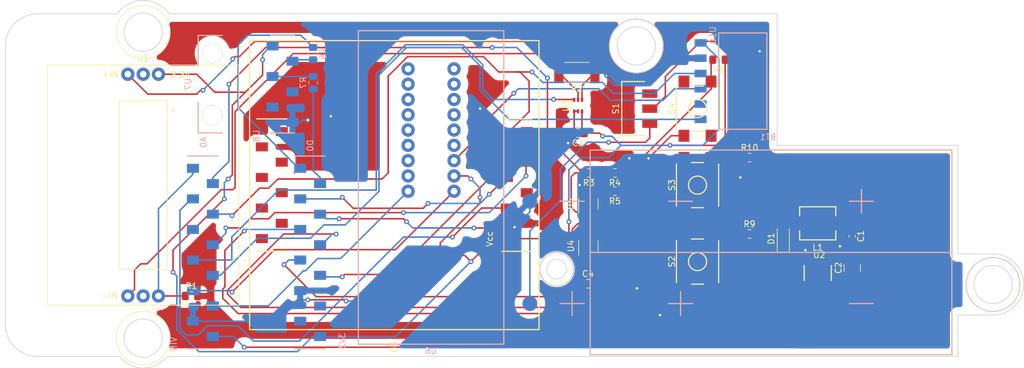
<source format=kicad_pcb>
(kicad_pcb (version 20171130) (host pcbnew "(5.1.2)-2")

  (general
    (thickness 1.6)
    (drawings 34)
    (tracks 497)
    (zones 0)
    (modules 31)
    (nets 47)
  )

  (page A4)
  (layers
    (0 F.Cu signal)
    (31 B.Cu signal)
    (32 B.Adhes user)
    (33 F.Adhes user)
    (34 B.Paste user)
    (35 F.Paste user)
    (36 B.SilkS user)
    (37 F.SilkS user)
    (38 B.Mask user)
    (39 F.Mask user)
    (40 Dwgs.User user)
    (41 Cmts.User user)
    (42 Eco1.User user)
    (43 Eco2.User user)
    (44 Edge.Cuts user)
    (45 Margin user)
    (46 B.CrtYd user)
    (47 F.CrtYd user)
    (48 B.Fab user)
    (49 F.Fab user)
  )

  (setup
    (last_trace_width 0.25)
    (trace_clearance 0.2)
    (zone_clearance 1.27)
    (zone_45_only no)
    (trace_min 0.2)
    (via_size 0.8)
    (via_drill 0.4)
    (via_min_size 0.4)
    (via_min_drill 0.3)
    (uvia_size 0.3)
    (uvia_drill 0.1)
    (uvias_allowed no)
    (uvia_min_size 0.2)
    (uvia_min_drill 0.1)
    (edge_width 0.05)
    (segment_width 0.2)
    (pcb_text_width 0.3)
    (pcb_text_size 1.5 1.5)
    (mod_edge_width 0.12)
    (mod_text_size 1 1)
    (mod_text_width 0.15)
    (pad_size 2.2 2.2)
    (pad_drill 1.1)
    (pad_to_mask_clearance 0.051)
    (solder_mask_min_width 0.25)
    (aux_axis_origin 0 0)
    (visible_elements 7FFFFFFF)
    (pcbplotparams
      (layerselection 0x310f0_ffffffff)
      (usegerberextensions true)
      (usegerberattributes false)
      (usegerberadvancedattributes false)
      (creategerberjobfile false)
      (excludeedgelayer true)
      (linewidth 0.100000)
      (plotframeref false)
      (viasonmask false)
      (mode 1)
      (useauxorigin false)
      (hpglpennumber 1)
      (hpglpenspeed 20)
      (hpglpendiameter 15.000000)
      (psnegative false)
      (psa4output false)
      (plotreference true)
      (plotvalue false)
      (plotinvisibletext false)
      (padsonsilk false)
      (subtractmaskfromsilk false)
      (outputformat 1)
      (mirror false)
      (drillshape 0)
      (scaleselection 1)
      (outputdirectory "../../../../Final/"))
  )

  (net 0 "")
  (net 1 GND)
  (net 2 5.5V)
  (net 3 3.3V)
  (net 4 "Net-(D1-Pad2)")
  (net 5 CE)
  (net 6 Thermistor_Voltage)
  (net 7 Temperature_Voltage)
  (net 8 Solar_Voltage)
  (net 9 "Net-(R2-Pad1)")
  (net 10 "Net-(R2-Pad2)")
  (net 11 "Net-(R3-Pad1)")
  (net 12 "Net-(U2-Pad1)")
  (net 13 "Net-(U4-Pad1)")
  (net 14 "Net-(BT1-Pad1)")
  (net 15 "Net-(U4-Pad3)")
  (net 16 "Net-(C1-Pad1)")
  (net 17 "Net-(R6-Pad1)")
  (net 18 SDA)
  (net 19 "Net-(R7-Pad1)")
  (net 20 SCL)
  (net 21 D6)
  (net 22 D4)
  (net 23 D5)
  (net 24 "Net-(S1-Pad3)")
  (net 25 "Net-(S2-Pad3)")
  (net 26 "Net-(S2-Pad2)")
  (net 27 "Net-(S3-Pad2)")
  (net 28 "Net-(S3-Pad3)")
  (net 29 "Net-(S4-Pad2)")
  (net 30 "Net-(S4-Pad3)")
  (net 31 RX)
  (net 32 TX)
  (net 33 I2)
  (net 34 I1)
  (net 35 "Net-(U8-Pad23)")
  (net 36 RST)
  (net 37 "Net-(U8-Pad22)")
  (net 38 MISO)
  (net 39 DC)
  (net 40 SS)
  (net 41 SCLK)
  (net 42 "Net-(U8-Pad5)")
  (net 43 SCE)
  (net 44 DN)
  (net 45 "Net-(U9-Pad8)")
  (net 46 "Net-(U10-Pad2)")

  (net_class Default "This is the default net class."
    (clearance 0.2)
    (trace_width 0.25)
    (via_dia 0.8)
    (via_drill 0.4)
    (uvia_dia 0.3)
    (uvia_drill 0.1)
    (add_net 3.3V)
    (add_net 5.5V)
    (add_net CE)
    (add_net D4)
    (add_net D5)
    (add_net D6)
    (add_net DC)
    (add_net DN)
    (add_net GND)
    (add_net I1)
    (add_net I2)
    (add_net MISO)
    (add_net "Net-(BT1-Pad1)")
    (add_net "Net-(C1-Pad1)")
    (add_net "Net-(D1-Pad2)")
    (add_net "Net-(R2-Pad1)")
    (add_net "Net-(R2-Pad2)")
    (add_net "Net-(R3-Pad1)")
    (add_net "Net-(R6-Pad1)")
    (add_net "Net-(R7-Pad1)")
    (add_net "Net-(S1-Pad3)")
    (add_net "Net-(S2-Pad2)")
    (add_net "Net-(S2-Pad3)")
    (add_net "Net-(S3-Pad2)")
    (add_net "Net-(S3-Pad3)")
    (add_net "Net-(S4-Pad2)")
    (add_net "Net-(S4-Pad3)")
    (add_net "Net-(U10-Pad2)")
    (add_net "Net-(U2-Pad1)")
    (add_net "Net-(U4-Pad1)")
    (add_net "Net-(U4-Pad3)")
    (add_net "Net-(U8-Pad22)")
    (add_net "Net-(U8-Pad23)")
    (add_net "Net-(U8-Pad5)")
    (add_net "Net-(U9-Pad8)")
    (add_net RST)
    (add_net RX)
    (add_net SCE)
    (add_net SCL)
    (add_net SCLK)
    (add_net SDA)
    (add_net SS)
    (add_net Solar_Voltage)
    (add_net TX)
    (add_net Temperature_Voltage)
    (add_net Thermistor_Voltage)
  )

  (module "Prototypedesign1:Solar Cell Module" (layer F.Cu) (tedit 5D3F19C1) (tstamp 5D3F7231)
    (at 22.86 48.26)
    (path /5D3FF001)
    (fp_text reference U1 (at 0 -21.082) (layer F.SilkS)
      (effects (font (size 1 1) (thickness 0.15)))
    )
    (fp_text value SolarCellModule (at 0 21.336) (layer F.Fab)
      (effects (font (size 1 1) (thickness 0.15)))
    )
    (fp_line (start 4.953 -12.827) (end 4.953 -12.065) (layer F.SilkS) (width 0.12))
    (fp_line (start 4.572 -12.446) (end 5.334 -12.446) (layer F.SilkS) (width 0.12))
    (fp_line (start -3.9878 -13.9954) (end -3.9878 13.9954) (layer F.SilkS) (width 0.12))
    (fp_line (start 3.9878 -13.9954) (end 3.9878 13.9954) (layer F.SilkS) (width 0.12))
    (fp_line (start -3.9878 -13.9954) (end 3.9878 -13.9954) (layer F.SilkS) (width 0.12))
    (fp_line (start -3.9878 13.9954) (end 3.9878 13.9954) (layer F.SilkS) (width 0.12))
    (fp_text user -IN (at -5.6 18.35) (layer F.SilkS)
      (effects (font (size 1 1) (thickness 0.15)))
    )
    (fp_text user 3.3V (at 6.15 -18.3) (layer F.SilkS)
      (effects (font (size 1 1) (thickness 0.15)))
    )
    (fp_text user +IN (at -5.45 -18.4) (layer F.SilkS)
      (effects (font (size 1 1) (thickness 0.15)))
    )
    (fp_line (start -15.875 -19.939) (end -15.875 19.939) (layer F.SilkS) (width 0.12))
    (fp_line (start 15.875 -19.939) (end 15.875 19.939) (layer F.SilkS) (width 0.12))
    (fp_line (start -15.875 19.939) (end 15.875 19.939) (layer F.SilkS) (width 0.12))
    (fp_line (start -15.875 -19.939) (end 15.875 -19.939) (layer F.SilkS) (width 0.12))
    (pad 4 thru_hole circle (at 2.54 18.415) (size 2.2 2.2) (drill 1.1) (layers *.Cu *.Mask)
      (net 6 Thermistor_Voltage))
    (pad "" thru_hole circle (at 0 18.415) (size 2.2 2.2) (drill 1.1) (layers *.Cu *.Mask))
    (pad 3 thru_hole circle (at -2.54 18.415) (size 2.2 2.2) (drill 1.1) (layers *.Cu *.Mask)
      (net 10 "Net-(R2-Pad2)"))
    (pad 2 thru_hole circle (at 2.54 -18.415) (size 2.2 2.2) (drill 1.1) (layers *.Cu *.Mask)
      (net 3 3.3V))
    (pad "" thru_hole circle (at 0 -18.415) (size 2.2 2.2) (drill 1.1) (layers *.Cu *.Mask))
    (pad 1 thru_hole circle (at -2.54 -18.415) (size 2.2 2.2) (drill 1.1) (layers *.Cu *.Mask)
      (net 9 "Net-(R2-Pad1)"))
  )

  (module Capacitor_SMD:C_0805_2012Metric_Pad1.15x1.40mm_HandSolder (layer F.Cu) (tedit 5B36C52B) (tstamp 5D3923C7)
    (at 94.987 39.624 180)
    (descr "Capacitor SMD 0805 (2012 Metric), square (rectangular) end terminal, IPC_7351 nominal with elongated pad for handsoldering. (Body size source: https://docs.google.com/spreadsheets/d/1BsfQQcO9C6DZCsRaXUlFlo91Tg2WpOkGARC1WS5S8t0/edit?usp=sharing), generated with kicad-footprint-generator")
    (tags "capacitor handsolder")
    (path /5D1A8E20)
    (attr smd)
    (fp_text reference C3 (at 0 -1.65) (layer F.SilkS)
      (effects (font (size 1 1) (thickness 0.15)))
    )
    (fp_text value .1uF (at 0 1.65) (layer F.Fab)
      (effects (font (size 1 1) (thickness 0.15)))
    )
    (fp_text user %R (at 0 0) (layer F.Fab)
      (effects (font (size 0.5 0.5) (thickness 0.08)))
    )
    (fp_line (start 1.85 0.95) (end -1.85 0.95) (layer F.CrtYd) (width 0.05))
    (fp_line (start 1.85 -0.95) (end 1.85 0.95) (layer F.CrtYd) (width 0.05))
    (fp_line (start -1.85 -0.95) (end 1.85 -0.95) (layer F.CrtYd) (width 0.05))
    (fp_line (start -1.85 0.95) (end -1.85 -0.95) (layer F.CrtYd) (width 0.05))
    (fp_line (start -0.261252 0.71) (end 0.261252 0.71) (layer F.SilkS) (width 0.12))
    (fp_line (start -0.261252 -0.71) (end 0.261252 -0.71) (layer F.SilkS) (width 0.12))
    (fp_line (start 1 0.6) (end -1 0.6) (layer F.Fab) (width 0.1))
    (fp_line (start 1 -0.6) (end 1 0.6) (layer F.Fab) (width 0.1))
    (fp_line (start -1 -0.6) (end 1 -0.6) (layer F.Fab) (width 0.1))
    (fp_line (start -1 0.6) (end -1 -0.6) (layer F.Fab) (width 0.1))
    (pad 2 smd roundrect (at 1.025 0 180) (size 1.15 1.4) (layers F.Cu F.Paste F.Mask) (roundrect_rratio 0.217391)
      (net 1 GND))
    (pad 1 smd roundrect (at -1.025 0 180) (size 1.15 1.4) (layers F.Cu F.Paste F.Mask) (roundrect_rratio 0.217391)
      (net 3 3.3V))
    (model ${KISYS3DMOD}/Capacitor_SMD.3dshapes/C_0805_2012Metric.wrl
      (at (xyz 0 0 0))
      (scale (xyz 1 1 1))
      (rotate (xyz 0 0 0))
    )
  )

  (module Package_TO_SOT_SMD:SOT-363_SC-70-6 (layer F.Cu) (tedit 5A02FF57) (tstamp 5D392529)
    (at 94.996 35.052 90)
    (descr "SOT-363, SC-70-6")
    (tags "SOT-363 SC-70-6")
    (path /5D1B0D71)
    (attr smd)
    (fp_text reference U3 (at 0 -2 90) (layer F.SilkS)
      (effects (font (size 1 1) (thickness 0.15)))
    )
    (fp_text value NCS211 (at 0 2 270) (layer F.Fab)
      (effects (font (size 1 1) (thickness 0.15)))
    )
    (fp_line (start -0.175 -1.1) (end -0.675 -0.6) (layer F.Fab) (width 0.1))
    (fp_line (start 0.675 1.1) (end -0.675 1.1) (layer F.Fab) (width 0.1))
    (fp_line (start 0.675 -1.1) (end 0.675 1.1) (layer F.Fab) (width 0.1))
    (fp_line (start -1.6 1.4) (end 1.6 1.4) (layer F.CrtYd) (width 0.05))
    (fp_line (start -0.675 -0.6) (end -0.675 1.1) (layer F.Fab) (width 0.1))
    (fp_line (start 0.675 -1.1) (end -0.175 -1.1) (layer F.Fab) (width 0.1))
    (fp_line (start -1.6 -1.4) (end 1.6 -1.4) (layer F.CrtYd) (width 0.05))
    (fp_line (start -1.6 -1.4) (end -1.6 1.4) (layer F.CrtYd) (width 0.05))
    (fp_line (start 1.6 1.4) (end 1.6 -1.4) (layer F.CrtYd) (width 0.05))
    (fp_line (start -0.7 1.16) (end 0.7 1.16) (layer F.SilkS) (width 0.12))
    (fp_line (start 0.7 -1.16) (end -1.2 -1.16) (layer F.SilkS) (width 0.12))
    (fp_text user %R (at 0 0) (layer F.Fab)
      (effects (font (size 0.5 0.5) (thickness 0.075)))
    )
    (pad 6 smd rect (at 0.95 -0.65 90) (size 0.65 0.4) (layers F.Cu F.Paste F.Mask)
      (net 8 Solar_Voltage))
    (pad 4 smd rect (at 0.95 0.65 90) (size 0.65 0.4) (layers F.Cu F.Paste F.Mask)
      (net 9 "Net-(R2-Pad1)"))
    (pad 2 smd rect (at -0.95 0 90) (size 0.65 0.4) (layers F.Cu F.Paste F.Mask)
      (net 1 GND))
    (pad 5 smd rect (at 0.95 0 90) (size 0.65 0.4) (layers F.Cu F.Paste F.Mask)
      (net 10 "Net-(R2-Pad2)"))
    (pad 3 smd rect (at -0.95 0.65 90) (size 0.65 0.4) (layers F.Cu F.Paste F.Mask)
      (net 3 3.3V))
    (pad 1 smd rect (at -0.95 -0.65 90) (size 0.65 0.4) (layers F.Cu F.Paste F.Mask)
      (net 1 GND))
    (model ${KISYS3DMOD}/Package_TO_SOT_SMD.3dshapes/SOT-363_SC-70-6.wrl
      (at (xyz 0 0 0))
      (scale (xyz 1 1 1))
      (rotate (xyz 0 0 0))
    )
  )

  (module Resistor_SMD:R_2512_6332Metric_Pad1.52x3.35mm_HandSolder (layer F.Cu) (tedit 5B301BBD) (tstamp 5D392425)
    (at 94.8025 29.591 180)
    (descr "Resistor SMD 2512 (6332 Metric), square (rectangular) end terminal, IPC_7351 nominal with elongated pad for handsoldering. (Body size source: http://www.tortai-tech.com/upload/download/2011102023233369053.pdf), generated with kicad-footprint-generator")
    (tags "resistor handsolder")
    (path /5D1AA19E)
    (attr smd)
    (fp_text reference R2 (at 0 -2.62) (layer F.SilkS)
      (effects (font (size 1 1) (thickness 0.15)))
    )
    (fp_text value .08 (at 0 2.62) (layer F.Fab)
      (effects (font (size 1 1) (thickness 0.15)))
    )
    (fp_text user %R (at 0 0) (layer F.Fab)
      (effects (font (size 1 1) (thickness 0.15)))
    )
    (fp_line (start 4 1.92) (end -4 1.92) (layer F.CrtYd) (width 0.05))
    (fp_line (start 4 -1.92) (end 4 1.92) (layer F.CrtYd) (width 0.05))
    (fp_line (start -4 -1.92) (end 4 -1.92) (layer F.CrtYd) (width 0.05))
    (fp_line (start -4 1.92) (end -4 -1.92) (layer F.CrtYd) (width 0.05))
    (fp_line (start -2.052064 1.71) (end 2.052064 1.71) (layer F.SilkS) (width 0.12))
    (fp_line (start -2.052064 -1.71) (end 2.052064 -1.71) (layer F.SilkS) (width 0.12))
    (fp_line (start 3.15 1.6) (end -3.15 1.6) (layer F.Fab) (width 0.1))
    (fp_line (start 3.15 -1.6) (end 3.15 1.6) (layer F.Fab) (width 0.1))
    (fp_line (start -3.15 -1.6) (end 3.15 -1.6) (layer F.Fab) (width 0.1))
    (fp_line (start -3.15 1.6) (end -3.15 -1.6) (layer F.Fab) (width 0.1))
    (pad 2 smd roundrect (at 2.9875 0 180) (size 1.525 3.35) (layers F.Cu F.Paste F.Mask) (roundrect_rratio 0.163934)
      (net 10 "Net-(R2-Pad2)"))
    (pad 1 smd roundrect (at -2.9875 0 180) (size 1.525 3.35) (layers F.Cu F.Paste F.Mask) (roundrect_rratio 0.163934)
      (net 9 "Net-(R2-Pad1)"))
    (model ${KISYS3DMOD}/Resistor_SMD.3dshapes/R_2512_6332Metric.wrl
      (at (xyz 0 0 0))
      (scale (xyz 1 1 1))
      (rotate (xyz 0 0 0))
    )
  )

  (module Prototypedesign1:LCD (layer F.Cu) (tedit 5D373200) (tstamp 5D3925CC)
    (at 64.516 48.26 90)
    (path /5D39C1DF)
    (fp_text reference U9 (at -26.9 0 90) (layer F.SilkS)
      (effects (font (size 1 1) (thickness 0.15)))
    )
    (fp_text value LCD (at 26.1 0 90) (layer F.Fab)
      (effects (font (size 1 1) (thickness 0.15)))
    )
    (fp_text user Vcc (at -8.95 15.8 90) (layer F.SilkS)
      (effects (font (size 1 1) (thickness 0.15)))
    )
    (fp_line (start 24 24) (end 24 -24) (layer F.Fab) (width 0.12))
    (fp_line (start -24 24) (end 24 24) (layer F.Fab) (width 0.12))
    (fp_line (start -24 -24) (end -24 24) (layer F.Fab) (width 0.12))
    (fp_line (start 24 -24) (end -24 -24) (layer F.Fab) (width 0.12))
    (fp_line (start 24 -24) (end 24 24) (layer F.SilkS) (width 0.2))
    (fp_line (start -24 -24) (end -24 24) (layer F.SilkS) (width 0.2))
    (fp_line (start -24 24) (end 24 24) (layer F.SilkS) (width 0.2))
    (fp_line (start -24 -24) (end 24 -24) (layer F.SilkS) (width 0.2))
    (fp_line (start -11 -22.82) (end -11 -17.82) (layer F.Fab) (width 0.12))
    (fp_line (start 11 -22.82) (end 11 -17.82) (layer F.Fab) (width 0.12))
    (fp_line (start -11 -22.82) (end -11 -17.82) (layer F.SilkS) (width 0.2))
    (fp_line (start 11 -22.82) (end 11 -17.82) (layer F.SilkS) (width 0.2))
    (fp_line (start -11 17.82) (end -11 22.82) (layer F.SilkS) (width 0.2))
    (fp_line (start 11 17.82) (end 11 22.82) (layer F.Fab) (width 0.12))
    (fp_line (start 11 17.82) (end 11 22.82) (layer F.SilkS) (width 0.2))
    (fp_line (start -11 17.82) (end -11 22.82) (layer F.Fab) (width 0.12))
    (pad "" smd rect (at -1.27 -18.67 90) (size 1.5 2) (layers F.Cu F.Paste F.Mask))
    (pad "" smd rect (at 6.35 -21.97 90) (size 1.5 2) (layers F.Cu F.Paste F.Mask))
    (pad "" smd rect (at 3.81 -18.67 90) (size 1.5 2) (layers F.Cu F.Paste F.Mask))
    (pad "" smd rect (at -3.81 -21.97 90) (size 1.5 2) (layers F.Cu F.Paste F.Mask))
    (pad "" smd rect (at 8.89 -18.67 90) (size 1.5 2) (layers F.Cu F.Paste F.Mask))
    (pad "" smd rect (at -8.89 -21.97 90) (size 1.5 2) (layers F.Cu F.Paste F.Mask))
    (pad "" smd rect (at -6.35 -18.67 90) (size 1.5 2) (layers F.Cu F.Paste F.Mask))
    (pad "" smd rect (at 1.27 -21.97 90) (size 1.5 2) (layers F.Cu F.Paste F.Mask))
    (pad 1 smd rect (at -8.89 18.67 90) (size 1.5 2) (layers F.Cu F.Paste F.Mask)
      (net 3 3.3V))
    (pad 5 smd rect (at 1.27 18.67 90) (size 1.5 2) (layers F.Cu F.Paste F.Mask)
      (net 39 DC))
    (pad 4 smd rect (at -1.27 21.97 90) (size 1.5 2) (layers F.Cu F.Paste F.Mask)
      (net 36 RST))
    (pad 3 smd rect (at -3.81 18.67 90) (size 1.5 2) (layers F.Cu F.Paste F.Mask)
      (net 43 SCE))
    (pad 8 smd rect (at 8.89 21.97 90) (size 1.5 2) (layers F.Cu F.Paste F.Mask)
      (net 45 "Net-(U9-Pad8)"))
    (pad 2 smd rect (at -6.35 21.97 90) (size 1.5 2) (layers F.Cu F.Paste F.Mask)
      (net 1 GND))
    (pad 7 smd rect (at 6.35 18.67 90) (size 1.5 2) (layers F.Cu F.Paste F.Mask)
      (net 41 SCLK))
    (pad 6 smd rect (at 3.81 21.97 90) (size 1.5 2) (layers F.Cu F.Paste F.Mask)
      (net 44 DN))
  )

  (module Prototypedesign1:Thermocouple (layer B.Cu) (tedit 5D3749A4) (tstamp 5D3925DA)
    (at 115.316 30.988 270)
    (path /5D39DDFE)
    (fp_text reference U10 (at -7.62 -2.032 270) (layer B.SilkS)
      (effects (font (size 1 1) (thickness 0.15)) (justify mirror))
    )
    (fp_text value Thermocouple (at 14 -4.35 270) (layer B.Fab)
      (effects (font (size 1 1) (thickness 0.15)) (justify mirror))
    )
    (fp_line (start -8 -3) (end -8 -11) (layer B.SilkS) (width 0.2))
    (fp_line (start 8 -3) (end 8 -11) (layer B.SilkS) (width 0.2))
    (fp_line (start -8 -11) (end 8 -11) (layer B.SilkS) (width 0.2))
    (fp_line (start -8 -3) (end 8 -3) (layer B.SilkS) (width 0.2))
    (pad 6 smd rect (at -6.35 0 270) (size 1.25 2) (layers B.Cu B.Paste B.Mask)
      (net 3 3.3V))
    (pad 5 smd rect (at -3.81 0 270) (size 1.25 2) (layers B.Cu B.Paste B.Mask)
      (net 1 GND))
    (pad 4 smd rect (at -1.27 0 270) (size 1.25 2) (layers B.Cu B.Paste B.Mask)
      (net 41 SCLK))
    (pad 3 smd rect (at 1.27 0 270) (size 1.25 2) (layers B.Cu B.Paste B.Mask)
      (net 38 MISO))
    (pad 2 smd rect (at 3.81 0 270) (size 1.25 2) (layers B.Cu B.Paste B.Mask)
      (net 46 "Net-(U10-Pad2)"))
    (pad 1 smd rect (at 6.35 0 270) (size 1.25 2) (layers B.Cu B.Paste B.Mask)
      (net 40 SS))
  )

  (module Prototypedesign1:Prototypebatteryholder (layer B.Cu) (tedit 5D30F0C4) (tstamp 5D392394)
    (at 127 59.436 180)
    (path /5D1EA4D2)
    (fp_text reference BT1 (at 0.508 19.15) (layer B.SilkS)
      (effects (font (size 1 1) (thickness 0.15)) (justify mirror))
    )
    (fp_text value Battery (at -8.636 -14.732) (layer B.Fab)
      (effects (font (size 1 1) (thickness 0.15)) (justify mirror))
    )
    (fp_line (start 33 -6.5) (end 33 -10.5) (layer B.SilkS) (width 0.2032))
    (fp_line (start 31 -8.5) (end 35 -8.5) (layer B.SilkS) (width 0.2032))
    (fp_line (start 31 8.5) (end 35 8.5) (layer B.SilkS) (width 0.2032))
    (fp_circle (center 40 -8.5) (end 41.75 -8.5) (layer B.Fab) (width 0.12))
    (fp_circle (center 40 8.5) (end 41.75 8.5) (layer B.Fab) (width 0.12))
    (fp_line (start -17 -8.5) (end -13 -8.5) (layer B.SilkS) (width 0.2032))
    (fp_line (start 15 -6.5) (end 15 -10.5) (layer B.SilkS) (width 0.2032))
    (fp_line (start 13 -8.5) (end 17 -8.5) (layer B.SilkS) (width 0.2032))
    (fp_line (start -15 10.5) (end -15 6.5) (layer B.SilkS) (width 0.2032))
    (fp_line (start -13 8.5) (end -17 8.5) (layer B.SilkS) (width 0.2032))
    (fp_line (start 13 8.5) (end 17 8.5) (layer B.SilkS) (width 0.2032))
    (fp_line (start -30 0) (end 30 0) (layer B.SilkS) (width 0.2032))
    (fp_line (start -30 -17) (end 30 -17) (layer B.SilkS) (width 0.2032))
    (fp_line (start -30 17) (end -30 -17) (layer B.SilkS) (width 0.2032))
    (fp_line (start 30 17) (end -30 17) (layer B.SilkS) (width 0.2032))
    (fp_line (start 30 -17) (end 30 17) (layer B.SilkS) (width 0.2032))
    (pad 2 smd circle (at 40 8.5 180) (size 2.5 2.5) (layers B.Cu B.Paste B.Mask)
      (net 1 GND))
    (pad 1 smd circle (at 40 -8.5 180) (size 2.5 2.5) (layers B.Cu B.Paste B.Mask)
      (net 14 "Net-(BT1-Pad1)"))
  )

  (module Capacitor_SMD:C_0603_1608Metric_Pad1.05x0.95mm_HandSolder (layer F.Cu) (tedit 5B301BBE) (tstamp 5D3923A5)
    (at 140.462 56.755 270)
    (descr "Capacitor SMD 0603 (1608 Metric), square (rectangular) end terminal, IPC_7351 nominal with elongated pad for handsoldering. (Body size source: http://www.tortai-tech.com/upload/download/2011102023233369053.pdf), generated with kicad-footprint-generator")
    (tags "capacitor handsolder")
    (path /5D1A6FA9)
    (attr smd)
    (fp_text reference C1 (at 0 -1.43 90) (layer F.SilkS)
      (effects (font (size 1 1) (thickness 0.15)))
    )
    (fp_text value 10uF (at 0 1.43 90) (layer F.Fab)
      (effects (font (size 1 1) (thickness 0.15)))
    )
    (fp_text user %R (at 0 0 90) (layer F.Fab)
      (effects (font (size 0.4 0.4) (thickness 0.06)))
    )
    (fp_line (start 1.65 0.73) (end -1.65 0.73) (layer F.CrtYd) (width 0.05))
    (fp_line (start 1.65 -0.73) (end 1.65 0.73) (layer F.CrtYd) (width 0.05))
    (fp_line (start -1.65 -0.73) (end 1.65 -0.73) (layer F.CrtYd) (width 0.05))
    (fp_line (start -1.65 0.73) (end -1.65 -0.73) (layer F.CrtYd) (width 0.05))
    (fp_line (start -0.171267 0.51) (end 0.171267 0.51) (layer F.SilkS) (width 0.12))
    (fp_line (start -0.171267 -0.51) (end 0.171267 -0.51) (layer F.SilkS) (width 0.12))
    (fp_line (start 0.8 0.4) (end -0.8 0.4) (layer F.Fab) (width 0.1))
    (fp_line (start 0.8 -0.4) (end 0.8 0.4) (layer F.Fab) (width 0.1))
    (fp_line (start -0.8 -0.4) (end 0.8 -0.4) (layer F.Fab) (width 0.1))
    (fp_line (start -0.8 0.4) (end -0.8 -0.4) (layer F.Fab) (width 0.1))
    (pad 2 smd roundrect (at 0.875 0 270) (size 1.05 0.95) (layers F.Cu F.Paste F.Mask) (roundrect_rratio 0.25)
      (net 1 GND))
    (pad 1 smd roundrect (at -0.875 0 270) (size 1.05 0.95) (layers F.Cu F.Paste F.Mask) (roundrect_rratio 0.25)
      (net 16 "Net-(C1-Pad1)"))
    (model ${KISYS3DMOD}/Capacitor_SMD.3dshapes/C_0603_1608Metric.wrl
      (at (xyz 0 0 0))
      (scale (xyz 1 1 1))
      (rotate (xyz 0 0 0))
    )
  )

  (module Capacitor_SMD:C_1210_3225Metric_Pad1.42x2.65mm_HandSolder (layer F.Cu) (tedit 5B301BBE) (tstamp 5D3923B6)
    (at 140.462 62.0125 90)
    (descr "Capacitor SMD 1210 (3225 Metric), square (rectangular) end terminal, IPC_7351 nominal with elongated pad for handsoldering. (Body size source: http://www.tortai-tech.com/upload/download/2011102023233369053.pdf), generated with kicad-footprint-generator")
    (tags "capacitor handsolder")
    (path /5D1A8983)
    (attr smd)
    (fp_text reference C2 (at 0 -2.28 90) (layer F.SilkS)
      (effects (font (size 1 1) (thickness 0.15)))
    )
    (fp_text value 47uF (at 0 2.28 90) (layer F.Fab)
      (effects (font (size 1 1) (thickness 0.15)))
    )
    (fp_text user %R (at 0 0 90) (layer F.Fab)
      (effects (font (size 0.8 0.8) (thickness 0.12)))
    )
    (fp_line (start 2.45 1.58) (end -2.45 1.58) (layer F.CrtYd) (width 0.05))
    (fp_line (start 2.45 -1.58) (end 2.45 1.58) (layer F.CrtYd) (width 0.05))
    (fp_line (start -2.45 -1.58) (end 2.45 -1.58) (layer F.CrtYd) (width 0.05))
    (fp_line (start -2.45 1.58) (end -2.45 -1.58) (layer F.CrtYd) (width 0.05))
    (fp_line (start -0.602064 1.36) (end 0.602064 1.36) (layer F.SilkS) (width 0.12))
    (fp_line (start -0.602064 -1.36) (end 0.602064 -1.36) (layer F.SilkS) (width 0.12))
    (fp_line (start 1.6 1.25) (end -1.6 1.25) (layer F.Fab) (width 0.1))
    (fp_line (start 1.6 -1.25) (end 1.6 1.25) (layer F.Fab) (width 0.1))
    (fp_line (start -1.6 -1.25) (end 1.6 -1.25) (layer F.Fab) (width 0.1))
    (fp_line (start -1.6 1.25) (end -1.6 -1.25) (layer F.Fab) (width 0.1))
    (pad 2 smd roundrect (at 1.4875 0 90) (size 1.425 2.65) (layers F.Cu F.Paste F.Mask) (roundrect_rratio 0.175439)
      (net 1 GND))
    (pad 1 smd roundrect (at -1.4875 0 90) (size 1.425 2.65) (layers F.Cu F.Paste F.Mask) (roundrect_rratio 0.175439)
      (net 2 5.5V))
    (model ${KISYS3DMOD}/Capacitor_SMD.3dshapes/C_1210_3225Metric.wrl
      (at (xyz 0 0 0))
      (scale (xyz 1 1 1))
      (rotate (xyz 0 0 0))
    )
  )

  (module Capacitor_SMD:C_0805_2012Metric_Pad1.15x1.40mm_HandSolder (layer F.Cu) (tedit 5B36C52B) (tstamp 5D3923D8)
    (at 96.638 64.643)
    (descr "Capacitor SMD 0805 (2012 Metric), square (rectangular) end terminal, IPC_7351 nominal with elongated pad for handsoldering. (Body size source: https://docs.google.com/spreadsheets/d/1BsfQQcO9C6DZCsRaXUlFlo91Tg2WpOkGARC1WS5S8t0/edit?usp=sharing), generated with kicad-footprint-generator")
    (tags "capacitor handsolder")
    (path /5D1A994A)
    (attr smd)
    (fp_text reference C4 (at 0 -1.65) (layer F.SilkS)
      (effects (font (size 1 1) (thickness 0.15)))
    )
    (fp_text value .1uF (at 0 1.65) (layer F.Fab)
      (effects (font (size 1 1) (thickness 0.15)))
    )
    (fp_text user %R (at 0 0) (layer F.Fab)
      (effects (font (size 0.5 0.5) (thickness 0.08)))
    )
    (fp_line (start 1.85 0.95) (end -1.85 0.95) (layer F.CrtYd) (width 0.05))
    (fp_line (start 1.85 -0.95) (end 1.85 0.95) (layer F.CrtYd) (width 0.05))
    (fp_line (start -1.85 -0.95) (end 1.85 -0.95) (layer F.CrtYd) (width 0.05))
    (fp_line (start -1.85 0.95) (end -1.85 -0.95) (layer F.CrtYd) (width 0.05))
    (fp_line (start -0.261252 0.71) (end 0.261252 0.71) (layer F.SilkS) (width 0.12))
    (fp_line (start -0.261252 -0.71) (end 0.261252 -0.71) (layer F.SilkS) (width 0.12))
    (fp_line (start 1 0.6) (end -1 0.6) (layer F.Fab) (width 0.1))
    (fp_line (start 1 -0.6) (end 1 0.6) (layer F.Fab) (width 0.1))
    (fp_line (start -1 -0.6) (end 1 -0.6) (layer F.Fab) (width 0.1))
    (fp_line (start -1 0.6) (end -1 -0.6) (layer F.Fab) (width 0.1))
    (pad 2 smd roundrect (at 1.025 0) (size 1.15 1.4) (layers F.Cu F.Paste F.Mask) (roundrect_rratio 0.217391)
      (net 1 GND))
    (pad 1 smd roundrect (at -1.025 0) (size 1.15 1.4) (layers F.Cu F.Paste F.Mask) (roundrect_rratio 0.217391)
      (net 3 3.3V))
    (model ${KISYS3DMOD}/Capacitor_SMD.3dshapes/C_0805_2012Metric.wrl
      (at (xyz 0 0 0))
      (scale (xyz 1 1 1))
      (rotate (xyz 0 0 0))
    )
  )

  (module Diode_SMD:D_SOD-123 (layer F.Cu) (tedit 58645DC7) (tstamp 5D3923F1)
    (at 129.032 57.15 90)
    (descr SOD-123)
    (tags SOD-123)
    (path /5D1ACEEE)
    (attr smd)
    (fp_text reference D1 (at 0 -2 90) (layer F.SilkS)
      (effects (font (size 1 1) (thickness 0.15)))
    )
    (fp_text value MBR0520LT (at 0 2.1 90) (layer F.Fab)
      (effects (font (size 1 1) (thickness 0.15)))
    )
    (fp_line (start -2.25 -1) (end 1.65 -1) (layer F.SilkS) (width 0.12))
    (fp_line (start -2.25 1) (end 1.65 1) (layer F.SilkS) (width 0.12))
    (fp_line (start -2.35 -1.15) (end -2.35 1.15) (layer F.CrtYd) (width 0.05))
    (fp_line (start 2.35 1.15) (end -2.35 1.15) (layer F.CrtYd) (width 0.05))
    (fp_line (start 2.35 -1.15) (end 2.35 1.15) (layer F.CrtYd) (width 0.05))
    (fp_line (start -2.35 -1.15) (end 2.35 -1.15) (layer F.CrtYd) (width 0.05))
    (fp_line (start -1.4 -0.9) (end 1.4 -0.9) (layer F.Fab) (width 0.1))
    (fp_line (start 1.4 -0.9) (end 1.4 0.9) (layer F.Fab) (width 0.1))
    (fp_line (start 1.4 0.9) (end -1.4 0.9) (layer F.Fab) (width 0.1))
    (fp_line (start -1.4 0.9) (end -1.4 -0.9) (layer F.Fab) (width 0.1))
    (fp_line (start -0.75 0) (end -0.35 0) (layer F.Fab) (width 0.1))
    (fp_line (start -0.35 0) (end -0.35 -0.55) (layer F.Fab) (width 0.1))
    (fp_line (start -0.35 0) (end -0.35 0.55) (layer F.Fab) (width 0.1))
    (fp_line (start -0.35 0) (end 0.25 -0.4) (layer F.Fab) (width 0.1))
    (fp_line (start 0.25 -0.4) (end 0.25 0.4) (layer F.Fab) (width 0.1))
    (fp_line (start 0.25 0.4) (end -0.35 0) (layer F.Fab) (width 0.1))
    (fp_line (start 0.25 0) (end 0.75 0) (layer F.Fab) (width 0.1))
    (fp_line (start -2.25 -1) (end -2.25 1) (layer F.SilkS) (width 0.12))
    (fp_text user %R (at 0 -2 90) (layer F.Fab)
      (effects (font (size 1 1) (thickness 0.15)))
    )
    (pad 2 smd rect (at 1.65 0 90) (size 0.9 1.2) (layers F.Cu F.Paste F.Mask)
      (net 4 "Net-(D1-Pad2)"))
    (pad 1 smd rect (at -1.65 0 90) (size 0.9 1.2) (layers F.Cu F.Paste F.Mask)
      (net 2 5.5V))
    (model ${KISYS3DMOD}/Diode_SMD.3dshapes/D_SOD-123.wrl
      (at (xyz 0 0 0))
      (scale (xyz 1 1 1))
      (rotate (xyz 0 0 0))
    )
  )

  (module Prototypedesign1:Inductor100uH (layer F.Cu) (tedit 5D1B930B) (tstamp 5D392403)
    (at 134.747 54.61 180)
    (path /5D1AC109)
    (fp_text reference L1 (at 0 -4) (layer F.SilkS)
      (effects (font (size 1 1) (thickness 0.15)))
    )
    (fp_text value 100uH (at 0 4) (layer F.Fab)
      (effects (font (size 1 1) (thickness 0.15)))
    )
    (fp_line (start -3 2.75) (end -3 1.5) (layer F.Fab) (width 0.12))
    (fp_line (start 3 2.75) (end -3 2.75) (layer F.Fab) (width 0.12))
    (fp_line (start 3 1.5) (end 3 2.75) (layer F.Fab) (width 0.12))
    (fp_line (start 3 -2.75) (end 3 -1.5) (layer F.Fab) (width 0.12))
    (fp_line (start -3 -2.75) (end 3 -2.75) (layer F.Fab) (width 0.12))
    (fp_line (start -3 -1.5) (end -3 -2.75) (layer F.Fab) (width 0.12))
    (fp_line (start 3 2.75) (end 3 1.25) (layer F.SilkS) (width 0.2032))
    (fp_line (start -3 2.75) (end 3 2.75) (layer F.SilkS) (width 0.2032))
    (fp_line (start -3 1.25) (end -3 2.75) (layer F.SilkS) (width 0.2032))
    (fp_line (start 3 -2.75) (end 3 -1.25) (layer F.SilkS) (width 0.2032))
    (fp_line (start -3 -2.75) (end 3 -2.75) (layer F.SilkS) (width 0.2032))
    (fp_line (start -3 -1.25) (end -3 -2.75) (layer F.SilkS) (width 0.2032))
    (pad 2 smd rect (at 2.1 0 180) (size 1.7 2) (layers F.Cu F.Paste F.Mask)
      (net 4 "Net-(D1-Pad2)"))
    (pad 1 smd rect (at -2.1 0 180) (size 1.7 2) (layers F.Cu F.Paste F.Mask)
      (net 16 "Net-(C1-Pad1)"))
  )

  (module Resistor_SMD:R_0805_2012Metric_Pad1.15x1.40mm_HandSolder (layer F.Cu) (tedit 5B36C52B) (tstamp 5D392414)
    (at 30.87 66.675)
    (descr "Resistor SMD 0805 (2012 Metric), square (rectangular) end terminal, IPC_7351 nominal with elongated pad for handsoldering. (Body size source: https://docs.google.com/spreadsheets/d/1BsfQQcO9C6DZCsRaXUlFlo91Tg2WpOkGARC1WS5S8t0/edit?usp=sharing), generated with kicad-footprint-generator")
    (tags "resistor handsolder")
    (path /5D1AAC70)
    (attr smd)
    (fp_text reference R1 (at 0 -1.65) (layer F.SilkS)
      (effects (font (size 1 1) (thickness 0.15)))
    )
    (fp_text value 10k (at 0 1.65) (layer F.Fab)
      (effects (font (size 1 1) (thickness 0.15)))
    )
    (fp_text user %R (at 0 0) (layer F.Fab)
      (effects (font (size 0.5 0.5) (thickness 0.08)))
    )
    (fp_line (start 1.85 0.95) (end -1.85 0.95) (layer F.CrtYd) (width 0.05))
    (fp_line (start 1.85 -0.95) (end 1.85 0.95) (layer F.CrtYd) (width 0.05))
    (fp_line (start -1.85 -0.95) (end 1.85 -0.95) (layer F.CrtYd) (width 0.05))
    (fp_line (start -1.85 0.95) (end -1.85 -0.95) (layer F.CrtYd) (width 0.05))
    (fp_line (start -0.261252 0.71) (end 0.261252 0.71) (layer F.SilkS) (width 0.12))
    (fp_line (start -0.261252 -0.71) (end 0.261252 -0.71) (layer F.SilkS) (width 0.12))
    (fp_line (start 1 0.6) (end -1 0.6) (layer F.Fab) (width 0.1))
    (fp_line (start 1 -0.6) (end 1 0.6) (layer F.Fab) (width 0.1))
    (fp_line (start -1 -0.6) (end 1 -0.6) (layer F.Fab) (width 0.1))
    (fp_line (start -1 0.6) (end -1 -0.6) (layer F.Fab) (width 0.1))
    (pad 2 smd roundrect (at 1.025 0) (size 1.15 1.4) (layers F.Cu F.Paste F.Mask) (roundrect_rratio 0.217391)
      (net 1 GND))
    (pad 1 smd roundrect (at -1.025 0) (size 1.15 1.4) (layers F.Cu F.Paste F.Mask) (roundrect_rratio 0.217391)
      (net 6 Thermistor_Voltage))
    (model ${KISYS3DMOD}/Resistor_SMD.3dshapes/R_0805_2012Metric.wrl
      (at (xyz 0 0 0))
      (scale (xyz 1 1 1))
      (rotate (xyz 0 0 0))
    )
  )

  (module Resistor_SMD:R_0805_2012Metric_Pad1.15x1.40mm_HandSolder (layer F.Cu) (tedit 5B36C52B) (tstamp 5D392436)
    (at 96.783 46.228 180)
    (descr "Resistor SMD 0805 (2012 Metric), square (rectangular) end terminal, IPC_7351 nominal with elongated pad for handsoldering. (Body size source: https://docs.google.com/spreadsheets/d/1BsfQQcO9C6DZCsRaXUlFlo91Tg2WpOkGARC1WS5S8t0/edit?usp=sharing), generated with kicad-footprint-generator")
    (tags "resistor handsolder")
    (path /5D1AB1DC)
    (attr smd)
    (fp_text reference R3 (at 0 -1.65) (layer F.SilkS)
      (effects (font (size 1 1) (thickness 0.15)))
    )
    (fp_text value 1k (at 0 1.65) (layer F.Fab)
      (effects (font (size 1 1) (thickness 0.15)))
    )
    (fp_text user %R (at 0 0) (layer F.Fab)
      (effects (font (size 0.5 0.5) (thickness 0.08)))
    )
    (fp_line (start 1.85 0.95) (end -1.85 0.95) (layer F.CrtYd) (width 0.05))
    (fp_line (start 1.85 -0.95) (end 1.85 0.95) (layer F.CrtYd) (width 0.05))
    (fp_line (start -1.85 -0.95) (end 1.85 -0.95) (layer F.CrtYd) (width 0.05))
    (fp_line (start -1.85 0.95) (end -1.85 -0.95) (layer F.CrtYd) (width 0.05))
    (fp_line (start -0.261252 0.71) (end 0.261252 0.71) (layer F.SilkS) (width 0.12))
    (fp_line (start -0.261252 -0.71) (end 0.261252 -0.71) (layer F.SilkS) (width 0.12))
    (fp_line (start 1 0.6) (end -1 0.6) (layer F.Fab) (width 0.1))
    (fp_line (start 1 -0.6) (end 1 0.6) (layer F.Fab) (width 0.1))
    (fp_line (start -1 -0.6) (end 1 -0.6) (layer F.Fab) (width 0.1))
    (fp_line (start -1 0.6) (end -1 -0.6) (layer F.Fab) (width 0.1))
    (pad 2 smd roundrect (at 1.025 0 180) (size 1.15 1.4) (layers F.Cu F.Paste F.Mask) (roundrect_rratio 0.217391)
      (net 7 Temperature_Voltage))
    (pad 1 smd roundrect (at -1.025 0 180) (size 1.15 1.4) (layers F.Cu F.Paste F.Mask) (roundrect_rratio 0.217391)
      (net 11 "Net-(R3-Pad1)"))
    (model ${KISYS3DMOD}/Resistor_SMD.3dshapes/R_0805_2012Metric.wrl
      (at (xyz 0 0 0))
      (scale (xyz 1 1 1))
      (rotate (xyz 0 0 0))
    )
  )

  (module Resistor_SMD:R_0805_2012Metric_Pad1.15x1.40mm_HandSolder (layer F.Cu) (tedit 5B36C52B) (tstamp 5D392447)
    (at 101.101 46.228 180)
    (descr "Resistor SMD 0805 (2012 Metric), square (rectangular) end terminal, IPC_7351 nominal with elongated pad for handsoldering. (Body size source: https://docs.google.com/spreadsheets/d/1BsfQQcO9C6DZCsRaXUlFlo91Tg2WpOkGARC1WS5S8t0/edit?usp=sharing), generated with kicad-footprint-generator")
    (tags "resistor handsolder")
    (path /5D1AB7B0)
    (attr smd)
    (fp_text reference R4 (at 0 -1.65) (layer F.SilkS)
      (effects (font (size 1 1) (thickness 0.15)))
    )
    (fp_text value 1k (at 0 1.65) (layer F.Fab)
      (effects (font (size 1 1) (thickness 0.15)))
    )
    (fp_text user %R (at 0 0) (layer F.Fab)
      (effects (font (size 0.5 0.5) (thickness 0.08)))
    )
    (fp_line (start 1.85 0.95) (end -1.85 0.95) (layer F.CrtYd) (width 0.05))
    (fp_line (start 1.85 -0.95) (end 1.85 0.95) (layer F.CrtYd) (width 0.05))
    (fp_line (start -1.85 -0.95) (end 1.85 -0.95) (layer F.CrtYd) (width 0.05))
    (fp_line (start -1.85 0.95) (end -1.85 -0.95) (layer F.CrtYd) (width 0.05))
    (fp_line (start -0.261252 0.71) (end 0.261252 0.71) (layer F.SilkS) (width 0.12))
    (fp_line (start -0.261252 -0.71) (end 0.261252 -0.71) (layer F.SilkS) (width 0.12))
    (fp_line (start 1 0.6) (end -1 0.6) (layer F.Fab) (width 0.1))
    (fp_line (start 1 -0.6) (end 1 0.6) (layer F.Fab) (width 0.1))
    (fp_line (start -1 -0.6) (end 1 -0.6) (layer F.Fab) (width 0.1))
    (fp_line (start -1 0.6) (end -1 -0.6) (layer F.Fab) (width 0.1))
    (pad 2 smd roundrect (at 1.025 0 180) (size 1.15 1.4) (layers F.Cu F.Paste F.Mask) (roundrect_rratio 0.217391)
      (net 11 "Net-(R3-Pad1)"))
    (pad 1 smd roundrect (at -1.025 0 180) (size 1.15 1.4) (layers F.Cu F.Paste F.Mask) (roundrect_rratio 0.217391)
      (net 1 GND))
    (model ${KISYS3DMOD}/Resistor_SMD.3dshapes/R_0805_2012Metric.wrl
      (at (xyz 0 0 0))
      (scale (xyz 1 1 1))
      (rotate (xyz 0 0 0))
    )
  )

  (module Resistor_SMD:R_0805_2012Metric_Pad1.15x1.40mm_HandSolder (layer F.Cu) (tedit 5B36C52B) (tstamp 5D392458)
    (at 101.101 49.276 180)
    (descr "Resistor SMD 0805 (2012 Metric), square (rectangular) end terminal, IPC_7351 nominal with elongated pad for handsoldering. (Body size source: https://docs.google.com/spreadsheets/d/1BsfQQcO9C6DZCsRaXUlFlo91Tg2WpOkGARC1WS5S8t0/edit?usp=sharing), generated with kicad-footprint-generator")
    (tags "resistor handsolder")
    (path /5D1ABC7F)
    (attr smd)
    (fp_text reference R5 (at 0 -1.65) (layer F.SilkS)
      (effects (font (size 1 1) (thickness 0.15)))
    )
    (fp_text value 1k (at 0 1.65) (layer F.Fab)
      (effects (font (size 1 1) (thickness 0.15)))
    )
    (fp_text user %R (at 0 0) (layer F.Fab)
      (effects (font (size 0.5 0.5) (thickness 0.08)))
    )
    (fp_line (start 1.85 0.95) (end -1.85 0.95) (layer F.CrtYd) (width 0.05))
    (fp_line (start 1.85 -0.95) (end 1.85 0.95) (layer F.CrtYd) (width 0.05))
    (fp_line (start -1.85 -0.95) (end 1.85 -0.95) (layer F.CrtYd) (width 0.05))
    (fp_line (start -1.85 0.95) (end -1.85 -0.95) (layer F.CrtYd) (width 0.05))
    (fp_line (start -0.261252 0.71) (end 0.261252 0.71) (layer F.SilkS) (width 0.12))
    (fp_line (start -0.261252 -0.71) (end 0.261252 -0.71) (layer F.SilkS) (width 0.12))
    (fp_line (start 1 0.6) (end -1 0.6) (layer F.Fab) (width 0.1))
    (fp_line (start 1 -0.6) (end 1 0.6) (layer F.Fab) (width 0.1))
    (fp_line (start -1 -0.6) (end 1 -0.6) (layer F.Fab) (width 0.1))
    (fp_line (start -1 0.6) (end -1 -0.6) (layer F.Fab) (width 0.1))
    (pad 2 smd roundrect (at 1.025 0 180) (size 1.15 1.4) (layers F.Cu F.Paste F.Mask) (roundrect_rratio 0.217391)
      (net 11 "Net-(R3-Pad1)"))
    (pad 1 smd roundrect (at -1.025 0 180) (size 1.15 1.4) (layers F.Cu F.Paste F.Mask) (roundrect_rratio 0.217391)
      (net 1 GND))
    (model ${KISYS3DMOD}/Resistor_SMD.3dshapes/R_0805_2012Metric.wrl
      (at (xyz 0 0 0))
      (scale (xyz 1 1 1))
      (rotate (xyz 0 0 0))
    )
  )

  (module Resistor_SMD:R_0805_2012Metric_Pad1.15x1.40mm_HandSolder (layer B.Cu) (tedit 5B36C52B) (tstamp 5D392469)
    (at 51.054 26.416 90)
    (descr "Resistor SMD 0805 (2012 Metric), square (rectangular) end terminal, IPC_7351 nominal with elongated pad for handsoldering. (Body size source: https://docs.google.com/spreadsheets/d/1BsfQQcO9C6DZCsRaXUlFlo91Tg2WpOkGARC1WS5S8t0/edit?usp=sharing), generated with kicad-footprint-generator")
    (tags "resistor handsolder")
    (path /5D40816C)
    (attr smd)
    (fp_text reference R6 (at 0 1.65 90) (layer B.SilkS)
      (effects (font (size 1 1) (thickness 0.15)) (justify mirror))
    )
    (fp_text value 4.99k (at 0 -1.65 90) (layer B.Fab)
      (effects (font (size 1 1) (thickness 0.15)) (justify mirror))
    )
    (fp_text user %R (at 0 0 90) (layer B.Fab)
      (effects (font (size 0.5 0.5) (thickness 0.08)) (justify mirror))
    )
    (fp_line (start 1.85 -0.95) (end -1.85 -0.95) (layer B.CrtYd) (width 0.05))
    (fp_line (start 1.85 0.95) (end 1.85 -0.95) (layer B.CrtYd) (width 0.05))
    (fp_line (start -1.85 0.95) (end 1.85 0.95) (layer B.CrtYd) (width 0.05))
    (fp_line (start -1.85 -0.95) (end -1.85 0.95) (layer B.CrtYd) (width 0.05))
    (fp_line (start -0.261252 -0.71) (end 0.261252 -0.71) (layer B.SilkS) (width 0.12))
    (fp_line (start -0.261252 0.71) (end 0.261252 0.71) (layer B.SilkS) (width 0.12))
    (fp_line (start 1 -0.6) (end -1 -0.6) (layer B.Fab) (width 0.1))
    (fp_line (start 1 0.6) (end 1 -0.6) (layer B.Fab) (width 0.1))
    (fp_line (start -1 0.6) (end 1 0.6) (layer B.Fab) (width 0.1))
    (fp_line (start -1 -0.6) (end -1 0.6) (layer B.Fab) (width 0.1))
    (pad 2 smd roundrect (at 1.025 0 90) (size 1.15 1.4) (layers B.Cu B.Paste B.Mask) (roundrect_rratio 0.217391)
      (net 18 SDA))
    (pad 1 smd roundrect (at -1.025 0 90) (size 1.15 1.4) (layers B.Cu B.Paste B.Mask) (roundrect_rratio 0.217391)
      (net 17 "Net-(R6-Pad1)"))
    (model ${KISYS3DMOD}/Resistor_SMD.3dshapes/R_0805_2012Metric.wrl
      (at (xyz 0 0 0))
      (scale (xyz 1 1 1))
      (rotate (xyz 0 0 0))
    )
  )

  (module Resistor_SMD:R_0805_2012Metric_Pad1.15x1.40mm_HandSolder (layer B.Cu) (tedit 5B36C52B) (tstamp 5D39247A)
    (at 51.054 31.251 270)
    (descr "Resistor SMD 0805 (2012 Metric), square (rectangular) end terminal, IPC_7351 nominal with elongated pad for handsoldering. (Body size source: https://docs.google.com/spreadsheets/d/1BsfQQcO9C6DZCsRaXUlFlo91Tg2WpOkGARC1WS5S8t0/edit?usp=sharing), generated with kicad-footprint-generator")
    (tags "resistor handsolder")
    (path /5D40FA6F)
    (attr smd)
    (fp_text reference R7 (at 0 1.65 90) (layer B.SilkS)
      (effects (font (size 1 1) (thickness 0.15)) (justify mirror))
    )
    (fp_text value 4.99k (at 0 -1.65 90) (layer B.Fab)
      (effects (font (size 1 1) (thickness 0.15)) (justify mirror))
    )
    (fp_text user %R (at -0.005001 -0.294999 90) (layer B.Fab)
      (effects (font (size 0.5 0.5) (thickness 0.08)) (justify mirror))
    )
    (fp_line (start 1.85 -0.95) (end -1.85 -0.95) (layer B.CrtYd) (width 0.05))
    (fp_line (start 1.85 0.95) (end 1.85 -0.95) (layer B.CrtYd) (width 0.05))
    (fp_line (start -1.85 0.95) (end 1.85 0.95) (layer B.CrtYd) (width 0.05))
    (fp_line (start -1.85 -0.95) (end -1.85 0.95) (layer B.CrtYd) (width 0.05))
    (fp_line (start -0.261252 -0.71) (end 0.261252 -0.71) (layer B.SilkS) (width 0.12))
    (fp_line (start -0.261252 0.71) (end 0.261252 0.71) (layer B.SilkS) (width 0.12))
    (fp_line (start 1 -0.6) (end -1 -0.6) (layer B.Fab) (width 0.1))
    (fp_line (start 1 0.6) (end 1 -0.6) (layer B.Fab) (width 0.1))
    (fp_line (start -1 0.6) (end 1 0.6) (layer B.Fab) (width 0.1))
    (fp_line (start -1 -0.6) (end -1 0.6) (layer B.Fab) (width 0.1))
    (pad 2 smd roundrect (at 1.025 0 270) (size 1.15 1.4) (layers B.Cu B.Paste B.Mask) (roundrect_rratio 0.217391)
      (net 20 SCL))
    (pad 1 smd roundrect (at -1.025 0 270) (size 1.15 1.4) (layers B.Cu B.Paste B.Mask) (roundrect_rratio 0.217391)
      (net 19 "Net-(R7-Pad1)"))
    (model ${KISYS3DMOD}/Resistor_SMD.3dshapes/R_0805_2012Metric.wrl
      (at (xyz 0 0 0))
      (scale (xyz 1 1 1))
      (rotate (xyz 0 0 0))
    )
  )

  (module Resistor_SMD:R_0805_2012Metric_Pad1.15x1.40mm_HandSolder (layer F.Cu) (tedit 5B36C52B) (tstamp 5D39248B)
    (at 118.364 27.432 180)
    (descr "Resistor SMD 0805 (2012 Metric), square (rectangular) end terminal, IPC_7351 nominal with elongated pad for handsoldering. (Body size source: https://docs.google.com/spreadsheets/d/1BsfQQcO9C6DZCsRaXUlFlo91Tg2WpOkGARC1WS5S8t0/edit?usp=sharing), generated with kicad-footprint-generator")
    (tags "resistor handsolder")
    (path /5D3BC0C8)
    (attr smd)
    (fp_text reference R8 (at 0 -1.65) (layer F.SilkS)
      (effects (font (size 1 1) (thickness 0.15)))
    )
    (fp_text value 10k (at 0 1.65) (layer F.Fab)
      (effects (font (size 1 1) (thickness 0.15)))
    )
    (fp_text user %R (at 0 0) (layer F.Fab)
      (effects (font (size 0.5 0.5) (thickness 0.08)))
    )
    (fp_line (start 1.85 0.95) (end -1.85 0.95) (layer F.CrtYd) (width 0.05))
    (fp_line (start 1.85 -0.95) (end 1.85 0.95) (layer F.CrtYd) (width 0.05))
    (fp_line (start -1.85 -0.95) (end 1.85 -0.95) (layer F.CrtYd) (width 0.05))
    (fp_line (start -1.85 0.95) (end -1.85 -0.95) (layer F.CrtYd) (width 0.05))
    (fp_line (start -0.261252 0.71) (end 0.261252 0.71) (layer F.SilkS) (width 0.12))
    (fp_line (start -0.261252 -0.71) (end 0.261252 -0.71) (layer F.SilkS) (width 0.12))
    (fp_line (start 1 0.6) (end -1 0.6) (layer F.Fab) (width 0.1))
    (fp_line (start 1 -0.6) (end 1 0.6) (layer F.Fab) (width 0.1))
    (fp_line (start -1 -0.6) (end 1 -0.6) (layer F.Fab) (width 0.1))
    (fp_line (start -1 0.6) (end -1 -0.6) (layer F.Fab) (width 0.1))
    (pad 2 smd roundrect (at 1.025 0 180) (size 1.15 1.4) (layers F.Cu F.Paste F.Mask) (roundrect_rratio 0.217391)
      (net 21 D6))
    (pad 1 smd roundrect (at -1.025 0 180) (size 1.15 1.4) (layers F.Cu F.Paste F.Mask) (roundrect_rratio 0.217391)
      (net 3 3.3V))
    (model ${KISYS3DMOD}/Resistor_SMD.3dshapes/R_0805_2012Metric.wrl
      (at (xyz 0 0 0))
      (scale (xyz 1 1 1))
      (rotate (xyz 0 0 0))
    )
  )

  (module Resistor_SMD:R_0805_2012Metric_Pad1.15x1.40mm_HandSolder (layer F.Cu) (tedit 5B36C52B) (tstamp 5D39249C)
    (at 123.435 56.388)
    (descr "Resistor SMD 0805 (2012 Metric), square (rectangular) end terminal, IPC_7351 nominal with elongated pad for handsoldering. (Body size source: https://docs.google.com/spreadsheets/d/1BsfQQcO9C6DZCsRaXUlFlo91Tg2WpOkGARC1WS5S8t0/edit?usp=sharing), generated with kicad-footprint-generator")
    (tags "resistor handsolder")
    (path /5D3BB7D5)
    (attr smd)
    (fp_text reference R9 (at 0 -1.65) (layer F.SilkS)
      (effects (font (size 1 1) (thickness 0.15)))
    )
    (fp_text value 10k (at 0 1.65) (layer F.Fab)
      (effects (font (size 1 1) (thickness 0.15)))
    )
    (fp_text user %R (at 0 0) (layer F.Fab)
      (effects (font (size 0.5 0.5) (thickness 0.08)))
    )
    (fp_line (start 1.85 0.95) (end -1.85 0.95) (layer F.CrtYd) (width 0.05))
    (fp_line (start 1.85 -0.95) (end 1.85 0.95) (layer F.CrtYd) (width 0.05))
    (fp_line (start -1.85 -0.95) (end 1.85 -0.95) (layer F.CrtYd) (width 0.05))
    (fp_line (start -1.85 0.95) (end -1.85 -0.95) (layer F.CrtYd) (width 0.05))
    (fp_line (start -0.261252 0.71) (end 0.261252 0.71) (layer F.SilkS) (width 0.12))
    (fp_line (start -0.261252 -0.71) (end 0.261252 -0.71) (layer F.SilkS) (width 0.12))
    (fp_line (start 1 0.6) (end -1 0.6) (layer F.Fab) (width 0.1))
    (fp_line (start 1 -0.6) (end 1 0.6) (layer F.Fab) (width 0.1))
    (fp_line (start -1 -0.6) (end 1 -0.6) (layer F.Fab) (width 0.1))
    (fp_line (start -1 0.6) (end -1 -0.6) (layer F.Fab) (width 0.1))
    (pad 2 smd roundrect (at 1.025 0) (size 1.15 1.4) (layers F.Cu F.Paste F.Mask) (roundrect_rratio 0.217391)
      (net 3 3.3V))
    (pad 1 smd roundrect (at -1.025 0) (size 1.15 1.4) (layers F.Cu F.Paste F.Mask) (roundrect_rratio 0.217391)
      (net 22 D4))
    (model ${KISYS3DMOD}/Resistor_SMD.3dshapes/R_0805_2012Metric.wrl
      (at (xyz 0 0 0))
      (scale (xyz 1 1 1))
      (rotate (xyz 0 0 0))
    )
  )

  (module Resistor_SMD:R_0805_2012Metric_Pad1.15x1.40mm_HandSolder (layer F.Cu) (tedit 5B36C52B) (tstamp 5D3924AD)
    (at 123.435 43.688)
    (descr "Resistor SMD 0805 (2012 Metric), square (rectangular) end terminal, IPC_7351 nominal with elongated pad for handsoldering. (Body size source: https://docs.google.com/spreadsheets/d/1BsfQQcO9C6DZCsRaXUlFlo91Tg2WpOkGARC1WS5S8t0/edit?usp=sharing), generated with kicad-footprint-generator")
    (tags "resistor handsolder")
    (path /5D3BBF13)
    (attr smd)
    (fp_text reference R10 (at 0 -1.65) (layer F.SilkS)
      (effects (font (size 1 1) (thickness 0.15)))
    )
    (fp_text value 10k (at 0 1.65) (layer F.Fab)
      (effects (font (size 1 1) (thickness 0.15)))
    )
    (fp_text user %R (at 0 0) (layer F.Fab)
      (effects (font (size 0.5 0.5) (thickness 0.08)))
    )
    (fp_line (start 1.85 0.95) (end -1.85 0.95) (layer F.CrtYd) (width 0.05))
    (fp_line (start 1.85 -0.95) (end 1.85 0.95) (layer F.CrtYd) (width 0.05))
    (fp_line (start -1.85 -0.95) (end 1.85 -0.95) (layer F.CrtYd) (width 0.05))
    (fp_line (start -1.85 0.95) (end -1.85 -0.95) (layer F.CrtYd) (width 0.05))
    (fp_line (start -0.261252 0.71) (end 0.261252 0.71) (layer F.SilkS) (width 0.12))
    (fp_line (start -0.261252 -0.71) (end 0.261252 -0.71) (layer F.SilkS) (width 0.12))
    (fp_line (start 1 0.6) (end -1 0.6) (layer F.Fab) (width 0.1))
    (fp_line (start 1 -0.6) (end 1 0.6) (layer F.Fab) (width 0.1))
    (fp_line (start -1 -0.6) (end 1 -0.6) (layer F.Fab) (width 0.1))
    (fp_line (start -1 0.6) (end -1 -0.6) (layer F.Fab) (width 0.1))
    (pad 2 smd roundrect (at 1.025 0) (size 1.15 1.4) (layers F.Cu F.Paste F.Mask) (roundrect_rratio 0.217391)
      (net 3 3.3V))
    (pad 1 smd roundrect (at -1.025 0) (size 1.15 1.4) (layers F.Cu F.Paste F.Mask) (roundrect_rratio 0.217391)
      (net 23 D5))
    (model ${KISYS3DMOD}/Resistor_SMD.3dshapes/R_0805_2012Metric.wrl
      (at (xyz 0 0 0))
      (scale (xyz 1 1 1))
      (rotate (xyz 0 0 0))
    )
  )

  (module Prototypedesign1:SlideSwitch (layer F.Cu) (tedit 5D35E81D) (tstamp 5D3924C1)
    (at 104.14 35.56 90)
    (path /5D39D2E0)
    (fp_text reference S1 (at 0 -2.9 90) (layer F.SilkS)
      (effects (font (size 1 1) (thickness 0.15)))
    )
    (fp_text value SlideSwitch (at 0 6.05 90) (layer F.Fab)
      (effects (font (size 1 1) (thickness 0.15)))
    )
    (fp_line (start 4.5 -1.9) (end 4.5 1.9) (layer F.Fab) (width 0.12))
    (fp_line (start -4.5 -1.9) (end 4.5 -1.9) (layer F.Fab) (width 0.12))
    (fp_line (start -4.5 1.9) (end -4.5 -1.9) (layer F.Fab) (width 0.12))
    (fp_line (start -4.5 -1.9) (end -4.5 1.9) (layer F.SilkS) (width 0.2))
    (fp_line (start 4.5 -1.9) (end 4.5 1.9) (layer F.SilkS) (width 0.2))
    (fp_line (start -4.5 -1.9) (end 4.5 -1.9) (layer F.SilkS) (width 0.2))
    (pad 3 smd rect (at 2.5 2.75 90) (size 1.4 2.5) (layers F.Cu F.Paste F.Mask)
      (net 24 "Net-(S1-Pad3)"))
    (pad 2 smd rect (at 0 2.75 90) (size 1.4 2.5) (layers F.Cu F.Paste F.Mask)
      (net 16 "Net-(C1-Pad1)"))
    (pad 1 smd rect (at -2.5 2.75 90) (size 1.4 2.5) (layers F.Cu F.Paste F.Mask)
      (net 14 "Net-(BT1-Pad1)"))
  )

  (module Prototypedesign1:ButtonSwitch (layer F.Cu) (tedit 5D38BC92) (tstamp 5D3924D2)
    (at 114.808 60.96 90)
    (path /5D399E3C)
    (fp_text reference S2 (at 0 -4.25 90) (layer F.SilkS)
      (effects (font (size 1 1) (thickness 0.15)))
    )
    (fp_text value ButtonSwitch (at 0 4.4 90) (layer F.Fab)
      (effects (font (size 1 1) (thickness 0.15)))
    )
    (fp_line (start -3.5 3.5) (end 3.5 3.5) (layer F.Fab) (width 0.12))
    (fp_line (start -3.75 -1) (end -3.75 1) (layer F.Fab) (width 0.12))
    (fp_line (start 3.75 -1) (end 3.75 1) (layer F.Fab) (width 0.12))
    (fp_line (start -3.5 -3.5) (end 3.5 -3.5) (layer F.Fab) (width 0.12))
    (fp_line (start 3.75 -1) (end 3.75 1) (layer F.SilkS) (width 0.2))
    (fp_line (start -3.75 1) (end -3.75 -1) (layer F.SilkS) (width 0.2))
    (fp_circle (center 0 0) (end 1.5 0) (layer F.SilkS) (width 0.2))
    (fp_line (start -3.5 3.5) (end 3.5 3.5) (layer F.SilkS) (width 0.2))
    (fp_line (start -3.5 -3.5) (end 3.5 -3.5) (layer F.SilkS) (width 0.2))
    (pad 4 smd rect (at -4.5 -2.25 90) (size 2 1.8) (layers F.Cu F.Paste F.Mask)
      (net 1 GND))
    (pad 3 smd rect (at 4.5 -2.25 90) (size 2 1.8) (layers F.Cu F.Paste F.Mask)
      (net 25 "Net-(S2-Pad3)"))
    (pad 2 smd rect (at -4.5 2.25 90) (size 2 1.8) (layers F.Cu F.Paste F.Mask)
      (net 26 "Net-(S2-Pad2)"))
    (pad 1 smd rect (at 4.5 2.25 90) (size 2 1.8) (layers F.Cu F.Paste F.Mask)
      (net 22 D4))
  )

  (module Prototypedesign1:ButtonSwitch (layer F.Cu) (tedit 5D38BC92) (tstamp 5D3924E3)
    (at 114.808 48.26 90)
    (path /5D39AB6C)
    (fp_text reference S3 (at 0 -4.25 90) (layer F.SilkS)
      (effects (font (size 1 1) (thickness 0.15)))
    )
    (fp_text value ButtonSwitch (at 0 4.4 90) (layer F.Fab)
      (effects (font (size 1 1) (thickness 0.15)))
    )
    (fp_line (start -3.5 3.5) (end 3.5 3.5) (layer F.Fab) (width 0.12))
    (fp_line (start -3.75 -1) (end -3.75 1) (layer F.Fab) (width 0.12))
    (fp_line (start 3.75 -1) (end 3.75 1) (layer F.Fab) (width 0.12))
    (fp_line (start -3.5 -3.5) (end 3.5 -3.5) (layer F.Fab) (width 0.12))
    (fp_line (start 3.75 -1) (end 3.75 1) (layer F.SilkS) (width 0.2))
    (fp_line (start -3.75 1) (end -3.75 -1) (layer F.SilkS) (width 0.2))
    (fp_circle (center 0 0) (end 1.5 0) (layer F.SilkS) (width 0.2))
    (fp_line (start -3.5 3.5) (end 3.5 3.5) (layer F.SilkS) (width 0.2))
    (fp_line (start -3.5 -3.5) (end 3.5 -3.5) (layer F.SilkS) (width 0.2))
    (pad 4 smd rect (at -4.5 -2.25 90) (size 2 1.8) (layers F.Cu F.Paste F.Mask)
      (net 1 GND))
    (pad 3 smd rect (at 4.5 -2.25 90) (size 2 1.8) (layers F.Cu F.Paste F.Mask)
      (net 28 "Net-(S3-Pad3)"))
    (pad 2 smd rect (at -4.5 2.25 90) (size 2 1.8) (layers F.Cu F.Paste F.Mask)
      (net 27 "Net-(S3-Pad2)"))
    (pad 1 smd rect (at 4.5 2.25 90) (size 2 1.8) (layers F.Cu F.Paste F.Mask)
      (net 23 D5))
  )

  (module Prototypedesign1:ButtonSwitch (layer F.Cu) (tedit 5D38BC92) (tstamp 5D3924F4)
    (at 114.808 35.56 90)
    (path /5D39B199)
    (fp_text reference S4 (at 0 -4.25 90) (layer F.SilkS)
      (effects (font (size 1 1) (thickness 0.15)))
    )
    (fp_text value ButtonSwitch (at 0 4.4 90) (layer F.Fab)
      (effects (font (size 1 1) (thickness 0.15)))
    )
    (fp_line (start -3.5 3.5) (end 3.5 3.5) (layer F.Fab) (width 0.12))
    (fp_line (start -3.75 -1) (end -3.75 1) (layer F.Fab) (width 0.12))
    (fp_line (start 3.75 -1) (end 3.75 1) (layer F.Fab) (width 0.12))
    (fp_line (start -3.5 -3.5) (end 3.5 -3.5) (layer F.Fab) (width 0.12))
    (fp_line (start 3.75 -1) (end 3.75 1) (layer F.SilkS) (width 0.2))
    (fp_line (start -3.75 1) (end -3.75 -1) (layer F.SilkS) (width 0.2))
    (fp_circle (center 0 0) (end 1.5 0) (layer F.SilkS) (width 0.2))
    (fp_line (start -3.5 3.5) (end 3.5 3.5) (layer F.SilkS) (width 0.2))
    (fp_line (start -3.5 -3.5) (end 3.5 -3.5) (layer F.SilkS) (width 0.2))
    (pad 4 smd rect (at -4.5 -2.25 90) (size 2 1.8) (layers F.Cu F.Paste F.Mask)
      (net 1 GND))
    (pad 3 smd rect (at 4.5 -2.25 90) (size 2 1.8) (layers F.Cu F.Paste F.Mask)
      (net 30 "Net-(S4-Pad3)"))
    (pad 2 smd rect (at -4.5 2.25 90) (size 2 1.8) (layers F.Cu F.Paste F.Mask)
      (net 29 "Net-(S4-Pad2)"))
    (pad 1 smd rect (at 4.5 2.25 90) (size 2 1.8) (layers F.Cu F.Paste F.Mask)
      (net 21 D6))
  )

  (module Prototypedesign1:XC6372 (layer F.Cu) (tedit 5D374AAE) (tstamp 5D392513)
    (at 134.747 62.865)
    (path /5D1B3338)
    (fp_text reference U2 (at 0.25 -3) (layer F.SilkS)
      (effects (font (size 1 1) (thickness 0.15)))
    )
    (fp_text value XC6372 (at -0.25 3.75) (layer F.Fab)
      (effects (font (size 1 1) (thickness 0.15)))
    )
    (fp_line (start 2.25 1.25) (end 2.25 -1.25) (layer F.SilkS) (width 0.2032))
    (fp_line (start -2.25 -1.25) (end -2.25 1.25) (layer F.SilkS) (width 0.2032))
    (fp_line (start -2.25 1.25) (end 2.25 1.25) (layer F.Fab) (width 0.12))
    (fp_line (start -2.25 -1.25) (end 2.25 -1.25) (layer F.Fab) (width 0.12))
    (fp_line (start -2.25 1.25) (end -2.25 -1.25) (layer F.Fab) (width 0.12))
    (fp_line (start 2.25 1.25) (end 2.25 -1.25) (layer F.Fab) (width 0.12))
    (pad 5 smd rect (at -1.5 -1.65) (size 0.75 1.5) (layers F.Cu F.Paste F.Mask)
      (net 1 GND))
    (pad 4 smd rect (at 1.5 -1.65) (size 0.75 1.5) (layers F.Cu F.Paste F.Mask)
      (net 4 "Net-(D1-Pad2)"))
    (pad 3 smd rect (at 1.5 1.65) (size 0.75 1.5) (layers F.Cu F.Paste F.Mask)
      (net 5 CE))
    (pad 2 smd rect (at 0 1.65) (size 0.75 1.5) (layers F.Cu F.Paste F.Mask)
      (net 2 5.5V))
    (pad 1 smd rect (at -1.5 1.65) (size 0.75 1.5) (layers F.Cu F.Paste F.Mask)
      (net 12 "Net-(U2-Pad1)"))
  )

  (module Prototypedesign1:SOT-23-5_HandSoldering-TMP36 (layer F.Cu) (tedit 5D30F119) (tstamp 5D39253E)
    (at 96.713 58.373 90)
    (descr "5-pin SOT23 package")
    (tags "SOT-23-5 hand-soldering")
    (path /5D1B4959)
    (attr smd)
    (fp_text reference U4 (at 0 -2.9 90) (layer F.SilkS)
      (effects (font (size 1 1) (thickness 0.15)))
    )
    (fp_text value TMP36 (at 0 2.9 90) (layer F.Fab)
      (effects (font (size 1 1) (thickness 0.15)))
    )
    (fp_line (start 2.38 1.8) (end -2.38 1.8) (layer F.CrtYd) (width 0.05))
    (fp_line (start 2.38 1.8) (end 2.38 -1.8) (layer F.CrtYd) (width 0.05))
    (fp_line (start -2.38 -1.8) (end -2.38 1.8) (layer F.CrtYd) (width 0.05))
    (fp_line (start -2.38 -1.8) (end 2.38 -1.8) (layer F.CrtYd) (width 0.05))
    (fp_line (start 0.9 -1.55) (end 0.9 1.55) (layer F.Fab) (width 0.1))
    (fp_line (start 0.9 1.55) (end -0.9 1.55) (layer F.Fab) (width 0.1))
    (fp_line (start -0.9 -0.9) (end -0.9 1.55) (layer F.Fab) (width 0.1))
    (fp_line (start 0.9 -1.55) (end -0.25 -1.55) (layer F.Fab) (width 0.1))
    (fp_line (start -0.9 -0.9) (end -0.25 -1.55) (layer F.Fab) (width 0.1))
    (fp_line (start 0.9 -1.61) (end -1.55 -1.61) (layer F.SilkS) (width 0.12))
    (fp_line (start -0.9 1.61) (end 0.9 1.61) (layer F.SilkS) (width 0.12))
    (fp_text user %R (at 0 0) (layer F.Fab)
      (effects (font (size 0.5 0.5) (thickness 0.075)))
    )
    (pad 5 smd rect (at 1.35 -0.95 90) (size 1.56 0.65) (layers F.Cu F.Paste F.Mask)
      (net 1 GND))
    (pad 4 smd rect (at 1.35 0.95 90) (size 1.56 0.65) (layers F.Cu F.Paste F.Mask)
      (net 3 3.3V))
    (pad 3 smd rect (at -1.35 0.95 90) (size 1.56 0.65) (layers F.Cu F.Paste F.Mask)
      (net 15 "Net-(U4-Pad3)"))
    (pad 2 smd rect (at -1.35 0 90) (size 1.56 0.65) (layers F.Cu F.Paste F.Mask)
      (net 3 3.3V))
    (pad 1 smd rect (at -1.35 -0.95 90) (size 1.56 0.65) (layers F.Cu F.Paste F.Mask)
      (net 13 "Net-(U4-Pad1)"))
    (model ${KISYS3DMOD}/Package_TO_SOT_SMD.3dshapes/SOT-23-5.wrl
      (at (xyz 0 0 0))
      (scale (xyz 1 1 1))
      (rotate (xyz 0 0 0))
    )
  )

  (module Prototypedesign1:SOT-23-5_HandSoldering-MCP6L01 (layer F.Cu) (tedit 5D30F109) (tstamp 5D392553)
    (at 96.708 51.388 90)
    (descr "5-pin SOT23 package")
    (tags "SOT-23-5 hand-soldering")
    (path /5D1B6631)
    (attr smd)
    (fp_text reference U5 (at 0 -2.9 90) (layer F.SilkS)
      (effects (font (size 1 1) (thickness 0.15)))
    )
    (fp_text value MCP6L01 (at 0 2.9 90) (layer F.Fab)
      (effects (font (size 1 1) (thickness 0.15)))
    )
    (fp_line (start 2.38 1.8) (end -2.38 1.8) (layer F.CrtYd) (width 0.05))
    (fp_line (start 2.38 1.8) (end 2.38 -1.8) (layer F.CrtYd) (width 0.05))
    (fp_line (start -2.38 -1.8) (end -2.38 1.8) (layer F.CrtYd) (width 0.05))
    (fp_line (start -2.38 -1.8) (end 2.38 -1.8) (layer F.CrtYd) (width 0.05))
    (fp_line (start 0.9 -1.55) (end 0.9 1.55) (layer F.Fab) (width 0.1))
    (fp_line (start 0.9 1.55) (end -0.9 1.55) (layer F.Fab) (width 0.1))
    (fp_line (start -0.9 -0.9) (end -0.9 1.55) (layer F.Fab) (width 0.1))
    (fp_line (start 0.9 -1.55) (end -0.25 -1.55) (layer F.Fab) (width 0.1))
    (fp_line (start -0.9 -0.9) (end -0.25 -1.55) (layer F.Fab) (width 0.1))
    (fp_line (start 0.9 -1.61) (end -1.55 -1.61) (layer F.SilkS) (width 0.12))
    (fp_line (start -0.9 1.61) (end 0.9 1.61) (layer F.SilkS) (width 0.12))
    (fp_text user %R (at 0 0) (layer F.Fab)
      (effects (font (size 0.5 0.5) (thickness 0.075)))
    )
    (pad 5 smd rect (at 1.35 -0.95 90) (size 1.56 0.65) (layers F.Cu F.Paste F.Mask)
      (net 1 GND))
    (pad 4 smd rect (at 1.35 0.95 90) (size 1.56 0.65) (layers F.Cu F.Paste F.Mask)
      (net 11 "Net-(R3-Pad1)"))
    (pad 3 smd rect (at -1.35 0.95 90) (size 1.56 0.65) (layers F.Cu F.Paste F.Mask)
      (net 13 "Net-(U4-Pad1)"))
    (pad 2 smd rect (at -1.35 0 90) (size 1.56 0.65) (layers F.Cu F.Paste F.Mask)
      (net 3 3.3V))
    (pad 1 smd rect (at -1.35 -0.95 90) (size 1.56 0.65) (layers F.Cu F.Paste F.Mask)
      (net 7 Temperature_Voltage))
    (model ${KISYS3DMOD}/Package_TO_SOT_SMD.3dshapes/SOT-23-5.wrl
      (at (xyz 0 0 0))
      (scale (xyz 1 1 1))
      (rotate (xyz 0 0 0))
    )
  )

  (module Prototypedesign1:Bluetooth (layer B.Cu) (tedit 5D37A146) (tstamp 5D39256D)
    (at 70.612 39.116)
    (path /5D42BA0D)
    (fp_text reference U6 (at -0.05 36.7 180) (layer B.SilkS)
      (effects (font (size 1 1) (thickness 0.15)) (justify mirror))
    )
    (fp_text value Bluetooth (at 0 -17.78 180) (layer B.Fab)
      (effects (font (size 1 1) (thickness 0.15)) (justify mirror))
    )
    (fp_line (start -12.065 35.56) (end -12.065 -16.51) (layer B.SilkS) (width 0.2))
    (fp_line (start 12.065 35.56) (end 12.065 -16.51) (layer B.SilkS) (width 0.2))
    (fp_line (start -12.065 -16.51) (end 12.065 -16.51) (layer B.SilkS) (width 0.2))
    (fp_line (start -12.065 35.56) (end 12.065 35.56) (layer B.SilkS) (width 0.2))
    (pad 18 thru_hole circle (at -3.81 -10.16) (size 2.2 2.2) (drill 1.1) (layers *.Cu *.Mask))
    (pad 17 thru_hole circle (at -3.81 -7.62) (size 2.2 2.2) (drill 1.1) (layers *.Cu *.Mask))
    (pad 16 thru_hole circle (at -3.81 -5.08) (size 2.2 2.2) (drill 1.1) (layers *.Cu *.Mask))
    (pad 15 thru_hole circle (at -3.81 -2.54) (size 2.2 2.2) (drill 1.1) (layers *.Cu *.Mask))
    (pad 14 thru_hole circle (at -3.81 0) (size 2.2 2.2) (drill 1.1) (layers *.Cu *.Mask))
    (pad 13 thru_hole circle (at -3.81 2.54) (size 2.2 2.2) (drill 1.1) (layers *.Cu *.Mask))
    (pad 12 thru_hole circle (at -3.81 5.08) (size 2.2 2.2) (drill 1.1) (layers *.Cu *.Mask))
    (pad 11 thru_hole circle (at -3.81 7.62) (size 2.2 2.2) (drill 1.1) (layers *.Cu *.Mask))
    (pad 10 thru_hole circle (at -3.81 10.16) (size 2.2 2.2) (drill 1.1) (layers *.Cu *.Mask)
      (net 32 TX))
    (pad 9 thru_hole circle (at 3.81 -10.16) (size 2.2 2.2) (drill 1.1) (layers *.Cu *.Mask))
    (pad 8 thru_hole circle (at 3.81 -7.62) (size 2.2 2.2) (drill 1.1) (layers *.Cu *.Mask))
    (pad 7 thru_hole circle (at 3.81 -5.08) (size 2.2 2.2) (drill 1.1) (layers *.Cu *.Mask))
    (pad 6 thru_hole circle (at 3.81 -2.54) (size 2.2 2.2) (drill 1.1) (layers *.Cu *.Mask))
    (pad 5 thru_hole circle (at 3.81 0) (size 2.2 2.2) (drill 1.1) (layers *.Cu *.Mask))
    (pad 4 thru_hole circle (at 3.81 2.54) (size 2.2 2.2) (drill 1.1) (layers *.Cu *.Mask))
    (pad 3 thru_hole circle (at 3.81 5.08) (size 2.2 2.2) (drill 1.1) (layers *.Cu *.Mask)
      (net 1 GND))
    (pad 2 thru_hole circle (at 3.81 7.62) (size 2.2 2.2) (drill 1.1) (layers *.Cu *.Mask)
      (net 3 3.3V))
    (pad 1 thru_hole circle (at 3.81 10.16) (size 2.2 2.2) (drill 1.1) (layers *.Cu *.Mask)
      (net 31 RX))
  )

  (module Prototypedesign1:Inclinometer (layer B.Cu) (tedit 5D373F3B) (tstamp 5D39257F)
    (at 45.974 31.496 270)
    (path /5D39B78C)
    (fp_text reference U7 (at 0 15.65 90) (layer B.SilkS)
      (effects (font (size 1 1) (thickness 0.15)) (justify mirror))
    )
    (fp_text value Inclinometer (at 13.6 0 90) (layer B.Fab)
      (effects (font (size 1 1) (thickness 0.15)) (justify mirror))
    )
    (fp_line (start -8.1 14) (end -3 14) (layer B.SilkS) (width 0.2))
    (fp_line (start -8.1 14) (end -8.1 10) (layer B.SilkS) (width 0.2))
    (fp_line (start 8.1 14) (end 3 14) (layer B.SilkS) (width 0.2))
    (fp_line (start 8.1 14) (end 8.1 10) (layer B.SilkS) (width 0.2))
    (fp_line (start 8.1 2) (end 8.1 -2) (layer B.SilkS) (width 0.2))
    (fp_line (start -8.1 2) (end -8.1 -2) (layer B.SilkS) (width 0.2))
    (pad "" thru_hole circle (at -5.13 11.64 270) (size 3.3 3.3) (drill 3.3) (layers *.Cu *.Mask))
    (pad "" thru_hole circle (at 5.13 11.64 270) (size 3.3 3.3) (drill 3.3) (layers *.Cu *.Mask))
    (pad 5 smd rect (at 3.81 1.65 270) (size 1.5 2) (layers B.Cu B.Paste B.Mask)
      (net 34 I1))
    (pad 1 smd rect (at -6.35 1.65 270) (size 1.5 2) (layers B.Cu B.Paste B.Mask)
      (net 3 3.3V))
    (pad 6 smd rect (at 6.35 -1.65 270) (size 1.5 2) (layers B.Cu B.Paste B.Mask)
      (net 1 GND))
    (pad 4 smd rect (at 1.27 -1.65 270) (size 1.5 2) (layers B.Cu B.Paste B.Mask)
      (net 33 I2))
    (pad 3 smd rect (at -1.27 1.65 270) (size 1.5 2) (layers B.Cu B.Paste B.Mask)
      (net 19 "Net-(R7-Pad1)"))
    (pad 2 smd rect (at -3.81 -1.65 270) (size 1.5 2) (layers B.Cu B.Paste B.Mask)
      (net 17 "Net-(R6-Pad1)"))
  )

  (module Prototypedesign1:MC (layer B.Cu) (tedit 5D373364) (tstamp 5D3925A7)
    (at 41.656 59.436 270)
    (path /5D39C854)
    (fp_text reference U8 (at -19.35 0 90) (layer B.SilkS)
      (effects (font (size 1 1) (thickness 0.15)) (justify mirror))
    )
    (fp_text value MC (at 2.54 -2.032 90) (layer B.Fab)
      (effects (font (size 1 1) (thickness 0.15)) (justify mirror))
    )
    (fp_text user VIN (at 15.24 13.716 90) (layer B.SilkS)
      (effects (font (size 1 1) (thickness 0.15)) (justify mirror))
    )
    (fp_text user A0 (at -18.25 8.8 90) (layer B.SilkS)
      (effects (font (size 1 1) (thickness 0.15)) (justify mirror))
    )
    (fp_text user 3V3 (at 14.732 -14.224 90) (layer B.SilkS)
      (effects (font (size 1 1) (thickness 0.15)) (justify mirror))
    )
    (fp_text user D0 (at -17.75 -8.9 90) (layer B.SilkS)
      (effects (font (size 1 1) (thickness 0.15)) (justify mirror))
    )
    (fp_line (start -16 11.4) (end -16 6.4) (layer B.Fab) (width 0.12))
    (fp_line (start -16 11.4) (end -16 6.4) (layer B.SilkS) (width 0.2))
    (fp_line (start 16 11.4) (end 16 6.4) (layer B.Fab) (width 0.12))
    (fp_line (start 16 11.4) (end 16 6.4) (layer B.SilkS) (width 0.2))
    (fp_line (start 16 -6.4) (end 16 -11.4) (layer B.SilkS) (width 0.2))
    (fp_line (start -16 -6.4) (end -16 -11.4) (layer B.Fab) (width 0.12))
    (fp_line (start -16 -6.4) (end -16 -11.4) (layer B.SilkS) (width 0.2))
    (fp_line (start 16 -6.4) (end 16 -11.4) (layer B.Fab) (width 0.12))
    (pad 10 smd rect (at 8.89 7.25 270) (size 1.5 2) (layers B.Cu B.Paste B.Mask)
      (net 32 TX))
    (pad 11 smd rect (at 11.43 10.55 270) (size 1.5 2) (layers B.Cu B.Paste B.Mask)
      (net 1 GND))
    (pad 6 smd rect (at -1.27 7.25 270) (size 1.5 2) (layers B.Cu B.Paste B.Mask)
      (net 44 DN))
    (pad 2 smd rect (at -11.43 7.24 270) (size 1.5 2) (layers B.Cu B.Paste B.Mask)
      (net 7 Temperature_Voltage))
    (pad 1 smd rect (at -13.97 10.54 270) (size 1.5 2) (layers B.Cu B.Paste B.Mask)
      (net 6 Thermistor_Voltage))
    (pad 3 smd rect (at -8.89 10.54 270) (size 1.5 2) (layers B.Cu B.Paste B.Mask)
      (net 43 SCE))
    (pad 5 smd rect (at -3.81 10.55 270) (size 1.5 2) (layers B.Cu B.Paste B.Mask)
      (net 42 "Net-(U8-Pad5)"))
    (pad 12 smd rect (at 13.97 7.25 270) (size 1.5 2) (layers B.Cu B.Paste B.Mask)
      (net 2 5.5V))
    (pad 4 smd rect (at -6.35 7.24 270) (size 1.5 2) (layers B.Cu B.Paste B.Mask)
      (net 41 SCLK))
    (pad 8 smd rect (at 3.81 7.25 270) (size 1.5 2) (layers B.Cu B.Paste B.Mask)
      (net 40 SS))
    (pad 7 smd rect (at 1.27 10.55 270) (size 1.5 2) (layers B.Cu B.Paste B.Mask)
      (net 8 Solar_Voltage))
    (pad 9 smd rect (at 6.35 10.55 270) (size 1.5 2) (layers B.Cu B.Paste B.Mask)
      (net 31 RX))
    (pad 17 smd rect (at -3.81 -7.25 270) (size 1.5 2) (layers B.Cu B.Paste B.Mask)
      (net 22 D4))
    (pad 15 smd rect (at -8.89 -7.25 270) (size 1.5 2) (layers B.Cu B.Paste B.Mask)
      (net 39 DC))
    (pad 20 smd rect (at 3.81 -10.55 270) (size 1.5 2) (layers B.Cu B.Paste B.Mask)
      (net 38 MISO))
    (pad 14 smd rect (at -11.43 -10.55 270) (size 1.5 2) (layers B.Cu B.Paste B.Mask)
      (net 20 SCL))
    (pad 22 smd rect (at 8.89 -10.55 270) (size 1.5 2) (layers B.Cu B.Paste B.Mask)
      (net 37 "Net-(U8-Pad22)"))
    (pad 21 smd rect (at 6.35 -7.25 270) (size 1.5 2) (layers B.Cu B.Paste B.Mask)
      (net 1 GND))
    (pad 24 smd rect (at 13.97 -10.55 270) (size 1.5 2) (layers B.Cu B.Paste B.Mask)
      (net 3 3.3V))
    (pad 13 smd rect (at -13.97 -7.25 270) (size 1.5 2) (layers B.Cu B.Paste B.Mask)
      (net 18 SDA))
    (pad 16 smd rect (at -6.35 -10.55 270) (size 1.5 2) (layers B.Cu B.Paste B.Mask)
      (net 36 RST))
    (pad 18 smd rect (at -1.27 -10.55 270) (size 1.5 2) (layers B.Cu B.Paste B.Mask)
      (net 23 D5))
    (pad 19 smd rect (at 1.27 -7.25 270) (size 1.5 2) (layers B.Cu B.Paste B.Mask)
      (net 21 D6))
    (pad 23 smd rect (at 11.43 -7.25 270) (size 1.5 2) (layers B.Cu B.Paste B.Mask)
      (net 35 "Net-(U8-Pad23)"))
  )

  (gr_line (start 0 25.146) (end 0 71.374) (layer Edge.Cuts) (width 0.12))
  (gr_arc (start 5.334 71.374) (end -0.000001 71.374001) (angle -91.4) (layer Edge.Cuts) (width 0.12) (tstamp 5D3B3BB9))
  (gr_arc (start 5.334001 25.146001) (end 5.334 19.812) (angle -89.99997852) (layer Edge.Cuts) (width 0.12))
  (gr_line (start 27.178 19.812) (end 128.016 19.812) (layer Edge.Cuts) (width 0.12))
  (gr_line (start 15.24 19.812) (end 18.542 19.812) (layer Edge.Cuts) (width 0.12))
  (gr_arc (start 22.86 22.86) (end 18.542001 19.812001) (angle 109.6) (layer Edge.Cuts) (width 0.12))
  (gr_line (start 26.797 76.708) (end 157.988 76.708) (layer Edge.Cuts) (width 0.12))
  (gr_line (start 15.24 76.708) (end 18.923 76.708) (layer Edge.Cuts) (width 0.12))
  (gr_arc (start 22.86 73.66) (end 18.923 76.708) (angle -104.5) (layer Edge.Cuts) (width 0.12))
  (gr_line (start 15.24 76.708) (end 5.461 76.708) (layer Edge.Cuts) (width 0.12))
  (gr_line (start 15.24 19.812) (end 5.334 19.812) (layer Edge.Cuts) (width 0.12))
  (gr_circle (center 104.648 25.146) (end 109.1184 25.146) (layer B.SilkS) (width 0.12))
  (gr_circle (center 104.648 25.146) (end 109.1184 25.146) (layer F.SilkS) (width 0.12) (tstamp 5D3A56A4))
  (gr_circle (center 104.648 25.146) (end 107.823 25.146) (layer Edge.Cuts) (width 0.12) (tstamp 5D3A569F))
  (gr_line (start 157.988 69.85) (end 160.528 69.85) (layer Edge.Cuts) (width 0.12))
  (gr_line (start 157.988 59.69) (end 160.528 59.69) (layer Edge.Cuts) (width 0.12))
  (gr_circle (center 163.83 64.77) (end 168.3004 64.77) (layer F.SilkS) (width 0.12))
  (gr_circle (center 163.83 64.77) (end 168.3004 64.77) (layer B.SilkS) (width 0.12))
  (gr_circle (center 91.44 62.23) (end 94.2213 62.23) (layer B.SilkS) (width 0.12))
  (gr_circle (center 22.86 22.86) (end 27.3304 22.86) (layer F.SilkS) (width 0.12))
  (gr_circle (center 22.86 73.66) (end 27.3304 73.66) (layer F.SilkS) (width 0.12))
  (gr_circle (center 91.44 62.23) (end 93.07322 62.23) (layer Edge.Cuts) (width 0.12))
  (gr_line (start 160.528 69.85) (end 163.83 69.85) (layer Edge.Cuts) (width 0.12))
  (gr_line (start 157.988 76.708) (end 157.988 69.85) (layer Edge.Cuts) (width 0.12))
  (gr_line (start 160.528 59.69) (end 161.29 59.69) (layer Edge.Cuts) (width 0.12) (tstamp 5D3A4FB9))
  (gr_line (start 157.988 41.656) (end 157.988 59.69) (layer Edge.Cuts) (width 0.12))
  (gr_line (start 161.29 59.69) (end 163.83 59.69) (layer Edge.Cuts) (width 0.12))
  (gr_circle (center 163.83 64.77) (end 167.005 64.77) (layer Edge.Cuts) (width 0.12))
  (gr_arc (start 163.83 64.77) (end 163.83 69.85) (angle -180) (layer Edge.Cuts) (width 0.12))
  (gr_circle (center 91.44 62.23) (end 94.2213 62.23) (layer F.SilkS) (width 0.12))
  (gr_circle (center 22.86 22.86) (end 26.035 22.86) (layer Edge.Cuts) (width 0.12))
  (gr_circle (center 22.86 73.66) (end 26.035 73.66) (layer Edge.Cuts) (width 0.12))
  (gr_line (start 128.016 41.656) (end 157.988 41.656) (layer Edge.Cuts) (width 0.12))
  (gr_line (start 128.016 19.812) (end 128.016 41.656) (layer Edge.Cuts) (width 0.12))

  (segment (start 106.68 63.5) (end 104.775 65.405) (width 0.25) (layer F.Cu) (net 1))
  (via (at 104.775 65.405) (size 0.8) (drill 0.4) (layers F.Cu B.Cu) (net 1))
  (segment (start 140.462 57.63) (end 140.462 60.525) (width 0.25) (layer F.Cu) (net 1))
  (segment (start 97.663 62.103) (end 97.663 64.643) (width 0.25) (layer F.Cu) (net 1))
  (segment (start 95.763 56.568) (end 96.578 55.753) (width 0.25) (layer F.Cu) (net 1))
  (segment (start 95.763 57.023) (end 95.763 56.568) (width 0.25) (layer F.Cu) (net 1))
  (segment (start 98.298 55.753) (end 98.933 56.388) (width 0.25) (layer F.Cu) (net 1))
  (segment (start 98.933 56.388) (end 98.933 60.833) (width 0.25) (layer F.Cu) (net 1))
  (segment (start 98.933 60.833) (end 97.663 62.103) (width 0.25) (layer F.Cu) (net 1))
  (segment (start 97.663 55.753) (end 98.298 55.753) (width 0.25) (layer F.Cu) (net 1))
  (segment (start 96.578 55.753) (end 97.663 55.753) (width 0.25) (layer F.Cu) (net 1))
  (segment (start 102.108 51.943) (end 102.108 50.673) (width 0.25) (layer F.Cu) (net 1))
  (segment (start 98.298 55.118) (end 99.568 53.848) (width 0.25) (layer F.Cu) (net 1))
  (segment (start 98.298 55.753) (end 98.298 55.118) (width 0.25) (layer F.Cu) (net 1))
  (segment (start 99.568 53.848) (end 99.568 53.213) (width 0.25) (layer F.Cu) (net 1))
  (segment (start 99.568 53.213) (end 100.203 52.578) (width 0.25) (layer F.Cu) (net 1))
  (segment (start 100.203 52.578) (end 101.473 52.578) (width 0.25) (layer F.Cu) (net 1))
  (segment (start 101.473 52.578) (end 102.108 51.943) (width 0.25) (layer F.Cu) (net 1))
  (segment (start 102.126 50.655) (end 102.126 49.276) (width 0.25) (layer F.Cu) (net 1))
  (segment (start 102.108 50.673) (end 102.126 50.655) (width 0.25) (layer F.Cu) (net 1))
  (segment (start 102.126 49.276) (end 102.126 46.228) (width 0.25) (layer F.Cu) (net 1))
  (segment (start 94.996 36.002) (end 94.346 36.002) (width 0.25) (layer F.Cu) (net 1))
  (segment (start 94.346 39.24) (end 93.962 39.624) (width 0.25) (layer F.Cu) (net 1))
  (segment (start 94.346 36.002) (end 94.346 39.24) (width 0.25) (layer F.Cu) (net 1))
  (segment (start 48.906 66.786) (end 48.906 65.786) (width 0.25) (layer B.Cu) (net 1))
  (segment (start 44.826 70.866) (end 48.906 66.786) (width 0.25) (layer B.Cu) (net 1))
  (segment (start 31.106 70.866) (end 44.826 70.866) (width 0.25) (layer B.Cu) (net 1))
  (via (at 78.74 35.56) (size 0.8) (drill 0.4) (layers F.Cu B.Cu) (net 1))
  (segment (start 74.422 44.196) (end 78.74 39.878) (width 0.25) (layer F.Cu) (net 1))
  (segment (start 78.74 39.878) (end 78.74 35.56) (width 0.25) (layer F.Cu) (net 1))
  (via (at 84.455 55.245) (size 0.8) (drill 0.4) (layers F.Cu B.Cu) (net 1))
  (segment (start 86.486 54.61) (end 85.09 54.61) (width 0.25) (layer F.Cu) (net 1))
  (segment (start 85.09 54.61) (end 84.455 55.245) (width 0.25) (layer F.Cu) (net 1))
  (segment (start 87 52.7) (end 87 50.936) (width 0.25) (layer B.Cu) (net 1))
  (segment (start 84.455 55.245) (end 87 52.7) (width 0.25) (layer B.Cu) (net 1))
  (segment (start 48.906 66.786) (end 49.43 67.31) (width 0.25) (layer B.Cu) (net 1))
  (via (at 50.165 67.31) (size 0.8) (drill 0.4) (layers F.Cu B.Cu) (net 1))
  (segment (start 49.43 67.31) (end 50.165 67.31) (width 0.25) (layer B.Cu) (net 1))
  (segment (start 50.165 67.31) (end 56.515 67.31) (width 0.25) (layer F.Cu) (net 1))
  (via (at 56.515 67.510001) (size 0.8) (drill 0.4) (layers F.Cu B.Cu) (net 1))
  (segment (start 56.515 67.31) (end 56.515 67.510001) (width 0.25) (layer F.Cu) (net 1))
  (segment (start 56.515 67.510001) (end 57.350001 67.510001) (width 0.25) (layer B.Cu) (net 1))
  (via (at 132.715 59.055) (size 0.8) (drill 0.4) (layers F.Cu B.Cu) (net 1))
  (segment (start 133.247 61.215) (end 133.247 59.587) (width 0.25) (layer F.Cu) (net 1))
  (segment (start 133.247 59.587) (end 132.715 59.055) (width 0.25) (layer F.Cu) (net 1))
  (segment (start 132.715 59.055) (end 138.43 59.055) (width 0.25) (layer B.Cu) (net 1))
  (via (at 138.43 58.42) (size 0.8) (drill 0.4) (layers F.Cu B.Cu) (net 1))
  (segment (start 140.462 57.63) (end 139.22 57.63) (width 0.25) (layer F.Cu) (net 1))
  (segment (start 139.22 57.63) (end 138.43 58.42) (width 0.25) (layer F.Cu) (net 1))
  (segment (start 112.558 40.06) (end 110.435 40.06) (width 0.25) (layer F.Cu) (net 1))
  (segment (start 110.435 40.06) (end 109.855 40.64) (width 0.25) (layer F.Cu) (net 1))
  (segment (start 109.855 40.64) (end 107.95 42.545) (width 0.25) (layer F.Cu) (net 1))
  (via (at 106.68 43.815) (size 0.8) (drill 0.4) (layers F.Cu B.Cu) (net 1))
  (segment (start 107.95 42.545) (end 106.68 43.815) (width 0.25) (layer F.Cu) (net 1))
  (via (at 103.505 43.815) (size 0.8) (drill 0.4) (layers F.Cu B.Cu) (net 1))
  (segment (start 102.126 46.228) (end 102.126 45.194) (width 0.25) (layer F.Cu) (net 1))
  (segment (start 102.126 45.194) (end 103.505 43.815) (width 0.25) (layer F.Cu) (net 1))
  (via (at 93.345 41.275) (size 0.8) (drill 0.4) (layers F.Cu B.Cu) (net 1))
  (segment (start 93.962 39.624) (end 93.962 40.658) (width 0.25) (layer F.Cu) (net 1))
  (segment (start 93.962 40.658) (end 93.345 41.275) (width 0.25) (layer F.Cu) (net 1))
  (via (at 95.25 48.26) (size 0.8) (drill 0.4) (layers F.Cu B.Cu) (net 1))
  (segment (start 95.758 50.038) (end 95.758 48.768) (width 0.25) (layer F.Cu) (net 1))
  (segment (start 95.758 48.768) (end 95.25 48.26) (width 0.25) (layer F.Cu) (net 1))
  (via (at 108.585 69.85) (size 0.8) (drill 0.4) (layers F.Cu B.Cu) (net 1))
  (via (at 125.095 26.035) (size 0.8) (drill 0.4) (layers F.Cu B.Cu) (net 1))
  (via (at 121.92 46.99) (size 0.8) (drill 0.4) (layers F.Cu B.Cu) (net 1))
  (segment (start 47.624 37.846) (end 47.624 35.561) (width 0.25) (layer B.Cu) (net 1))
  (segment (start 48.874 37.846) (end 49.255 37.465) (width 0.25) (layer B.Cu) (net 1))
  (segment (start 47.624 37.846) (end 48.874 37.846) (width 0.25) (layer B.Cu) (net 1))
  (via (at 50.165 37.465) (size 0.8) (drill 0.4) (layers F.Cu B.Cu) (net 1))
  (segment (start 49.255 37.465) (end 50.165 37.465) (width 0.25) (layer B.Cu) (net 1))
  (segment (start 50.165 37.465) (end 51.435 37.465) (width 0.25) (layer F.Cu) (net 1))
  (segment (start 51.435 37.465) (end 52.07 36.83) (width 0.25) (layer F.Cu) (net 1))
  (via (at 53.975 36.83) (size 0.8) (drill 0.4) (layers F.Cu B.Cu) (net 1))
  (segment (start 52.07 36.83) (end 53.975 36.83) (width 0.25) (layer F.Cu) (net 1))
  (segment (start 115.316 27.178) (end 111.125 27.178) (width 0.25) (layer B.Cu) (net 1))
  (segment (start 115.316 27.178) (end 111.506 27.178) (width 0.25) (layer B.Cu) (net 1))
  (segment (start 111.506 27.178) (end 106.934 31.75) (width 0.25) (layer B.Cu) (net 1))
  (segment (start 106.934 31.75) (end 101.092 31.75) (width 0.25) (layer B.Cu) (net 1))
  (segment (start 101.092 31.75) (end 99.441 30.099) (width 0.25) (layer B.Cu) (net 1))
  (segment (start 99.441 30.099) (end 99.441 27.686) (width 0.25) (layer B.Cu) (net 1))
  (segment (start 99.441 27.686) (end 97.282 25.527) (width 0.25) (layer B.Cu) (net 1))
  (segment (start 129.032 59.5) (end 131.572 62.04) (width 0.25) (layer F.Cu) (net 2))
  (segment (start 129.032 58.8) (end 129.032 59.5) (width 0.25) (layer F.Cu) (net 2))
  (segment (start 131.572 62.04) (end 131.572 64.77) (width 0.25) (layer F.Cu) (net 2))
  (segment (start 131.572 64.77) (end 132.842 66.04) (width 0.25) (layer F.Cu) (net 2))
  (segment (start 133.597 66.04) (end 134.747 64.89) (width 0.25) (layer F.Cu) (net 2))
  (segment (start 132.842 66.04) (end 133.597 66.04) (width 0.25) (layer F.Cu) (net 2))
  (segment (start 140.462 64.3125) (end 140.0045 64.77) (width 0.25) (layer F.Cu) (net 2))
  (segment (start 140.462 63.5) (end 140.462 64.3125) (width 0.25) (layer F.Cu) (net 2))
  (segment (start 140.0045 64.77) (end 138.557 64.77) (width 0.25) (layer F.Cu) (net 2))
  (segment (start 138.557 64.77) (end 137.287 66.04) (width 0.25) (layer F.Cu) (net 2))
  (segment (start 134.747 64.89) (end 134.747 64.515) (width 0.25) (layer F.Cu) (net 2))
  (segment (start 135.897 66.04) (end 134.747 64.89) (width 0.25) (layer F.Cu) (net 2))
  (segment (start 137.287 66.04) (end 135.897 66.04) (width 0.25) (layer F.Cu) (net 2))
  (segment (start 34.406 73.406) (end 37.846 73.406) (width 0.25) (layer B.Cu) (net 2))
  (segment (start 37.846 73.406) (end 39.624 75.184) (width 0.25) (layer B.Cu) (net 2))
  (via (at 39.624 75.184) (size 0.8) (drill 0.4) (layers F.Cu B.Cu) (net 2))
  (segment (start 137.287 66.675) (end 137.287 66.04) (width 0.25) (layer F.Cu) (net 2))
  (segment (start 39.624 75.184) (end 128.778 75.184) (width 0.25) (layer F.Cu) (net 2))
  (segment (start 128.778 75.184) (end 137.287 66.675) (width 0.25) (layer F.Cu) (net 2))
  (segment (start 95.613 64.643) (end 96.713 63.543) (width 0.25) (layer F.Cu) (net 3))
  (segment (start 97.088 57.023) (end 97.663 57.023) (width 0.25) (layer F.Cu) (net 3))
  (segment (start 96.713 57.398) (end 97.088 57.023) (width 0.25) (layer F.Cu) (net 3))
  (segment (start 96.713 59.723) (end 96.713 57.398) (width 0.25) (layer F.Cu) (net 3))
  (segment (start 124.46 44.488) (end 124.46 56.388) (width 0.25) (layer F.Cu) (net 3))
  (segment (start 124.46 43.688) (end 124.46 44.488) (width 0.25) (layer F.Cu) (net 3))
  (segment (start 95.646 36.002) (end 95.646 39.258) (width 0.25) (layer F.Cu) (net 3))
  (segment (start 95.646 39.258) (end 96.012 39.624) (width 0.25) (layer F.Cu) (net 3))
  (via (at 42.672 27.432) (size 0.8) (drill 0.4) (layers F.Cu B.Cu) (net 3))
  (segment (start 42.672 26.548) (end 42.672 27.432) (width 0.25) (layer B.Cu) (net 3))
  (segment (start 44.324 25.146) (end 44.074 25.146) (width 0.25) (layer B.Cu) (net 3))
  (segment (start 44.074 25.146) (end 42.672 26.548) (width 0.25) (layer B.Cu) (net 3))
  (segment (start 120.012372 28.055372) (end 120.012372 28.064372) (width 0.25) (layer F.Cu) (net 3))
  (segment (start 119.389 27.432) (end 120.012372 28.055372) (width 0.25) (layer F.Cu) (net 3))
  (segment (start 120.012372 28.064372) (end 121.412 29.464) (width 0.25) (layer F.Cu) (net 3))
  (segment (start 121.412 40.64) (end 124.46 43.688) (width 0.25) (layer F.Cu) (net 3))
  (segment (start 121.412 29.464) (end 121.412 40.64) (width 0.25) (layer F.Cu) (net 3))
  (via (at 77.216 60.96) (size 0.8) (drill 0.4) (layers F.Cu B.Cu) (net 3))
  (segment (start 52.206 73.406) (end 64.77 73.406) (width 0.25) (layer B.Cu) (net 3))
  (segment (start 64.77 73.406) (end 77.216 60.96) (width 0.25) (layer B.Cu) (net 3))
  (segment (start 81.026 57.15) (end 83.186 57.15) (width 0.25) (layer F.Cu) (net 3))
  (segment (start 77.216 60.96) (end 81.026 57.15) (width 0.25) (layer F.Cu) (net 3))
  (via (at 77.216 47.244) (size 0.8) (drill 0.4) (layers F.Cu B.Cu) (net 3))
  (segment (start 74.422 46.736) (end 76.708 46.736) (width 0.25) (layer F.Cu) (net 3))
  (segment (start 76.708 46.736) (end 77.216 47.244) (width 0.25) (layer F.Cu) (net 3))
  (via (at 78.735347 50.287347) (size 0.8) (drill 0.4) (layers F.Cu B.Cu) (net 3))
  (segment (start 77.216 47.244) (end 78.735347 48.763347) (width 0.25) (layer B.Cu) (net 3))
  (segment (start 78.735347 48.763347) (end 78.735347 50.287347) (width 0.25) (layer B.Cu) (net 3))
  (segment (start 78.735347 51.255651) (end 72.136 57.854998) (width 0.25) (layer F.Cu) (net 3))
  (segment (start 78.735347 50.287347) (end 78.735347 51.255651) (width 0.25) (layer F.Cu) (net 3))
  (segment (start 72.136 57.854998) (end 72.136 59.436) (width 0.25) (layer F.Cu) (net 3))
  (segment (start 72.136 59.436) (end 72.644 59.944) (width 0.25) (layer F.Cu) (net 3))
  (segment (start 76.2 59.944) (end 77.216 60.96) (width 0.25) (layer F.Cu) (net 3))
  (segment (start 72.644 59.944) (end 76.2 59.944) (width 0.25) (layer F.Cu) (net 3))
  (via (at 110.236 41.656) (size 0.8) (drill 0.4) (layers F.Cu B.Cu) (net 3))
  (segment (start 119.389 27.432) (end 119.389 40.214002) (width 0.25) (layer F.Cu) (net 3))
  (segment (start 119.389 40.214002) (end 117.947002 41.656) (width 0.25) (layer F.Cu) (net 3))
  (segment (start 110.236 41.656) (end 102.108 41.656) (width 0.25) (layer B.Cu) (net 3))
  (segment (start 102.108 41.656) (end 100.584 40.132) (width 0.25) (layer B.Cu) (net 3))
  (via (at 99.06 40.132) (size 0.8) (drill 0.4) (layers F.Cu B.Cu) (net 3))
  (segment (start 100.584 40.132) (end 100.133002 40.132) (width 0.25) (layer B.Cu) (net 3))
  (segment (start 100.133002 40.132) (end 99.06 40.132) (width 0.25) (layer B.Cu) (net 3))
  (segment (start 99.06 40.132) (end 98.552 39.624) (width 0.25) (layer F.Cu) (net 3))
  (segment (start 98.552 39.624) (end 96.012 39.624) (width 0.25) (layer F.Cu) (net 3))
  (segment (start 100.076 43.688) (end 95.504 43.688) (width 0.25) (layer B.Cu) (net 3))
  (segment (start 102.108 41.656) (end 100.076 43.688) (width 0.25) (layer B.Cu) (net 3))
  (segment (start 95.504 43.688) (end 94.996 44.196) (width 0.25) (layer B.Cu) (net 3))
  (via (at 93.472 54.356) (size 0.8) (drill 0.4) (layers F.Cu B.Cu) (net 3))
  (segment (start 94.996 44.196) (end 93.472 45.72) (width 0.25) (layer B.Cu) (net 3))
  (segment (start 93.472 45.72) (end 93.472 54.356) (width 0.25) (layer B.Cu) (net 3))
  (segment (start 93.472 56.388) (end 92.71 57.15) (width 0.25) (layer F.Cu) (net 3))
  (segment (start 93.472 54.356) (end 93.472 56.388) (width 0.25) (layer F.Cu) (net 3))
  (segment (start 83.186 57.15) (end 92.71 57.15) (width 0.25) (layer F.Cu) (net 3))
  (segment (start 117.947002 41.656) (end 110.236 41.656) (width 0.25) (layer F.Cu) (net 3))
  (segment (start 50.956 73.406) (end 52.206 73.406) (width 0.25) (layer B.Cu) (net 3))
  (segment (start 32.092591 75.909001) (end 48.452999 75.909001) (width 0.25) (layer B.Cu) (net 3))
  (segment (start 28.448 72.26441) (end 32.092591 75.909001) (width 0.25) (layer B.Cu) (net 3))
  (segment (start 48.452999 75.909001) (end 50.956 73.406) (width 0.25) (layer B.Cu) (net 3))
  (segment (start 28.448 64.008) (end 28.448 72.26441) (width 0.25) (layer B.Cu) (net 3))
  (segment (start 94.037991 56.330009) (end 93.218 57.15) (width 0.25) (layer F.Cu) (net 3))
  (segment (start 94.037991 55.566599) (end 94.037991 56.330009) (width 0.25) (layer F.Cu) (net 3))
  (segment (start 95.866 54.61) (end 95.25 54.61) (width 0.25) (layer F.Cu) (net 3))
  (segment (start 96.708 52.738) (end 96.708 53.768) (width 0.25) (layer F.Cu) (net 3))
  (segment (start 95.25 54.61) (end 95.19201 54.66799) (width 0.25) (layer F.Cu) (net 3))
  (segment (start 93.218 57.15) (end 92.71 57.15) (width 0.25) (layer F.Cu) (net 3))
  (segment (start 96.708 53.768) (end 95.866 54.61) (width 0.25) (layer F.Cu) (net 3))
  (segment (start 95.19201 54.66799) (end 94.9366 54.66799) (width 0.25) (layer F.Cu) (net 3))
  (segment (start 94.9366 54.66799) (end 94.037991 55.566599) (width 0.25) (layer F.Cu) (net 3))
  (segment (start 94.037991 56.330009) (end 94.037991 59.747991) (width 0.25) (layer F.Cu) (net 3))
  (segment (start 94.037991 59.747991) (end 94.615 60.325) (width 0.25) (layer F.Cu) (net 3))
  (segment (start 94.615 60.325) (end 94.615 60.96) (width 0.25) (layer F.Cu) (net 3))
  (segment (start 94.615 60.96) (end 95.885 62.23) (width 0.25) (layer F.Cu) (net 3))
  (segment (start 95.885 62.23) (end 96.52 62.23) (width 0.25) (layer F.Cu) (net 3))
  (segment (start 96.52 62.23) (end 96.713 62.037) (width 0.25) (layer F.Cu) (net 3))
  (segment (start 96.713 63.543) (end 96.713 62.037) (width 0.25) (layer F.Cu) (net 3))
  (segment (start 96.713 62.037) (end 96.713 59.723) (width 0.25) (layer F.Cu) (net 3))
  (segment (start 110.236 41.656) (end 115.697 41.656) (width 0.25) (layer B.Cu) (net 3))
  (segment (start 115.697 41.656) (end 118.364 38.989) (width 0.25) (layer B.Cu) (net 3))
  (segment (start 115.691 24.638) (end 115.316 24.638) (width 0.25) (layer B.Cu) (net 3))
  (segment (start 118.364 27.311) (end 115.691 24.638) (width 0.25) (layer B.Cu) (net 3))
  (segment (start 118.364 38.989) (end 118.364 27.311) (width 0.25) (layer B.Cu) (net 3))
  (via (at 27.813 62.738) (size 0.8) (drill 0.4) (layers F.Cu B.Cu) (net 3))
  (segment (start 28.448 64.008) (end 28.448 63.373) (width 0.25) (layer B.Cu) (net 3))
  (segment (start 28.448 63.373) (end 27.813 62.738) (width 0.25) (layer B.Cu) (net 3))
  (segment (start 27.813 62.738) (end 27.813 59.055) (width 0.25) (layer F.Cu) (net 3))
  (via (at 36.322 50.546) (size 0.8) (drill 0.4) (layers F.Cu B.Cu) (net 3))
  (segment (start 27.813 59.055) (end 36.322 50.546) (width 0.25) (layer F.Cu) (net 3))
  (via (at 36.957 47.244) (size 0.8) (drill 0.4) (layers F.Cu B.Cu) (net 3))
  (segment (start 36.322 50.546) (end 36.322 47.879) (width 0.25) (layer B.Cu) (net 3))
  (segment (start 36.322 47.879) (end 36.957 47.244) (width 0.25) (layer B.Cu) (net 3))
  (segment (start 42.672 29.972) (end 42.672 27.432) (width 0.25) (layer F.Cu) (net 3))
  (segment (start 36.957 47.244) (end 37.64999 46.55101) (width 0.25) (layer F.Cu) (net 3))
  (segment (start 37.64999 46.55101) (end 37.64999 34.99401) (width 0.25) (layer F.Cu) (net 3))
  (segment (start 25.4 29.845) (end 31.75 29.845) (width 0.25) (layer F.Cu) (net 3))
  (segment (start 34.7345 32.8295) (end 39.8145 32.8295) (width 0.25) (layer F.Cu) (net 3))
  (segment (start 31.75 29.845) (end 34.7345 32.8295) (width 0.25) (layer F.Cu) (net 3))
  (segment (start 37.64999 34.99401) (end 39.8145 32.8295) (width 0.25) (layer F.Cu) (net 3))
  (segment (start 39.8145 32.8295) (end 42.672 29.972) (width 0.25) (layer F.Cu) (net 3))
  (segment (start 129.032 54.8) (end 129.032 55.5) (width 0.25) (layer F.Cu) (net 4))
  (segment (start 129.222 54.61) (end 129.032 54.8) (width 0.25) (layer F.Cu) (net 4))
  (segment (start 132.647 54.61) (end 129.222 54.61) (width 0.25) (layer F.Cu) (net 4))
  (segment (start 132.647 54.76) (end 134.747 56.86) (width 0.25) (layer F.Cu) (net 4))
  (segment (start 132.647 54.61) (end 132.647 54.76) (width 0.25) (layer F.Cu) (net 4))
  (segment (start 134.747 56.86) (end 134.747 58.42) (width 0.25) (layer F.Cu) (net 4))
  (segment (start 136.247 59.92) (end 136.247 61.215) (width 0.25) (layer F.Cu) (net 4))
  (segment (start 134.747 58.42) (end 136.247 59.92) (width 0.25) (layer F.Cu) (net 4))
  (segment (start 26.955634 66.675) (end 29.845 66.675) (width 0.25) (layer F.Cu) (net 6))
  (segment (start 25.4 66.675) (end 26.955634 66.675) (width 0.25) (layer F.Cu) (net 6))
  (segment (start 25.4 65.119366) (end 25.4 66.675) (width 0.25) (layer B.Cu) (net 6))
  (segment (start 25.4 52.182) (end 25.4 65.119366) (width 0.25) (layer B.Cu) (net 6))
  (segment (start 31.116 46.466) (end 25.4 52.182) (width 0.25) (layer B.Cu) (net 6))
  (segment (start 31.116 45.466) (end 31.116 46.466) (width 0.25) (layer B.Cu) (net 6))
  (segment (start 94.648 52.738) (end 95.758 52.738) (width 0.25) (layer F.Cu) (net 7))
  (segment (start 93.853 51.943) (end 94.648 52.738) (width 0.25) (layer F.Cu) (net 7))
  (segment (start 93.853 46.863) (end 93.853 51.943) (width 0.25) (layer F.Cu) (net 7))
  (segment (start 95.758 46.228) (end 94.488 46.228) (width 0.25) (layer F.Cu) (net 7))
  (segment (start 94.488 46.228) (end 93.853 46.863) (width 0.25) (layer F.Cu) (net 7))
  (via (at 37.084 31.496) (size 0.8) (drill 0.4) (layers F.Cu B.Cu) (net 7))
  (segment (start 37.084 44.338) (end 37.084 31.496) (width 0.25) (layer B.Cu) (net 7))
  (segment (start 34.416 48.006) (end 34.416 47.006) (width 0.25) (layer B.Cu) (net 7))
  (segment (start 34.416 47.006) (end 37.084 44.338) (width 0.25) (layer B.Cu) (net 7))
  (via (at 80.772 25.4) (size 0.8) (drill 0.4) (layers F.Cu B.Cu) (net 7))
  (segment (start 37.084 31.496) (end 43.18 25.4) (width 0.25) (layer F.Cu) (net 7))
  (segment (start 43.18 25.4) (end 80.772 25.4) (width 0.25) (layer F.Cu) (net 7))
  (segment (start 80.772 25.4) (end 84.836 25.4) (width 0.25) (layer B.Cu) (net 7))
  (via (at 89.916 30.48) (size 0.8) (drill 0.4) (layers F.Cu B.Cu) (net 7))
  (segment (start 84.836 25.4) (end 89.916 30.48) (width 0.25) (layer B.Cu) (net 7))
  (segment (start 89.916 40.386) (end 95.758 46.228) (width 0.25) (layer F.Cu) (net 7))
  (segment (start 89.916 30.48) (end 89.916 40.386) (width 0.25) (layer F.Cu) (net 7))
  (via (at 90.932 34.036) (size 0.8) (drill 0.4) (layers F.Cu B.Cu) (net 8))
  (segment (start 80.90041 34.036) (end 90.932 34.036) (width 0.25) (layer B.Cu) (net 8))
  (segment (start 79.19001 32.3256) (end 80.90041 34.036) (width 0.25) (layer B.Cu) (net 8))
  (segment (start 79.19001 28.2616) (end 79.19001 32.3256) (width 0.25) (layer B.Cu) (net 8))
  (segment (start 37.55959 60.706) (end 37.55959 56.871408) (width 0.25) (layer B.Cu) (net 8))
  (segment (start 31.106 60.706) (end 37.55959 60.706) (width 0.25) (layer B.Cu) (net 8))
  (segment (start 37.55959 56.871408) (end 45.341398 49.0896) (width 0.25) (layer B.Cu) (net 8))
  (segment (start 45.341398 49.0896) (end 61.52599 49.0896) (width 0.25) (layer B.Cu) (net 8))
  (segment (start 75.878401 24.949991) (end 79.19001 28.2616) (width 0.25) (layer B.Cu) (net 8))
  (segment (start 61.52599 49.0896) (end 61.525991 29.785599) (width 0.25) (layer B.Cu) (net 8))
  (segment (start 66.3616 24.94999) (end 75.878401 24.949991) (width 0.25) (layer B.Cu) (net 8))
  (segment (start 61.525991 29.785599) (end 66.3616 24.94999) (width 0.25) (layer B.Cu) (net 8))
  (segment (start 94.28 34.036) (end 94.346 34.102) (width 0.25) (layer F.Cu) (net 8))
  (segment (start 90.932 34.036) (end 94.28 34.036) (width 0.25) (layer F.Cu) (net 8))
  (segment (start 97.79 27.816) (end 97.79 29.591) (width 0.25) (layer F.Cu) (net 9))
  (segment (start 97.79 29.591) (end 95.646 31.735) (width 0.25) (layer F.Cu) (net 9))
  (segment (start 95.646 31.735) (end 95.646 34.102) (width 0.25) (layer F.Cu) (net 9))
  (segment (start 92.583 24.384) (end 97.79 29.591) (width 0.25) (layer F.Cu) (net 9))
  (segment (start 41.361 24.384) (end 92.583 24.384) (width 0.25) (layer F.Cu) (net 9))
  (segment (start 20.32 29.845) (end 23.622 33.147) (width 0.25) (layer F.Cu) (net 9))
  (segment (start 23.622 33.147) (end 24.052998 33.147) (width 0.25) (layer F.Cu) (net 9))
  (segment (start 24.052998 33.147) (end 31.75 33.147) (width 0.25) (layer F.Cu) (net 9))
  (via (at 32.766 32.512) (size 0.8) (drill 0.4) (layers F.Cu B.Cu) (net 9))
  (segment (start 31.75 33.147) (end 32.385 32.512) (width 0.25) (layer F.Cu) (net 9))
  (segment (start 32.385 32.512) (end 32.766 32.512) (width 0.25) (layer F.Cu) (net 9))
  (via (at 37.719 27.305) (size 0.8) (drill 0.4) (layers F.Cu B.Cu) (net 9))
  (segment (start 32.766 32.512) (end 37.719 27.559) (width 0.25) (layer B.Cu) (net 9))
  (segment (start 37.719 27.559) (end 37.719 27.305) (width 0.25) (layer B.Cu) (net 9))
  (segment (start 38.839999 26.905001) (end 41.361 24.384) (width 0.25) (layer F.Cu) (net 9))
  (segment (start 38.118999 26.905001) (end 38.839999 26.905001) (width 0.25) (layer F.Cu) (net 9))
  (segment (start 37.719 27.305) (end 38.118999 26.905001) (width 0.25) (layer F.Cu) (net 9))
  (segment (start 91.815 29.591) (end 94.996 32.772) (width 0.25) (layer F.Cu) (net 10))
  (segment (start 94.996 32.772) (end 94.996 34.102) (width 0.25) (layer F.Cu) (net 10))
  (segment (start 21.419999 62.375001) (end 21.419999 65.575001) (width 0.25) (layer F.Cu) (net 10))
  (segment (start 23.495 61.341) (end 22.454 61.341) (width 0.25) (layer F.Cu) (net 10))
  (segment (start 35.814 49.022) (end 23.495 61.341) (width 0.25) (layer F.Cu) (net 10))
  (segment (start 21.419999 65.575001) (end 20.32 66.675) (width 0.25) (layer F.Cu) (net 10))
  (segment (start 88.64 26.416) (end 47.752 26.416) (width 0.25) (layer F.Cu) (net 10))
  (segment (start 47.752 26.416) (end 38.1 36.068) (width 0.25) (layer F.Cu) (net 10))
  (segment (start 38.1 36.068) (end 38.1 48.641) (width 0.25) (layer F.Cu) (net 10))
  (segment (start 38.1 48.641) (end 37.719 49.022) (width 0.25) (layer F.Cu) (net 10))
  (segment (start 22.454 61.341) (end 21.419999 62.375001) (width 0.25) (layer F.Cu) (net 10))
  (segment (start 91.815 29.591) (end 88.64 26.416) (width 0.25) (layer F.Cu) (net 10))
  (segment (start 37.719 49.022) (end 35.814 49.022) (width 0.25) (layer F.Cu) (net 10))
  (segment (start 97.658 46.378) (end 97.808 46.228) (width 0.25) (layer F.Cu) (net 11))
  (segment (start 97.658 50.038) (end 97.658 46.378) (width 0.25) (layer F.Cu) (net 11))
  (segment (start 100.076 46.228) (end 97.808 46.228) (width 0.25) (layer F.Cu) (net 11))
  (segment (start 98.42 49.276) (end 97.658 50.038) (width 0.25) (layer F.Cu) (net 11))
  (segment (start 100.076 49.276) (end 98.42 49.276) (width 0.25) (layer F.Cu) (net 11))
  (segment (start 95.188 59.723) (end 94.488 59.023) (width 0.25) (layer F.Cu) (net 13))
  (segment (start 95.763 59.723) (end 95.188 59.723) (width 0.25) (layer F.Cu) (net 13))
  (segment (start 97.658 53.768) (end 97.658 52.738) (width 0.25) (layer F.Cu) (net 13))
  (segment (start 94.488 55.753) (end 95.123 55.118) (width 0.25) (layer F.Cu) (net 13))
  (segment (start 95.123 55.118) (end 97.028 55.118) (width 0.25) (layer F.Cu) (net 13))
  (segment (start 97.028 55.118) (end 97.663 54.483) (width 0.25) (layer F.Cu) (net 13))
  (segment (start 97.658 54.478) (end 97.658 52.738) (width 0.25) (layer F.Cu) (net 13))
  (segment (start 97.663 54.483) (end 97.658 54.478) (width 0.25) (layer F.Cu) (net 13))
  (segment (start 94.488 59.023) (end 94.488 55.753) (width 0.25) (layer F.Cu) (net 13))
  (via (at 100.076 41.148) (size 0.8) (drill 0.4) (layers F.Cu B.Cu) (net 14))
  (segment (start 96.52 41.148) (end 100.076 41.148) (width 0.25) (layer B.Cu) (net 14))
  (segment (start 106.89 40.43) (end 106.89 38.06) (width 0.25) (layer F.Cu) (net 14))
  (segment (start 100.076 41.148) (end 106.172 41.148) (width 0.25) (layer F.Cu) (net 14))
  (segment (start 106.172 41.148) (end 106.89 40.43) (width 0.25) (layer F.Cu) (net 14))
  (segment (start 87 67.936) (end 87 55.885) (width 0.25) (layer B.Cu) (net 14))
  (segment (start 87 55.885) (end 92.075 50.81) (width 0.25) (layer B.Cu) (net 14))
  (segment (start 92.075 45.72) (end 92.0115 45.6565) (width 0.25) (layer B.Cu) (net 14))
  (segment (start 92.075 50.81) (end 92.075 45.72) (width 0.25) (layer B.Cu) (net 14))
  (segment (start 91.948 45.72) (end 92.0115 45.6565) (width 0.25) (layer B.Cu) (net 14))
  (segment (start 92.0115 45.6565) (end 96.52 41.148) (width 0.25) (layer B.Cu) (net 14))
  (segment (start 136.847 54.76) (end 136.847 54.61) (width 0.25) (layer F.Cu) (net 16))
  (segment (start 137.967 55.88) (end 136.847 54.76) (width 0.25) (layer F.Cu) (net 16))
  (segment (start 140.462 55.88) (end 137.967 55.88) (width 0.25) (layer F.Cu) (net 16))
  (segment (start 136.847 53.027) (end 136.847 54.61) (width 0.25) (layer F.Cu) (net 16))
  (segment (start 125.36001 41.54001) (end 136.847 53.027) (width 0.25) (layer F.Cu) (net 16))
  (segment (start 107.44 35.56) (end 109.472 33.528) (width 0.25) (layer F.Cu) (net 16))
  (segment (start 106.89 35.56) (end 107.44 35.56) (width 0.25) (layer F.Cu) (net 16))
  (segment (start 109.472 33.528) (end 109.472 30.228) (width 0.25) (layer F.Cu) (net 16))
  (segment (start 109.472 30.228) (end 115.316 24.384) (width 0.25) (layer F.Cu) (net 16))
  (segment (start 125.36001 30.36401) (end 125.36001 41.54001) (width 0.25) (layer F.Cu) (net 16))
  (segment (start 115.316 24.384) (end 119.38 24.384) (width 0.25) (layer F.Cu) (net 16))
  (segment (start 119.38 24.384) (end 125.36001 30.36401) (width 0.25) (layer F.Cu) (net 16))
  (segment (start 47.869 27.441) (end 47.624 27.686) (width 0.25) (layer B.Cu) (net 17))
  (segment (start 51.054 27.441) (end 47.869 27.441) (width 0.25) (layer B.Cu) (net 17))
  (segment (start 49.031 23.368) (end 51.054 25.391) (width 0.25) (layer B.Cu) (net 18))
  (segment (start 48.656 45.466) (end 47.894 46.228) (width 0.25) (layer B.Cu) (net 18))
  (segment (start 48.906 45.466) (end 48.656 45.466) (width 0.25) (layer B.Cu) (net 18))
  (segment (start 40.132 23.368) (end 49.031 23.368) (width 0.25) (layer B.Cu) (net 18))
  (segment (start 48.656 45.466) (end 38.608 35.418) (width 0.25) (layer B.Cu) (net 18))
  (segment (start 38.608 35.418) (end 38.608 24.892) (width 0.25) (layer B.Cu) (net 18))
  (segment (start 38.608 24.892) (end 40.132 23.368) (width 0.25) (layer B.Cu) (net 18))
  (segment (start 51.054 30.226) (end 44.324 30.226) (width 0.25) (layer B.Cu) (net 19))
  (segment (start 51.562 47.362) (end 52.206 48.006) (width 0.25) (layer B.Cu) (net 20))
  (segment (start 51.054 32.276) (end 51.054 45.974) (width 0.25) (layer B.Cu) (net 20))
  (segment (start 52.206 47.006) (end 52.206 48.006) (width 0.25) (layer B.Cu) (net 20))
  (segment (start 51.174 45.974) (end 52.206 47.006) (width 0.25) (layer B.Cu) (net 20))
  (segment (start 51.054 45.974) (end 51.174 45.974) (width 0.25) (layer B.Cu) (net 20))
  (segment (start 117.13 30.988) (end 117.058 31.06) (width 0.25) (layer F.Cu) (net 21))
  (segment (start 48.906 60.706) (end 46.99 60.706) (width 0.25) (layer B.Cu) (net 21))
  (via (at 46.228 61.468) (size 0.8) (drill 0.4) (layers F.Cu B.Cu) (net 21))
  (segment (start 46.99 60.706) (end 46.228 61.468) (width 0.25) (layer B.Cu) (net 21))
  (segment (start 117.058 32.31) (end 117.058 31.06) (width 0.25) (layer F.Cu) (net 21))
  (segment (start 104.648 44.72) (end 117.058 32.31) (width 0.25) (layer F.Cu) (net 21))
  (segment (start 51.545001 66.785001) (end 98.822999 66.785001) (width 0.25) (layer F.Cu) (net 21))
  (segment (start 46.228 61.468) (end 51.545001 66.785001) (width 0.25) (layer F.Cu) (net 21))
  (segment (start 102.616 62.992) (end 102.616 53.34) (width 0.25) (layer F.Cu) (net 21))
  (segment (start 102.616 53.34) (end 104.648 51.308) (width 0.25) (layer F.Cu) (net 21))
  (segment (start 98.822999 66.785001) (end 102.616 62.992) (width 0.25) (layer F.Cu) (net 21))
  (segment (start 104.648 51.308) (end 104.648 44.72) (width 0.25) (layer F.Cu) (net 21))
  (segment (start 117.058 27.713) (end 117.339 27.432) (width 0.25) (layer F.Cu) (net 21))
  (segment (start 117.058 31.06) (end 117.058 27.713) (width 0.25) (layer F.Cu) (net 21))
  (segment (start 122.338 56.46) (end 122.41 56.388) (width 0.25) (layer F.Cu) (net 22))
  (segment (start 117.058 56.46) (end 122.338 56.46) (width 0.25) (layer F.Cu) (net 22))
  (via (at 39.624 55.88) (size 0.8) (drill 0.4) (layers F.Cu B.Cu) (net 22))
  (segment (start 48.906 55.626) (end 39.878 55.626) (width 0.25) (layer B.Cu) (net 22))
  (segment (start 39.878 55.626) (end 39.624 55.88) (width 0.25) (layer B.Cu) (net 22))
  (segment (start 36.41699 59.08701) (end 36.41699 65.18301) (width 0.25) (layer F.Cu) (net 22))
  (segment (start 39.624 55.88) (end 36.41699 59.08701) (width 0.25) (layer F.Cu) (net 22))
  (segment (start 36.41699 65.18301) (end 36.068 65.532) (width 0.25) (layer F.Cu) (net 22))
  (segment (start 36.068 65.532) (end 36.068 67.056) (width 0.25) (layer F.Cu) (net 22))
  (segment (start 36.068 67.056) (end 38.608 69.596) (width 0.25) (layer F.Cu) (net 22))
  (segment (start 115.908 56.46) (end 117.058 56.46) (width 0.25) (layer F.Cu) (net 22))
  (segment (start 102.772 69.596) (end 115.908 56.46) (width 0.25) (layer F.Cu) (net 22))
  (segment (start 38.608 69.596) (end 102.772 69.596) (width 0.25) (layer F.Cu) (net 22))
  (segment (start 122.338 43.76) (end 122.41 43.688) (width 0.25) (layer F.Cu) (net 23))
  (segment (start 117.058 43.76) (end 122.338 43.76) (width 0.25) (layer F.Cu) (net 23))
  (via (at 54.864 56.388) (size 0.8) (drill 0.4) (layers F.Cu B.Cu) (net 23))
  (segment (start 54.234 56.388) (end 54.864 56.388) (width 0.25) (layer B.Cu) (net 23))
  (segment (start 52.206 58.166) (end 52.456 58.166) (width 0.25) (layer B.Cu) (net 23))
  (segment (start 52.456 58.166) (end 54.234 56.388) (width 0.25) (layer B.Cu) (net 23))
  (segment (start 36.866999 66.388001) (end 39.058998 68.58) (width 0.25) (layer F.Cu) (net 23))
  (segment (start 36.866999 65.691999) (end 36.866999 66.388001) (width 0.25) (layer F.Cu) (net 23))
  (segment (start 54.864 56.388) (end 46.170998 56.388) (width 0.25) (layer F.Cu) (net 23))
  (segment (start 46.170998 56.388) (end 36.866999 65.691999) (width 0.25) (layer F.Cu) (net 23))
  (segment (start 39.058998 68.58) (end 99.06 68.58) (width 0.25) (layer F.Cu) (net 23))
  (segment (start 99.06 68.58) (end 104.648 62.992) (width 0.25) (layer F.Cu) (net 23))
  (segment (start 104.648 62.992) (end 104.648 53.848) (width 0.25) (layer F.Cu) (net 23))
  (segment (start 104.648 53.848) (end 105.156 53.34) (width 0.25) (layer F.Cu) (net 23))
  (segment (start 115.908 43.76) (end 117.058 43.76) (width 0.25) (layer F.Cu) (net 23))
  (segment (start 106.328 53.34) (end 115.908 43.76) (width 0.25) (layer F.Cu) (net 23))
  (segment (start 105.156 53.34) (end 106.328 53.34) (width 0.25) (layer F.Cu) (net 23))
  (via (at 37.592 66.04) (size 0.8) (drill 0.4) (layers F.Cu B.Cu) (net 31))
  (segment (start 31.106 65.786) (end 37.338 65.786) (width 0.25) (layer B.Cu) (net 31))
  (segment (start 37.338 65.786) (end 37.592 66.04) (width 0.25) (layer B.Cu) (net 31))
  (segment (start 73.322001 50.375999) (end 74.422 49.276) (width 0.25) (layer F.Cu) (net 31))
  (segment (start 64.712998 58.985002) (end 73.322001 50.375999) (width 0.25) (layer F.Cu) (net 31))
  (segment (start 44.646998 58.985002) (end 64.712998 58.985002) (width 0.25) (layer F.Cu) (net 31))
  (segment (start 37.592 66.04) (end 44.646998 58.985002) (width 0.25) (layer F.Cu) (net 31))
  (segment (start 43.621002 68.326) (end 49.463002 62.484) (width 0.25) (layer B.Cu) (net 32))
  (segment (start 34.406 68.326) (end 43.621002 68.326) (width 0.25) (layer B.Cu) (net 32))
  (segment (start 49.463002 62.484) (end 49.784 62.484) (width 0.25) (layer B.Cu) (net 32))
  (segment (start 49.784 62.484) (end 51.816 60.452) (width 0.25) (layer B.Cu) (net 32))
  (segment (start 55.626 60.452) (end 66.802 49.276) (width 0.25) (layer B.Cu) (net 32))
  (segment (start 51.816 60.452) (end 55.626 60.452) (width 0.25) (layer B.Cu) (net 32))
  (via (at 55.372 53.848) (size 0.8) (drill 0.4) (layers F.Cu B.Cu) (net 36))
  (segment (start 53.218 53.848) (end 55.372 53.848) (width 0.25) (layer B.Cu) (net 36))
  (segment (start 52.206 53.086) (end 52.456 53.086) (width 0.25) (layer B.Cu) (net 36))
  (segment (start 52.456 53.086) (end 53.218 53.848) (width 0.25) (layer B.Cu) (net 36))
  (via (at 66.548 54.356) (size 0.8) (drill 0.4) (layers F.Cu B.Cu) (net 36))
  (segment (start 55.372 53.848) (end 66.04 53.848) (width 0.25) (layer F.Cu) (net 36))
  (segment (start 66.04 53.848) (end 66.548 54.356) (width 0.25) (layer F.Cu) (net 36))
  (via (at 77.724 55.372) (size 0.8) (drill 0.4) (layers F.Cu B.Cu) (net 36))
  (segment (start 66.548 54.356) (end 67.564 55.372) (width 0.25) (layer B.Cu) (net 36))
  (segment (start 67.564 55.372) (end 77.724 55.372) (width 0.25) (layer B.Cu) (net 36))
  (segment (start 82.219002 55.372) (end 83.743002 53.848) (width 0.25) (layer F.Cu) (net 36))
  (segment (start 77.724 55.372) (end 82.219002 55.372) (width 0.25) (layer F.Cu) (net 36))
  (segment (start 83.743002 53.848) (end 84.328 53.848) (width 0.25) (layer F.Cu) (net 36))
  (segment (start 86.486 51.69) (end 86.486 49.53) (width 0.25) (layer F.Cu) (net 36))
  (segment (start 84.328 53.848) (end 86.486 51.69) (width 0.25) (layer F.Cu) (net 36))
  (via (at 55.88 63.5) (size 0.8) (drill 0.4) (layers F.Cu B.Cu) (net 38))
  (segment (start 52.71 63.5) (end 55.88 63.5) (width 0.25) (layer B.Cu) (net 38))
  (segment (start 52.206 63.246) (end 52.456 63.246) (width 0.25) (layer B.Cu) (net 38))
  (segment (start 52.456 63.246) (end 52.71 63.5) (width 0.25) (layer B.Cu) (net 38))
  (segment (start 64.331001 63.100001) (end 79.756 47.675002) (width 0.25) (layer F.Cu) (net 38))
  (segment (start 55.88 63.5) (end 56.279999 63.100001) (width 0.25) (layer F.Cu) (net 38))
  (segment (start 56.279999 63.100001) (end 64.331001 63.100001) (width 0.25) (layer F.Cu) (net 38))
  (via (at 84.328 33.02) (size 0.8) (drill 0.4) (layers F.Cu B.Cu) (net 38))
  (segment (start 79.756 47.675002) (end 79.756 37.592) (width 0.25) (layer F.Cu) (net 38))
  (segment (start 79.756 37.592) (end 84.328 33.02) (width 0.25) (layer F.Cu) (net 38))
  (segment (start 110.998 32.258) (end 115.316 32.258) (width 0.25) (layer B.Cu) (net 38))
  (segment (start 109.093 34.163) (end 110.998 32.258) (width 0.25) (layer B.Cu) (net 38))
  (segment (start 100.33 34.163) (end 109.093 34.163) (width 0.25) (layer B.Cu) (net 38))
  (segment (start 98.425 32.258) (end 100.33 34.163) (width 0.25) (layer B.Cu) (net 38))
  (segment (start 84.328 33.02) (end 85.09 32.258) (width 0.25) (layer B.Cu) (net 38))
  (segment (start 85.09 32.258) (end 98.425 32.258) (width 0.25) (layer B.Cu) (net 38))
  (via (at 55.88 50.292) (size 0.8) (drill 0.4) (layers F.Cu B.Cu) (net 39))
  (segment (start 48.906 50.546) (end 55.626 50.546) (width 0.25) (layer B.Cu) (net 39))
  (segment (start 55.626 50.546) (end 55.88 50.292) (width 0.25) (layer B.Cu) (net 39))
  (via (at 70.104 51.308) (size 0.8) (drill 0.4) (layers F.Cu B.Cu) (net 39))
  (segment (start 69.305001 52.106999) (end 70.104 51.308) (width 0.25) (layer F.Cu) (net 39))
  (segment (start 55.88 50.292) (end 57.694999 52.106999) (width 0.25) (layer F.Cu) (net 39))
  (segment (start 57.694999 52.106999) (end 69.305001 52.106999) (width 0.25) (layer F.Cu) (net 39))
  (via (at 80.264 49.784) (size 0.8) (drill 0.4) (layers F.Cu B.Cu) (net 39))
  (segment (start 70.104 51.308) (end 78.74 51.308) (width 0.25) (layer B.Cu) (net 39))
  (segment (start 78.74 51.308) (end 80.264 49.784) (width 0.25) (layer B.Cu) (net 39))
  (segment (start 83.058 46.99) (end 83.186 46.99) (width 0.25) (layer F.Cu) (net 39))
  (segment (start 80.264 49.784) (end 83.058 46.99) (width 0.25) (layer F.Cu) (net 39))
  (segment (start 78.74 32.512) (end 83.566 37.338) (width 0.25) (layer B.Cu) (net 40))
  (segment (start 78.74 28.448) (end 78.74 32.512) (width 0.25) (layer B.Cu) (net 40))
  (segment (start 75.692 25.4) (end 78.74 28.448) (width 0.25) (layer B.Cu) (net 40))
  (segment (start 66.548 25.4) (end 75.692 25.4) (width 0.25) (layer B.Cu) (net 40))
  (segment (start 61.976 29.972) (end 66.548 25.4) (width 0.25) (layer B.Cu) (net 40))
  (segment (start 83.566 37.338) (end 94.488 37.338) (width 0.25) (layer B.Cu) (net 40))
  (segment (start 61.976 49.276) (end 61.976 29.972) (width 0.25) (layer B.Cu) (net 40))
  (segment (start 35.656 63.246) (end 41.811001 57.090999) (width 0.25) (layer B.Cu) (net 40))
  (segment (start 34.406 63.246) (end 35.656 63.246) (width 0.25) (layer B.Cu) (net 40))
  (segment (start 94.488 37.338) (end 115.316 37.338) (width 0.25) (layer B.Cu) (net 40))
  (segment (start 41.811001 57.090999) (end 50.605001 57.090999) (width 0.25) (layer B.Cu) (net 40))
  (segment (start 50.605001 57.090999) (end 52.832 54.864) (width 0.25) (layer B.Cu) (net 40))
  (segment (start 52.832 54.864) (end 56.388 54.864) (width 0.25) (layer B.Cu) (net 40))
  (segment (start 56.388 54.864) (end 61.976 49.276) (width 0.25) (layer B.Cu) (net 40))
  (via (at 37.592 53.34) (size 0.8) (drill 0.4) (layers F.Cu B.Cu) (net 41))
  (segment (start 34.416 53.086) (end 37.338 53.086) (width 0.25) (layer B.Cu) (net 41))
  (segment (start 37.338 53.086) (end 37.592 53.34) (width 0.25) (layer B.Cu) (net 41))
  (segment (start 86.868 36.068) (end 83.186 39.75) (width 0.25) (layer F.Cu) (net 41))
  (segment (start 86.868 30.988) (end 86.868 36.068) (width 0.25) (layer F.Cu) (net 41))
  (segment (start 79.305002 26.924) (end 81.845002 29.464) (width 0.25) (layer F.Cu) (net 41))
  (segment (start 66.724998 26.924) (end 79.305002 26.924) (width 0.25) (layer F.Cu) (net 41))
  (segment (start 63.5 30.148998) (end 66.724998 26.924) (width 0.25) (layer F.Cu) (net 41))
  (segment (start 83.186 39.75) (end 83.186 41.91) (width 0.25) (layer F.Cu) (net 41))
  (segment (start 42.164 48.768) (end 43.688 48.768) (width 0.25) (layer F.Cu) (net 41))
  (segment (start 37.592 53.34) (end 42.164 48.768) (width 0.25) (layer F.Cu) (net 41))
  (segment (start 85.344 29.464) (end 86.868 30.988) (width 0.25) (layer F.Cu) (net 41))
  (segment (start 43.688 48.768) (end 45.212 47.244) (width 0.25) (layer F.Cu) (net 41))
  (segment (start 45.212 47.244) (end 62.484 47.244) (width 0.25) (layer F.Cu) (net 41))
  (segment (start 62.484 47.244) (end 63.5 46.228) (width 0.25) (layer F.Cu) (net 41))
  (segment (start 63.5 46.228) (end 63.5 30.148998) (width 0.25) (layer F.Cu) (net 41))
  (via (at 87.376 29.464) (size 0.8) (drill 0.4) (layers F.Cu B.Cu) (net 41))
  (segment (start 87.376 29.464) (end 84.836 29.464) (width 0.25) (layer F.Cu) (net 41))
  (segment (start 81.845002 29.464) (end 84.836 29.464) (width 0.25) (layer F.Cu) (net 41))
  (segment (start 84.836 29.464) (end 85.344 29.464) (width 0.25) (layer F.Cu) (net 41))
  (segment (start 110.998 29.718) (end 115.316 29.718) (width 0.25) (layer B.Cu) (net 41))
  (segment (start 107.696 33.02) (end 110.998 29.718) (width 0.25) (layer B.Cu) (net 41))
  (segment (start 100.838 33.02) (end 107.696 33.02) (width 0.25) (layer B.Cu) (net 41))
  (segment (start 99.023001 31.205001) (end 100.838 33.02) (width 0.25) (layer B.Cu) (net 41))
  (segment (start 87.376 29.464) (end 89.117001 31.205001) (width 0.25) (layer B.Cu) (net 41))
  (segment (start 89.117001 31.205001) (end 99.023001 31.205001) (width 0.25) (layer B.Cu) (net 41))
  (segment (start 28.956 52.456) (end 28.956 71.051002) (width 0.25) (layer B.Cu) (net 43))
  (via (at 74.168 56.896) (size 0.8) (drill 0.4) (layers F.Cu B.Cu) (net 43))
  (segment (start 78.994 52.07) (end 83.186 52.07) (width 0.25) (layer F.Cu) (net 43))
  (segment (start 74.168 56.896) (end 78.994 52.07) (width 0.25) (layer F.Cu) (net 43))
  (segment (start 28.956 71.051002) (end 28.956 71.12) (width 0.25) (layer B.Cu) (net 43))
  (segment (start 66.04 56.896) (end 74.168 56.896) (width 0.25) (layer B.Cu) (net 43))
  (segment (start 41.148 74.168) (end 48.768 74.168) (width 0.25) (layer B.Cu) (net 43))
  (segment (start 28.956 72.136) (end 29.972 73.152) (width 0.25) (layer B.Cu) (net 43))
  (segment (start 28.956 71.051002) (end 28.956 72.136) (width 0.25) (layer B.Cu) (net 43))
  (segment (start 48.768 74.168) (end 66.04 56.896) (width 0.25) (layer B.Cu) (net 43))
  (segment (start 32.004 73.152) (end 33.528 71.628) (width 0.25) (layer B.Cu) (net 43))
  (segment (start 29.972 73.152) (end 32.004 73.152) (width 0.25) (layer B.Cu) (net 43))
  (segment (start 33.528 71.628) (end 38.608 71.628) (width 0.25) (layer B.Cu) (net 43))
  (segment (start 38.608 71.628) (end 41.148 74.168) (width 0.25) (layer B.Cu) (net 43))
  (segment (start 30.866 50.546) (end 31.116 50.546) (width 0.25) (layer B.Cu) (net 43))
  (segment (start 28.956 52.456) (end 30.866 50.546) (width 0.25) (layer B.Cu) (net 43))
  (via (at 36.576 55.372) (size 0.8) (drill 0.4) (layers F.Cu B.Cu) (net 44))
  (segment (start 36.576 56.246) (end 36.576 55.372) (width 0.25) (layer B.Cu) (net 44))
  (segment (start 34.406 58.166) (end 34.656 58.166) (width 0.25) (layer B.Cu) (net 44))
  (segment (start 34.656 58.166) (end 36.576 56.246) (width 0.25) (layer B.Cu) (net 44))
  (segment (start 39.058998 55.372) (end 40.582998 53.848) (width 0.25) (layer F.Cu) (net 44))
  (segment (start 36.576 55.372) (end 39.058998 55.372) (width 0.25) (layer F.Cu) (net 44))
  (segment (start 40.582998 53.848) (end 43.688 53.848) (width 0.25) (layer F.Cu) (net 44))
  (segment (start 43.688 53.848) (end 44.704 52.832) (width 0.25) (layer F.Cu) (net 44))
  (via (at 66.04 52.832) (size 0.8) (drill 0.4) (layers F.Cu B.Cu) (net 44))
  (segment (start 44.704 52.832) (end 66.04 52.832) (width 0.25) (layer F.Cu) (net 44))
  (segment (start 66.04 52.832) (end 80.264 52.832) (width 0.25) (layer B.Cu) (net 44))
  (via (at 86.36 46.736) (size 0.8) (drill 0.4) (layers F.Cu B.Cu) (net 44))
  (segment (start 80.264 52.832) (end 86.36 46.736) (width 0.25) (layer B.Cu) (net 44))
  (segment (start 86.36 44.576) (end 86.486 44.45) (width 0.25) (layer F.Cu) (net 44))
  (segment (start 86.36 46.736) (end 86.36 44.576) (width 0.25) (layer F.Cu) (net 44))

  (zone (net 1) (net_name GND) (layer F.Cu) (tstamp 5D3F8B4B) (hatch edge 0.508)
    (connect_pads (clearance 1.27))
    (min_thickness 0.889)
    (fill yes (arc_segments 32) (thermal_gap 1.016) (thermal_bridge_width 1.016))
    (polygon
      (pts
        (xy -0.889 77.47) (xy -0.762 19.05) (xy 128.905 19.05) (xy 128.905 40.64) (xy 158.75 40.64)
        (xy 158.75 77.47)
      )
    )
    (filled_polygon
      (pts
        (xy 34.4615 55.16374) (xy 34.4615 55.58026) (xy 34.542759 55.988777) (xy 34.702155 56.373591) (xy 34.933561 56.719915)
        (xy 35.228085 57.014439) (xy 35.574409 57.245845) (xy 35.632605 57.269951) (xy 35.180172 57.722384) (xy 35.109974 57.779994)
        (xy 34.991063 57.924888) (xy 34.880102 58.060094) (xy 34.792162 58.224619) (xy 34.709291 58.379659) (xy 34.604106 58.726406)
        (xy 34.57749 58.996647) (xy 34.57749 58.996656) (xy 34.568591 59.08701) (xy 34.57749 59.177364) (xy 34.577491 64.448572)
        (xy 34.531112 64.505084) (xy 34.441303 64.673105) (xy 34.360301 64.824649) (xy 34.255116 65.171396) (xy 34.2285 65.441637)
        (xy 34.2285 65.441646) (xy 34.219601 65.532) (xy 34.2285 65.622354) (xy 34.2285 66.965646) (xy 34.219601 67.056)
        (xy 34.2285 67.146354) (xy 34.2285 67.146364) (xy 34.255116 67.416605) (xy 34.341666 67.701917) (xy 34.360302 67.763352)
        (xy 34.531112 68.082916) (xy 34.643118 68.219395) (xy 34.760985 68.363016) (xy 34.831177 68.420621) (xy 37.243383 70.832829)
        (xy 37.300984 70.903016) (xy 37.371171 70.960617) (xy 37.371173 70.960619) (xy 37.581083 71.132888) (xy 37.751894 71.224188)
        (xy 37.900648 71.303699) (xy 38.247395 71.408884) (xy 38.517636 71.4355) (xy 38.517647 71.4355) (xy 38.607999 71.444399)
        (xy 38.698351 71.4355) (xy 102.681646 71.4355) (xy 102.772 71.444399) (xy 102.862354 71.4355) (xy 102.862364 71.4355)
        (xy 103.132605 71.408884) (xy 103.479352 71.303699) (xy 103.798916 71.132888) (xy 104.079016 70.903016) (xy 104.136626 70.832818)
        (xy 108.509444 66.46) (xy 110.190433 66.46) (xy 110.218632 66.746308) (xy 110.302145 67.021614) (xy 110.437763 67.275337)
        (xy 110.620273 67.497727) (xy 110.842663 67.680237) (xy 111.096386 67.815855) (xy 111.371692 67.899368) (xy 111.658 67.927567)
        (xy 112.129375 67.9205) (xy 112.4945 67.555375) (xy 112.4945 65.5235) (xy 110.562625 65.5235) (xy 110.1975 65.888625)
        (xy 110.190433 66.46) (xy 108.509444 66.46) (xy 110.19433 64.775114) (xy 110.1975 65.031375) (xy 110.562625 65.3965)
        (xy 112.4945 65.3965) (xy 112.4945 63.364625) (xy 112.6215 63.364625) (xy 112.6215 65.3965) (xy 112.6415 65.3965)
        (xy 112.6415 65.5235) (xy 112.6215 65.5235) (xy 112.6215 67.555375) (xy 112.986625 67.9205) (xy 113.458 67.927567)
        (xy 113.744308 67.899368) (xy 114.019614 67.815855) (xy 114.273337 67.680237) (xy 114.495727 67.497727) (xy 114.66099 67.296353)
        (xy 114.725548 67.417134) (xy 114.9398 67.6782) (xy 115.200866 67.892452) (xy 115.498715 68.051655) (xy 115.821899 68.149692)
        (xy 116.158 68.182795) (xy 117.958 68.182795) (xy 118.294101 68.149692) (xy 118.617285 68.051655) (xy 118.915134 67.892452)
        (xy 119.1762 67.6782) (xy 119.390452 67.417134) (xy 119.549655 67.119285) (xy 119.647692 66.796101) (xy 119.680795 66.46)
        (xy 119.680795 64.46) (xy 119.647692 64.123899) (xy 119.549655 63.800715) (xy 119.390452 63.502866) (xy 119.1762 63.2418)
        (xy 118.915134 63.027548) (xy 118.617285 62.868345) (xy 118.294101 62.770308) (xy 117.958 62.737205) (xy 116.158 62.737205)
        (xy 115.821899 62.770308) (xy 115.498715 62.868345) (xy 115.200866 63.027548) (xy 114.9398 63.2418) (xy 114.725548 63.502866)
        (xy 114.66099 63.623647) (xy 114.495727 63.422273) (xy 114.273337 63.239763) (xy 114.019614 63.104145) (xy 113.744308 63.020632)
        (xy 113.458 62.992433) (xy 112.986625 62.9995) (xy 112.6215 63.364625) (xy 112.4945 63.364625) (xy 112.129375 62.9995)
        (xy 111.9723 62.997145) (xy 115.820253 59.149193) (xy 115.821899 59.149692) (xy 116.158 59.182795) (xy 117.958 59.182795)
        (xy 118.294101 59.149692) (xy 118.617285 59.051655) (xy 118.915134 58.892452) (xy 119.1762 58.6782) (xy 119.390452 58.417134)
        (xy 119.453328 58.2995) (xy 120.771081 58.2995) (xy 120.988973 58.478319) (xy 121.330043 58.660625) (xy 121.700126 58.772888)
        (xy 122.084999 58.810795) (xy 122.735001 58.810795) (xy 123.119874 58.772888) (xy 123.435 58.677296) (xy 123.750126 58.772888)
        (xy 124.134999 58.810795) (xy 124.785001 58.810795) (xy 125.169874 58.772888) (xy 125.539957 58.660625) (xy 125.881027 58.478319)
        (xy 126.179977 58.232977) (xy 126.425319 57.934027) (xy 126.607625 57.592957) (xy 126.719888 57.222874) (xy 126.757795 56.838001)
        (xy 126.757795 56.337155) (xy 126.840345 56.609285) (xy 126.999548 56.907134) (xy 127.198864 57.15) (xy 126.999548 57.392866)
        (xy 126.840345 57.690715) (xy 126.742308 58.013899) (xy 126.709205 58.35) (xy 126.709205 59.25) (xy 126.742308 59.586101)
        (xy 126.840345 59.909285) (xy 126.999548 60.207134) (xy 127.2138 60.4682) (xy 127.474866 60.682452) (xy 127.756878 60.83319)
        (xy 127.795177 60.864621) (xy 129.7325 62.801946) (xy 129.732501 64.679636) (xy 129.723601 64.77) (xy 129.732501 64.860364)
        (xy 129.759117 65.130605) (xy 129.832903 65.373845) (xy 129.864302 65.477352) (xy 130.035112 65.796916) (xy 130.148933 65.935606)
        (xy 130.264985 66.077016) (xy 130.335176 66.13462) (xy 131.477382 67.276828) (xy 131.534984 67.347016) (xy 131.605171 67.404617)
        (xy 131.605173 67.404619) (xy 131.815083 67.576888) (xy 131.904769 67.624826) (xy 132.134648 67.747699) (xy 132.481395 67.852884)
        (xy 132.751636 67.8795) (xy 132.751645 67.8795) (xy 132.841999 67.888399) (xy 132.932353 67.8795) (xy 133.481055 67.8795)
        (xy 128.016056 73.3445) (xy 40.676992 73.3445) (xy 40.625591 73.310155) (xy 40.240777 73.150759) (xy 39.83226 73.0695)
        (xy 39.41574 73.0695) (xy 39.007223 73.150759) (xy 38.622409 73.310155) (xy 38.276085 73.541561) (xy 37.981561 73.836085)
        (xy 37.750155 74.182409) (xy 37.590759 74.567223) (xy 37.517902 74.9335) (xy 27.64179 74.9335) (xy 27.734857 74.625248)
        (xy 27.8295 73.66) (xy 27.827562 73.521243) (xy 27.706005 72.559015) (xy 27.399864 71.638722) (xy 26.920802 70.79542)
        (xy 26.287064 70.061228) (xy 25.555286 69.4895) (xy 25.677204 69.4895) (xy 26.220959 69.38134) (xy 26.733166 69.169177)
        (xy 27.194139 68.861165) (xy 27.540804 68.5145) (xy 28.120528 68.5145) (xy 28.125023 68.519977) (xy 28.423973 68.765319)
        (xy 28.765043 68.947625) (xy 29.135126 69.059888) (xy 29.519999 69.097795) (xy 30.170001 69.097795) (xy 30.554874 69.059888)
        (xy 30.924957 68.947625) (xy 31.152391 68.826059) (xy 31.32 68.842567) (xy 31.466375 68.8355) (xy 31.8315 68.470375)
        (xy 31.8315 68.1814) (xy 31.9585 67.9438) (xy 31.9585 68.470375) (xy 32.323625 68.8355) (xy 32.47 68.842567)
        (xy 32.756308 68.814368) (xy 33.031614 68.730855) (xy 33.285337 68.595237) (xy 33.507727 68.412727) (xy 33.690237 68.190337)
        (xy 33.825855 67.936614) (xy 33.909368 67.661308) (xy 33.937567 67.375) (xy 33.9305 67.103625) (xy 33.565375 66.7385)
        (xy 32.142795 66.7385) (xy 32.142795 66.6115) (xy 33.565375 66.6115) (xy 33.9305 66.246375) (xy 33.937567 65.975)
        (xy 33.909368 65.688692) (xy 33.825855 65.413386) (xy 33.690237 65.159663) (xy 33.507727 64.937273) (xy 33.285337 64.754763)
        (xy 33.031614 64.619145) (xy 32.756308 64.535632) (xy 32.47 64.507433) (xy 32.323625 64.5145) (xy 31.9585 64.879625)
        (xy 31.9585 65.4062) (xy 31.8315 65.1686) (xy 31.8315 64.879625) (xy 31.466375 64.5145) (xy 31.32 64.507433)
        (xy 31.152391 64.523941) (xy 30.924957 64.402375) (xy 30.554874 64.290112) (xy 30.170001 64.252205) (xy 29.519999 64.252205)
        (xy 29.263928 64.277426) (xy 29.455439 64.085915) (xy 29.686845 63.739591) (xy 29.846241 63.354777) (xy 29.9275 62.94626)
        (xy 29.9275 62.52974) (xy 29.846241 62.121223) (xy 29.686845 61.736409) (xy 29.6525 61.685008) (xy 29.6525 59.816944)
        (xy 34.500184 54.969261)
      )
    )
    (filled_polygon
      (pts
        (xy 156.213501 59.602814) (xy 156.204914 59.69) (xy 156.239175 60.037863) (xy 156.340643 60.372357) (xy 156.505418 60.68063)
        (xy 156.727168 60.950832) (xy 156.99737 61.172582) (xy 157.305643 61.337357) (xy 157.640137 61.438825) (xy 157.900824 61.4645)
        (xy 157.988 61.473086) (xy 158.075176 61.4645) (xy 158.3055 61.4645) (xy 158.3055 68.0755) (xy 158.075176 68.0755)
        (xy 157.988 68.066914) (xy 157.900824 68.0755) (xy 157.640137 68.101175) (xy 157.305643 68.202643) (xy 156.99737 68.367418)
        (xy 156.727168 68.589168) (xy 156.505418 68.85937) (xy 156.340643 69.167643) (xy 156.239175 69.502137) (xy 156.204914 69.85)
        (xy 156.213501 69.937186) (xy 156.2135 74.9335) (xy 131.629944 74.9335) (xy 138.52383 68.039616) (xy 138.594016 67.982016)
        (xy 138.651619 67.911827) (xy 138.823888 67.701917) (xy 138.929205 67.504882) (xy 138.994699 67.382352) (xy 139.099884 67.035605)
        (xy 139.122504 66.805941) (xy 139.318945 66.6095) (xy 139.914146 66.6095) (xy 140.0045 66.618399) (xy 140.094854 66.6095)
        (xy 140.094864 66.6095) (xy 140.365105 66.582884) (xy 140.711852 66.477699) (xy 141.031416 66.306888) (xy 141.311516 66.077016)
        (xy 141.369125 66.006819) (xy 141.440649 65.935295) (xy 141.537 65.935295) (xy 141.921873 65.897388) (xy 142.291956 65.785125)
        (xy 142.633026 65.602819) (xy 142.931977 65.357477) (xy 143.177319 65.058526) (xy 143.359625 64.717456) (xy 143.471888 64.347373)
        (xy 143.509795 63.9625) (xy 143.509795 63.0375) (xy 143.471888 62.652627) (xy 143.359625 62.282544) (xy 143.177319 61.941474)
        (xy 143.110368 61.859893) (xy 143.142855 61.799114) (xy 143.226368 61.523808) (xy 143.254567 61.2375) (xy 143.2475 60.953625)
        (xy 142.882375 60.5885) (xy 140.5255 60.5885) (xy 140.5255 60.6085) (xy 140.3985 60.6085) (xy 140.3985 60.5885)
        (xy 140.3785 60.5885) (xy 140.3785 60.4615) (xy 140.3985 60.4615) (xy 140.3985 59.283375) (xy 140.4315 59.250375)
        (xy 140.4315 58.127795) (xy 140.4925 58.127795) (xy 140.4925 59.250375) (xy 140.5255 59.283375) (xy 140.5255 60.4615)
        (xy 142.882375 60.4615) (xy 143.2475 60.096375) (xy 143.254567 59.8125) (xy 143.226368 59.526192) (xy 143.142855 59.250886)
        (xy 143.007237 58.997163) (xy 142.824727 58.774773) (xy 142.602337 58.592263) (xy 142.368492 58.46727) (xy 142.376368 58.441308)
        (xy 142.404567 58.155) (xy 142.3975 58.058625) (xy 142.032375 57.6935) (xy 141.915216 57.6935) (xy 142.085638 57.553638)
        (xy 142.270538 57.328337) (xy 142.3975 57.201375) (xy 142.403632 57.117752) (xy 142.510576 56.917672) (xy 142.622128 56.549935)
        (xy 142.659795 56.1675) (xy 142.659795 55.5925) (xy 142.622128 55.210065) (xy 142.510576 54.842328) (xy 142.329426 54.503418)
        (xy 142.085638 54.206362) (xy 141.788582 53.962574) (xy 141.449672 53.781424) (xy 141.081935 53.669872) (xy 140.6995 53.632205)
        (xy 140.2245 53.632205) (xy 139.842065 53.669872) (xy 139.474328 53.781424) (xy 139.419795 53.810572) (xy 139.419795 53.61)
        (xy 139.386692 53.273899) (xy 139.288655 52.950715) (xy 139.129452 52.652866) (xy 138.9152 52.3918) (xy 138.654134 52.177548)
        (xy 138.408594 52.046305) (xy 138.383888 52.000083) (xy 138.261442 51.850883) (xy 138.154016 51.719984) (xy 138.083825 51.66238)
        (xy 129.851944 43.4305) (xy 156.2135 43.4305)
      )
    )
    (filled_polygon
      (pts
        (xy 102.062498 51.292057) (xy 101.379177 51.975379) (xy 101.308985 52.032984) (xy 101.233758 52.124648) (xy 101.079112 52.313084)
        (xy 100.913063 52.62374) (xy 100.908302 52.632648) (xy 100.803117 52.979395) (xy 100.797122 53.04026) (xy 100.767601 53.34)
        (xy 100.776501 53.430364) (xy 100.7765 62.230054) (xy 99.601143 63.405412) (xy 99.593855 63.381386) (xy 99.458237 63.127663)
        (xy 99.275727 62.905273) (xy 99.053337 62.722763) (xy 98.799614 62.587145) (xy 98.5525 62.512184) (xy 98.5525 62.127355)
        (xy 98.552901 62.123286) (xy 98.647285 62.094655) (xy 98.945134 61.935452) (xy 99.2062 61.7212) (xy 99.420452 61.460134)
        (xy 99.579655 61.162285) (xy 99.677692 60.839101) (xy 99.710795 60.503) (xy 99.710795 58.943) (xy 99.677692 58.606899)
        (xy 99.606739 58.373) (xy 99.677692 58.139101) (xy 99.710795 57.803) (xy 99.710795 56.243) (xy 99.677692 55.906899)
        (xy 99.579655 55.583715) (xy 99.420452 55.285866) (xy 99.359405 55.21148) (xy 99.370699 55.190351) (xy 99.475883 54.843605)
        (xy 99.5114 54.483) (xy 99.4975 54.341873) (xy 99.4975 54.321632) (xy 99.574655 54.177285) (xy 99.672692 53.854101)
        (xy 99.705795 53.518) (xy 99.705795 51.958) (xy 99.679573 51.69176) (xy 99.750999 51.698795) (xy 100.401001 51.698795)
        (xy 100.785874 51.660888) (xy 101.155957 51.548625) (xy 101.383391 51.427059) (xy 101.551 51.443567) (xy 101.697375 51.4365)
        (xy 102.062498 51.071377)
      )
    )
    (filled_polygon
      (pts
        (xy 120.988973 45.778319) (xy 121.330043 45.960625) (xy 121.700126 46.072888) (xy 122.084999 46.110795) (xy 122.6205 46.110795)
        (xy 122.620501 53.965205) (xy 122.084999 53.965205) (xy 121.700126 54.003112) (xy 121.330043 54.115375) (xy 120.988973 54.297681)
        (xy 120.690023 54.543023) (xy 120.626439 54.6205) (xy 119.453328 54.6205) (xy 119.447716 54.61) (xy 119.549655 54.419285)
        (xy 119.647692 54.096101) (xy 119.680795 53.76) (xy 119.680795 51.76) (xy 119.647692 51.423899) (xy 119.549655 51.100715)
        (xy 119.390452 50.802866) (xy 119.1762 50.5418) (xy 118.915134 50.327548) (xy 118.617285 50.168345) (xy 118.294101 50.070308)
        (xy 117.958 50.037205) (xy 116.158 50.037205) (xy 115.821899 50.070308) (xy 115.498715 50.168345) (xy 115.200866 50.327548)
        (xy 114.9398 50.5418) (xy 114.725548 50.802866) (xy 114.66099 50.923647) (xy 114.495727 50.722273) (xy 114.273337 50.539763)
        (xy 114.019614 50.404145) (xy 113.744308 50.320632) (xy 113.458 50.292433) (xy 112.986625 50.2995) (xy 112.6215 50.664625)
        (xy 112.6215 52.6965) (xy 112.6415 52.6965) (xy 112.6415 52.8235) (xy 112.6215 52.8235) (xy 112.6215 52.8435)
        (xy 112.4945 52.8435) (xy 112.4945 52.8235) (xy 110.562625 52.8235) (xy 110.1975 53.188625) (xy 110.190433 53.76)
        (xy 110.218632 54.046308) (xy 110.302145 54.321614) (xy 110.330603 54.374856) (xy 110.225548 54.502866) (xy 110.066345 54.800715)
        (xy 109.968308 55.123899) (xy 109.935205 55.46) (xy 109.935205 57.46) (xy 109.968308 57.796101) (xy 110.066345 58.119285)
        (xy 110.225548 58.417134) (xy 110.4398 58.6782) (xy 110.700866 58.892452) (xy 110.81376 58.952795) (xy 106.466012 63.300544)
        (xy 106.4875 63.082364) (xy 106.4875 63.082353) (xy 106.496399 62.992001) (xy 106.4875 62.901649) (xy 106.4875 55.172691)
        (xy 106.688605 55.152884) (xy 107.035352 55.047699) (xy 107.354916 54.876888) (xy 107.635016 54.647016) (xy 107.692626 54.576818)
        (xy 110.19433 52.075114) (xy 110.1975 52.331375) (xy 110.562625 52.6965) (xy 112.4945 52.6965) (xy 112.4945 50.664625)
        (xy 112.129375 50.2995) (xy 111.972299 50.297145) (xy 115.820252 46.449192) (xy 115.821899 46.449692) (xy 116.158 46.482795)
        (xy 117.958 46.482795) (xy 118.294101 46.449692) (xy 118.617285 46.351655) (xy 118.915134 46.192452) (xy 119.1762 45.9782)
        (xy 119.390452 45.717134) (xy 119.453328 45.5995) (xy 120.771081 45.5995)
      )
    )
    (filled_polygon
      (pts
        (xy 133.3305 61.2785) (xy 133.250756 61.2785) (xy 133.182873 61.1515) (xy 133.3305 61.1515)
      )
    )
    (filled_polygon
      (pts
        (xy 131.137715 57.201655) (xy 131.460899 57.299692) (xy 131.797 57.332795) (xy 132.61835 57.332795) (xy 132.9075 57.621945)
        (xy 132.9075 58.329646) (xy 132.898601 58.42) (xy 132.9075 58.510354) (xy 132.9075 58.510364) (xy 132.934117 58.780605)
        (xy 133.017354 59.055) (xy 133.039302 59.127352) (xy 133.079003 59.201628) (xy 132.881875 59.0045) (xy 132.872 58.997433)
        (xy 132.585692 59.025632) (xy 132.310386 59.109145) (xy 132.056663 59.244763) (xy 131.834273 59.427273) (xy 131.710967 59.577522)
        (xy 131.354795 59.22135) (xy 131.354795 58.35) (xy 131.321692 58.013899) (xy 131.223655 57.690715) (xy 131.064452 57.392866)
        (xy 130.865136 57.15) (xy 130.918782 57.084633)
      )
    )
    (filled_polygon
      (pts
        (xy 136.940083 57.416888) (xy 137.082449 57.492984) (xy 137.259648 57.587699) (xy 137.606395 57.692884) (xy 137.876636 57.7195)
        (xy 137.876645 57.7195) (xy 137.966999 57.728399) (xy 138.057353 57.7195) (xy 138.865625 57.7195) (xy 138.5265 58.058625)
        (xy 138.519433 58.155) (xy 138.547632 58.441308) (xy 138.555508 58.46727) (xy 138.321663 58.592263) (xy 138.099273 58.774773)
        (xy 137.916763 58.997163) (xy 137.878141 59.069419) (xy 137.8494 59.015648) (xy 137.783888 58.893083) (xy 137.611619 58.683173)
        (xy 137.611617 58.683171) (xy 137.554016 58.612984) (xy 137.48383 58.555384) (xy 136.5865 57.658055) (xy 136.5865 57.332795)
        (xy 136.837616 57.332795)
      )
    )
    (filled_polygon
      (pts
        (xy 88.608985 41.693016) (xy 88.679177 41.750621) (xy 92.518287 45.589733) (xy 92.421957 45.707112) (xy 92.316112 45.836084)
        (xy 92.260237 45.940619) (xy 92.145301 46.155649) (xy 92.040116 46.502396) (xy 92.0135 46.772637) (xy 92.0135 46.772646)
        (xy 92.004601 46.863) (xy 92.0135 46.953354) (xy 92.013501 51.852636) (xy 92.004601 51.943) (xy 92.013501 52.033364)
        (xy 92.040117 52.303605) (xy 92.112126 52.540985) (xy 92.145302 52.650352) (xy 92.164613 52.686481) (xy 92.124085 52.713561)
        (xy 91.829561 53.008085) (xy 91.598155 53.354409) (xy 91.438759 53.739223) (xy 91.3575 54.14774) (xy 91.3575 54.56426)
        (xy 91.438759 54.972777) (xy 91.578649 55.3105) (xy 88.952479 55.3105) (xy 88.9465 55.038625) (xy 88.581375 54.6735)
        (xy 86.5495 54.6735) (xy 86.5495 54.6935) (xy 86.4225 54.6935) (xy 86.4225 54.6735) (xy 86.4025 54.6735)
        (xy 86.4025 54.5465) (xy 86.4225 54.5465) (xy 86.4225 54.5265) (xy 86.5495 54.5265) (xy 86.5495 54.5465)
        (xy 88.581375 54.5465) (xy 88.9465 54.181375) (xy 88.953567 53.86) (xy 88.925368 53.573692) (xy 88.841855 53.298386)
        (xy 88.706237 53.044663) (xy 88.523727 52.822273) (xy 88.301337 52.639763) (xy 88.116839 52.541147) (xy 88.193699 52.397353)
        (xy 88.228519 52.282567) (xy 88.298884 52.050605) (xy 88.3255 51.780364) (xy 88.3255 51.780354) (xy 88.326023 51.775049)
        (xy 88.443134 51.712452) (xy 88.7042 51.4982) (xy 88.918452 51.237134) (xy 89.077655 50.939285) (xy 89.175692 50.616101)
        (xy 89.208795 50.28) (xy 89.208795 48.78) (xy 89.175692 48.443899) (xy 89.077655 48.120715) (xy 88.918452 47.822866)
        (xy 88.7042 47.5618) (xy 88.443134 47.347548) (xy 88.398976 47.323945) (xy 88.4745 46.94426) (xy 88.4745 46.606711)
        (xy 88.7042 46.4182) (xy 88.918452 46.157134) (xy 89.077655 45.859285) (xy 89.175692 45.536101) (xy 89.208795 45.2)
        (xy 89.208795 43.7) (xy 89.175692 43.363899) (xy 89.077655 43.040715) (xy 88.918452 42.742866) (xy 88.7042 42.4818)
        (xy 88.443134 42.267548) (xy 88.145285 42.108345) (xy 87.822101 42.010308) (xy 87.486 41.977205) (xy 85.908795 41.977205)
        (xy 85.908795 41.842795) (xy 87.486 41.842795) (xy 87.822101 41.809692) (xy 88.145285 41.711655) (xy 88.443134 41.552452)
        (xy 88.473306 41.52769)
      )
    )
    (filled_polygon
      (pts
        (xy 102.23634 51.118215) (xy 102.189502 51.165053) (xy 102.189502 51.071377)
      )
    )
    (filled_polygon
      (pts
        (xy 62.263177 28.784377) (xy 62.192985 28.841982) (xy 62.135381 28.912173) (xy 61.963112 29.122082) (xy 61.824451 29.3815)
        (xy 61.792302 29.441646) (xy 61.687117 29.788393) (xy 61.681542 29.845) (xy 61.651601 30.148998) (xy 61.660501 30.239362)
        (xy 61.6605 45.4045) (xy 48.548654 45.4045) (xy 48.568795 45.2) (xy 48.568795 43.7) (xy 48.535692 43.363899)
        (xy 48.437655 43.040715) (xy 48.278452 42.742866) (xy 48.0642 42.4818) (xy 47.803134 42.267548) (xy 47.505285 42.108345)
        (xy 47.182101 42.010308) (xy 46.846 41.977205) (xy 45.268795 41.977205) (xy 45.268795 41.842795) (xy 46.846 41.842795)
        (xy 47.182101 41.809692) (xy 47.505285 41.711655) (xy 47.803134 41.552452) (xy 48.0642 41.3382) (xy 48.278452 41.077134)
        (xy 48.437655 40.779285) (xy 48.535692 40.456101) (xy 48.568795 40.12) (xy 48.568795 38.62) (xy 48.535692 38.283899)
        (xy 48.437655 37.960715) (xy 48.278452 37.662866) (xy 48.0642 37.4018) (xy 47.803134 37.187548) (xy 47.505285 37.028345)
        (xy 47.182101 36.930308) (xy 46.846 36.897205) (xy 44.846 36.897205) (xy 44.509899 36.930308) (xy 44.186715 37.028345)
        (xy 43.888866 37.187548) (xy 43.6278 37.4018) (xy 43.413548 37.662866) (xy 43.254345 37.960715) (xy 43.156308 38.283899)
        (xy 43.123205 38.62) (xy 43.123205 39.437205) (xy 41.546 39.437205) (xy 41.209899 39.470308) (xy 40.886715 39.568345)
        (xy 40.588866 39.727548) (xy 40.3278 39.9418) (xy 40.113548 40.202866) (xy 39.954345 40.500715) (xy 39.9395 40.549652)
        (xy 39.9395 36.829944) (xy 48.513946 28.2555) (xy 62.792054 28.2555)
      )
    )
    (filled_polygon
      (pts
        (xy 80.480385 30.700829) (xy 80.537986 30.771016) (xy 80.608173 30.828617) (xy 80.608175 30.828619) (xy 80.818085 31.000888)
        (xy 80.928676 31.06) (xy 81.13765 31.171699) (xy 81.484397 31.276884) (xy 81.754638 31.3035) (xy 81.754649 31.3035)
        (xy 81.845001 31.312399) (xy 81.935353 31.3035) (xy 83.090925 31.3035) (xy 82.980085 31.377561) (xy 82.685561 31.672085)
        (xy 82.454155 32.018409) (xy 82.294759 32.403223) (xy 82.282698 32.463856) (xy 78.519177 36.227379) (xy 78.448985 36.284984)
        (xy 78.391381 36.355175) (xy 78.219112 36.565084) (xy 78.048302 36.884648) (xy 77.943117 37.231395) (xy 77.929182 37.372883)
        (xy 77.907601 37.592) (xy 77.916501 37.682364) (xy 77.9165 45.245438) (xy 77.832777 45.210759) (xy 77.711618 45.186659)
        (xy 77.415352 45.028301) (xy 77.068605 44.923116) (xy 76.883514 44.904886) (xy 76.937862 44.734701) (xy 76.994616 44.233529)
        (xy 76.952505 43.730915) (xy 76.813149 43.246175) (xy 76.783217 43.188155) (xy 76.916177 42.989166) (xy 77.12834 42.476959)
        (xy 77.2365 41.933204) (xy 77.2365 41.378796) (xy 77.12834 40.835041) (xy 76.942341 40.386) (xy 77.12834 39.936959)
        (xy 77.2365 39.393204) (xy 77.2365 38.838796) (xy 77.12834 38.295041) (xy 76.942341 37.846) (xy 77.12834 37.396959)
        (xy 77.2365 36.853204) (xy 77.2365 36.298796) (xy 77.12834 35.755041) (xy 76.942341 35.306) (xy 77.12834 34.856959)
        (xy 77.2365 34.313204) (xy 77.2365 33.758796) (xy 77.12834 33.215041) (xy 76.942341 32.766) (xy 77.12834 32.316959)
        (xy 77.2365 31.773204) (xy 77.2365 31.218796) (xy 77.12834 30.675041) (xy 76.942341 30.226) (xy 77.12834 29.776959)
        (xy 77.2365 29.233204) (xy 77.2365 28.7635) (xy 78.543058 28.7635)
      )
    )
    (filled_polygon
      (pts
        (xy 94.0255 41.1304) (xy 94.0255 41.419375) (xy 94.390625 41.7845) (xy 94.537 41.791567) (xy 94.704609 41.775059)
        (xy 94.932043 41.896625) (xy 95.302126 42.008888) (xy 95.686999 42.046795) (xy 96.337001 42.046795) (xy 96.721874 42.008888)
        (xy 97.091957 41.896625) (xy 97.433027 41.714319) (xy 97.553278 41.615632) (xy 97.712085 41.774439) (xy 98.058409 42.005845)
        (xy 98.160053 42.047947) (xy 98.202155 42.149591) (xy 98.433561 42.495915) (xy 98.728085 42.790439) (xy 99.074409 43.021845)
        (xy 99.459223 43.181241) (xy 99.86774 43.2625) (xy 100.28426 43.2625) (xy 100.692777 43.181241) (xy 101.077591 43.021845)
        (xy 101.128992 42.9875) (xy 103.779056 42.9875) (xy 103.411177 43.355379) (xy 103.340985 43.412984) (xy 103.283381 43.483175)
        (xy 103.111112 43.693084) (xy 102.970915 43.955375) (xy 102.940302 44.012648) (xy 102.919285 44.081932) (xy 102.701 44.060433)
        (xy 102.554625 44.0675) (xy 102.1895 44.432625) (xy 102.1895 44.9592) (xy 102.0625 44.7216) (xy 102.0625 44.432625)
        (xy 101.697375 44.0675) (xy 101.551 44.060433) (xy 101.383391 44.076941) (xy 101.155957 43.955375) (xy 100.785874 43.843112)
        (xy 100.401001 43.805205) (xy 99.750999 43.805205) (xy 99.366126 43.843112) (xy 98.996043 43.955375) (xy 98.942 43.984262)
        (xy 98.887957 43.955375) (xy 98.517874 43.843112) (xy 98.133001 43.805205) (xy 97.482999 43.805205) (xy 97.098126 43.843112)
        (xy 96.783 43.938704) (xy 96.467874 43.843112) (xy 96.083001 43.805205) (xy 95.936651 43.805205) (xy 93.72466 41.593215)
        (xy 93.8985 41.419375) (xy 93.8985 40.8928)
      )
    )
    (filled_polygon
      (pts
        (xy 93.050625 36.002) (xy 92.6855 36.367125) (xy 92.688685 36.500163) (xy 92.750469 36.781144) (xy 92.865883 37.044672)
        (xy 93.030491 37.280621) (xy 93.229648 37.471931) (xy 93.100692 37.484632) (xy 92.825386 37.568145) (xy 92.571663 37.703763)
        (xy 92.349273 37.886273) (xy 92.166763 38.108663) (xy 92.031145 38.362386) (xy 91.947632 38.637692) (xy 91.919433 38.924)
        (xy 91.9265 39.195375) (xy 92.291625 39.5605) (xy 93.714205 39.5605) (xy 93.714205 39.6875) (xy 92.291625 39.6875)
        (xy 92.055285 39.92384) (xy 91.7555 39.624056) (xy 91.7555 35.983613) (xy 91.933591 35.909845) (xy 91.984992 35.8755)
        (xy 92.924125 35.8755)
      )
    )
    (filled_polygon
      (pts
        (xy 101.073241 21.693895) (xy 100.470804 22.453981) (xy 100.027476 23.316605) (xy 99.760142 24.24891) (xy 99.678984 25.215385)
        (xy 99.787095 26.179217) (xy 100.080357 27.103694) (xy 100.547598 27.953604) (xy 101.171023 28.696572) (xy 101.926885 29.3043)
        (xy 102.786393 29.75364) (xy 103.716809 30.027476) (xy 104.682693 30.115379) (xy 105.647257 30.013999) (xy 106.573759 29.727199)
        (xy 107.426909 29.265902) (xy 108.174212 28.64768) (xy 108.787202 27.896079) (xy 109.242532 27.039729) (xy 109.522857 26.111248)
        (xy 109.6175 25.146) (xy 109.615562 25.007243) (xy 109.494005 24.045015) (xy 109.187864 23.124722) (xy 108.708802 22.28142)
        (xy 108.108963 21.5865) (xy 126.2415 21.5865) (xy 126.2415 28.644055) (xy 120.744626 23.147182) (xy 120.687016 23.076984)
        (xy 120.406916 22.847112) (xy 120.087352 22.676301) (xy 119.740605 22.571116) (xy 119.470364 22.5445) (xy 119.470354 22.5445)
        (xy 119.38 22.535601) (xy 119.289646 22.5445) (xy 115.406353 22.5445) (xy 115.315999 22.535601) (xy 115.225645 22.5445)
        (xy 115.225636 22.5445) (xy 114.955395 22.571116) (xy 114.608648 22.676301) (xy 114.498492 22.735181) (xy 114.289083 22.847112)
        (xy 114.188834 22.929385) (xy 114.008984 23.076984) (xy 113.951379 23.147176) (xy 108.235177 28.863379) (xy 108.164985 28.920984)
        (xy 108.107381 28.991175) (xy 107.935112 29.201084) (xy 107.794581 29.464) (xy 107.764302 29.520648) (xy 107.659117 29.867395)
        (xy 107.648814 29.972001) (xy 107.623601 30.228) (xy 107.632501 30.318364) (xy 107.632501 30.637205) (xy 105.64 30.637205)
        (xy 105.303899 30.670308) (xy 104.980715 30.768345) (xy 104.682866 30.927548) (xy 104.4218 31.1418) (xy 104.207548 31.402866)
        (xy 104.048345 31.700715) (xy 103.950308 32.023899) (xy 103.917205 32.36) (xy 103.917205 33.76) (xy 103.950308 34.096101)
        (xy 104.015194 34.31) (xy 103.950308 34.523899) (xy 103.917205 34.86) (xy 103.917205 36.26) (xy 103.950308 36.596101)
        (xy 104.015194 36.81) (xy 103.950308 37.023899) (xy 103.917205 37.36) (xy 103.917205 38.76) (xy 103.950308 39.096101)
        (xy 104.014739 39.3085) (xy 101.128992 39.3085) (xy 101.077591 39.274155) (xy 100.975947 39.232053) (xy 100.933845 39.130409)
        (xy 100.702439 38.784085) (xy 100.407915 38.489561) (xy 100.061591 38.258155) (xy 99.676777 38.098759) (xy 99.555618 38.074659)
        (xy 99.259352 37.916301) (xy 98.912605 37.811116) (xy 98.642364 37.7845) (xy 98.642354 37.7845) (xy 98.552 37.775601)
        (xy 98.461646 37.7845) (xy 97.736472 37.7845) (xy 97.731977 37.779023) (xy 97.4855 37.576744) (xy 97.4855 36.828562)
        (xy 97.535692 36.663101) (xy 97.568795 36.327) (xy 97.568795 35.677) (xy 97.535692 35.340899) (xy 97.448055 35.052)
        (xy 97.535692 34.763101) (xy 97.568795 34.427) (xy 97.568795 33.777) (xy 97.535692 33.440899) (xy 97.4855 33.275438)
        (xy 97.4855 32.988795) (xy 98.302501 32.988795) (xy 98.687374 32.950888) (xy 99.057457 32.838625) (xy 99.398527 32.656319)
        (xy 99.697477 32.410977) (xy 99.942819 32.112027) (xy 100.125125 31.770957) (xy 100.237388 31.400874) (xy 100.275295 31.016001)
        (xy 100.275295 28.165999) (xy 100.237388 27.781126) (xy 100.125125 27.411043) (xy 99.942819 27.069973) (xy 99.697477 26.771023)
        (xy 99.398527 26.525681) (xy 99.057457 26.343375) (xy 98.779261 26.258986) (xy 98.497351 26.108301) (xy 98.150604 26.003116)
        (xy 97.79 25.9676) (xy 97.429395 26.003116) (xy 97.082648 26.108301) (xy 96.969321 26.168876) (xy 93.947626 23.147182)
        (xy 93.890016 23.076984) (xy 93.609916 22.847112) (xy 93.290352 22.676301) (xy 92.943605 22.571116) (xy 92.673364 22.5445)
        (xy 92.673354 22.5445) (xy 92.583 22.535601) (xy 92.492646 22.5445) (xy 41.451354 22.5445) (xy 41.361 22.535601)
        (xy 41.270646 22.5445) (xy 41.270636 22.5445) (xy 41.000395 22.571116) (xy 40.794223 22.633658) (xy 40.653647 22.676301)
        (xy 40.334083 22.847112) (xy 40.124174 23.01938) (xy 40.124173 23.019381) (xy 40.053984 23.076984) (xy 39.996383 23.147171)
        (xy 38.083453 25.060103) (xy 38.028644 25.065501) (xy 38.028635 25.065501) (xy 37.758394 25.092117) (xy 37.482691 25.175751)
        (xy 37.315581 24.772312) (xy 36.947378 24.221257) (xy 36.478743 23.752622) (xy 35.927688 23.384419) (xy 35.315388 23.130796)
        (xy 34.665374 23.0015) (xy 34.002626 23.0015) (xy 33.352612 23.130796) (xy 32.740312 23.384419) (xy 32.189257 23.752622)
        (xy 31.720622 24.221257) (xy 31.352419 24.772312) (xy 31.098796 25.384612) (xy 30.9695 26.034626) (xy 30.9695 26.697374)
        (xy 31.098796 27.347388) (xy 31.352419 27.959688) (xy 31.38303 28.0055) (xy 27.540804 28.0055) (xy 27.194139 27.658835)
        (xy 26.733166 27.350823) (xy 26.220959 27.13866) (xy 25.677204 27.0305) (xy 25.54533 27.0305) (xy 25.638909 26.979902)
        (xy 26.386212 26.36168) (xy 26.999202 25.610079) (xy 27.454532 24.753729) (xy 27.734857 23.825248) (xy 27.8295 22.86)
        (xy 27.827562 22.721243) (xy 27.706005 21.759015) (xy 27.648617 21.5865) (xy 101.19943 21.5865)
      )
    )
  )
  (zone (net 1) (net_name GND) (layer B.Cu) (tstamp 5D3F8B48) (hatch edge 0.508)
    (connect_pads (clearance 1.27))
    (min_thickness 0.889)
    (fill yes (arc_segments 32) (thermal_gap 1.016) (thermal_bridge_width 1.016))
    (polygon
      (pts
        (xy -0.889 77.47) (xy -0.889 19.05) (xy 128.905 19.05) (xy 128.905 40.64) (xy 158.75 40.64)
        (xy 158.75 77.47)
      )
    )
    (filled_polygon
      (pts
        (xy 101.073241 21.693895) (xy 100.470804 22.453981) (xy 100.027476 23.316605) (xy 99.760142 24.24891) (xy 99.678984 25.215385)
        (xy 99.787095 26.179217) (xy 100.080357 27.103694) (xy 100.547598 27.953604) (xy 101.171023 28.696572) (xy 101.926885 29.3043)
        (xy 102.786393 29.75364) (xy 103.716809 30.027476) (xy 104.682693 30.115379) (xy 105.647257 30.013999) (xy 106.573759 29.727199)
        (xy 107.426909 29.265902) (xy 108.174212 28.64768) (xy 108.787202 27.896079) (xy 109.242532 27.039729) (xy 109.522857 26.111248)
        (xy 109.6175 25.146) (xy 109.615562 25.007243) (xy 109.494005 24.045015) (xy 109.187864 23.124722) (xy 108.708802 22.28142)
        (xy 108.108963 21.5865) (xy 126.2415 21.5865) (xy 126.241501 41.568813) (xy 126.232914 41.656) (xy 126.267175 42.003863)
        (xy 126.368643 42.338357) (xy 126.533418 42.64663) (xy 126.755168 42.916832) (xy 127.02537 43.138582) (xy 127.333643 43.303357)
        (xy 127.668137 43.404825) (xy 127.928824 43.4305) (xy 128.016 43.439086) (xy 128.103176 43.4305) (xy 156.2135 43.4305)
        (xy 156.213501 59.602814) (xy 156.204914 59.69) (xy 156.239175 60.037863) (xy 156.340643 60.372357) (xy 156.505418 60.68063)
        (xy 156.727168 60.950832) (xy 156.99737 61.172582) (xy 157.305643 61.337357) (xy 157.640137 61.438825) (xy 157.900824 61.4645)
        (xy 157.988 61.473086) (xy 158.075176 61.4645) (xy 158.3055 61.4645) (xy 158.3055 68.0755) (xy 158.075176 68.0755)
        (xy 157.988 68.066914) (xy 157.900824 68.0755) (xy 157.640137 68.101175) (xy 157.305643 68.202643) (xy 156.99737 68.367418)
        (xy 156.727168 68.589168) (xy 156.505418 68.85937) (xy 156.340643 69.167643) (xy 156.239175 69.502137) (xy 156.204914 69.85)
        (xy 156.213501 69.937186) (xy 156.2135 74.9335) (xy 65.808355 74.9335) (xy 66.077016 74.713016) (xy 66.134626 74.642818)
        (xy 77.772143 63.005302) (xy 77.832777 62.993241) (xy 78.217591 62.833845) (xy 78.563915 62.602439) (xy 78.858439 62.307915)
        (xy 79.089845 61.961591) (xy 79.249241 61.576777) (xy 79.3305 61.16826) (xy 79.3305 60.75174) (xy 79.249241 60.343223)
        (xy 79.089845 59.958409) (xy 78.858439 59.612085) (xy 78.563915 59.317561) (xy 78.217591 59.086155) (xy 77.832777 58.926759)
        (xy 77.42426 58.8455) (xy 77.00774 58.8455) (xy 76.599223 58.926759) (xy 76.214409 59.086155) (xy 75.868085 59.317561)
        (xy 75.573561 59.612085) (xy 75.342155 59.958409) (xy 75.182759 60.343223) (xy 75.170698 60.403857) (xy 64.008056 71.5665)
        (xy 54.529822 71.5665) (xy 54.4242 71.4378) (xy 54.24594 71.291505) (xy 66.801946 58.7355) (xy 73.115008 58.7355)
        (xy 73.166409 58.769845) (xy 73.551223 58.929241) (xy 73.95974 59.0105) (xy 74.37626 59.0105) (xy 74.784777 58.929241)
        (xy 75.169591 58.769845) (xy 75.515915 58.538439) (xy 75.810439 58.243915) (xy 76.041845 57.897591) (xy 76.201241 57.512777)
        (xy 76.261169 57.2115) (xy 76.671008 57.2115) (xy 76.722409 57.245845) (xy 77.107223 57.405241) (xy 77.51574 57.4865)
        (xy 77.93226 57.4865) (xy 78.340777 57.405241) (xy 78.725591 57.245845) (xy 79.071915 57.014439) (xy 79.366439 56.719915)
        (xy 79.597845 56.373591) (xy 79.757241 55.988777) (xy 79.8385 55.58026) (xy 79.8385 55.16374) (xy 79.757241 54.755223)
        (xy 79.722562 54.6715) (xy 80.173646 54.6715) (xy 80.264 54.680399) (xy 80.354354 54.6715) (xy 80.354364 54.6715)
        (xy 80.624605 54.644884) (xy 80.971352 54.539699) (xy 81.290916 54.368888) (xy 81.571016 54.139016) (xy 81.628626 54.068818)
        (xy 84.316941 51.380503) (xy 84.320581 51.424669) (xy 84.467399 51.938008) (xy 84.711545 52.412841) (xy 84.759823 52.485093)
        (xy 85.287999 52.558198) (xy 86.910197 50.936) (xy 86.896055 50.921858) (xy 86.985858 50.832055) (xy 87 50.846197)
        (xy 88.622198 49.223999) (xy 88.549093 48.695823) (xy 88.082291 48.436655) (xy 87.754782 48.331572) (xy 88.002439 48.083915)
        (xy 88.233845 47.737591) (xy 88.393241 47.352777) (xy 88.4745 46.94426) (xy 88.4745 46.52774) (xy 88.393241 46.119223)
        (xy 88.233845 45.734409) (xy 88.002439 45.388085) (xy 87.707915 45.093561) (xy 87.361591 44.862155) (xy 86.976777 44.702759)
        (xy 86.56826 44.6215) (xy 86.15174 44.6215) (xy 85.743223 44.702759) (xy 85.358409 44.862155) (xy 85.012085 45.093561)
        (xy 84.717561 45.388085) (xy 84.486155 45.734409) (xy 84.326759 46.119223) (xy 84.314698 46.179856) (xy 81.967334 48.527221)
        (xy 81.906439 48.436085) (xy 81.611915 48.141561) (xy 81.265591 47.910155) (xy 80.880777 47.750759) (xy 80.47226 47.6695)
        (xy 80.217307 47.6695) (xy 80.099966 47.52652) (xy 80.099964 47.526518) (xy 80.042363 47.456331) (xy 79.972177 47.398731)
        (xy 79.261302 46.687857) (xy 79.249241 46.627223) (xy 79.089845 46.242409) (xy 78.858439 45.896085) (xy 78.563915 45.601561)
        (xy 78.217591 45.370155) (xy 77.832777 45.210759) (xy 77.42426 45.1295) (xy 77.00774 45.1295) (xy 76.798492 45.171122)
        (xy 76.937862 44.734701) (xy 76.994616 44.233529) (xy 76.952505 43.730915) (xy 76.813149 43.246175) (xy 76.783217 43.188155)
        (xy 76.916177 42.989166) (xy 77.12834 42.476959) (xy 77.2365 41.933204) (xy 77.2365 41.378796) (xy 77.12834 40.835041)
        (xy 76.942341 40.386) (xy 77.12834 39.936959) (xy 77.2365 39.393204) (xy 77.2365 38.838796) (xy 77.12834 38.295041)
        (xy 76.942341 37.846) (xy 77.12834 37.396959) (xy 77.2365 36.853204) (xy 77.2365 36.298796) (xy 77.12834 35.755041)
        (xy 76.942341 35.306) (xy 77.12834 34.856959) (xy 77.2365 34.313204) (xy 77.2365 33.758796) (xy 77.186629 33.508078)
        (xy 77.203112 33.538916) (xy 77.283425 33.636777) (xy 77.432985 33.819016) (xy 77.503177 33.876621) (xy 82.201383 38.574829)
        (xy 82.258984 38.645016) (xy 82.329171 38.702617) (xy 82.329174 38.70262) (xy 82.539083 38.874889) (xy 82.835825 39.0335)
        (xy 82.858648 39.045699) (xy 83.205395 39.150884) (xy 83.475636 39.1775) (xy 83.475646 39.1775) (xy 83.566 39.186399)
        (xy 83.656354 39.1775) (xy 97.166649 39.1775) (xy 97.112387 39.3085) (xy 96.610354 39.3085) (xy 96.52 39.299601)
        (xy 96.429646 39.3085) (xy 96.429636 39.3085) (xy 96.159395 39.335116) (xy 95.908129 39.411337) (xy 95.812647 39.440301)
        (xy 95.493083 39.611112) (xy 95.283174 39.78338) (xy 95.283171 39.783383) (xy 95.212984 39.840984) (xy 95.155383 39.911171)
        (xy 90.774682 44.291874) (xy 90.704484 44.349484) (xy 90.646876 44.41968) (xy 90.583381 44.483175) (xy 90.411112 44.693084)
        (xy 90.240302 45.012648) (xy 90.135117 45.359396) (xy 90.099601 45.72) (xy 90.135117 46.080604) (xy 90.235501 46.411525)
        (xy 90.2355 50.048054) (xy 89.691357 50.592197) (xy 89.679419 50.447331) (xy 89.532601 49.933992) (xy 89.288455 49.459159)
        (xy 89.240177 49.386907) (xy 88.712001 49.313802) (xy 87.089803 50.936) (xy 87.103945 50.950142) (xy 87.014142 51.039945)
        (xy 87 51.025803) (xy 85.377802 52.648001) (xy 85.450907 53.176177) (xy 85.917709 53.435345) (xy 86.426103 53.598466)
        (xy 86.658456 53.6251) (xy 85.763177 54.520379) (xy 85.692985 54.577984) (xy 85.609016 54.680301) (xy 85.463112 54.858084)
        (xy 85.34283 55.083117) (xy 85.292302 55.177648) (xy 85.188634 55.519396) (xy 85.187117 55.524396) (xy 85.151601 55.885)
        (xy 85.160501 55.975364) (xy 85.1605 65.59974) (xy 85.110241 65.633322) (xy 84.697322 66.046241) (xy 84.372894 66.531783)
        (xy 84.149424 67.071287) (xy 84.0355 67.644022) (xy 84.0355 68.227978) (xy 84.149424 68.800713) (xy 84.372894 69.340217)
        (xy 84.697322 69.825759) (xy 85.110241 70.238678) (xy 85.595783 70.563106) (xy 86.135287 70.786576) (xy 86.708022 70.9005)
        (xy 87.291978 70.9005) (xy 87.864713 70.786576) (xy 88.404217 70.563106) (xy 88.889759 70.238678) (xy 89.302678 69.825759)
        (xy 89.627106 69.340217) (xy 89.850576 68.800713) (xy 89.9645 68.227978) (xy 89.9645 67.644022) (xy 89.850576 67.071287)
        (xy 89.627106 66.531783) (xy 89.302678 66.046241) (xy 88.889759 65.633322) (xy 88.8395 65.59974) (xy 88.8395 64.453686)
        (xy 89.265477 64.879663) (xy 89.824184 65.252979) (xy 90.444985 65.510124) (xy 91.104025 65.641215) (xy 91.775975 65.641215)
        (xy 92.435015 65.510124) (xy 93.055816 65.252979) (xy 93.614523 64.879663) (xy 94.089663 64.404523) (xy 94.462979 63.845816)
        (xy 94.720124 63.225015) (xy 94.851215 62.565975) (xy 94.851215 61.894025) (xy 94.720124 61.234985) (xy 94.462979 60.614184)
        (xy 94.089663 60.055477) (xy 93.614523 59.580337) (xy 93.055816 59.207021) (xy 92.435015 58.949876) (xy 91.775975 58.818785)
        (xy 91.104025 58.818785) (xy 90.444985 58.949876) (xy 89.824184 59.207021) (xy 89.265477 59.580337) (xy 88.8395 60.006314)
        (xy 88.8395 56.646944) (xy 91.362167 54.124278) (xy 91.3575 54.14774) (xy 91.3575 54.56426) (xy 91.438759 54.972777)
        (xy 91.598155 55.357591) (xy 91.829561 55.703915) (xy 92.124085 55.998439) (xy 92.470409 56.229845) (xy 92.855223 56.389241)
        (xy 93.26374 56.4705) (xy 93.68026 56.4705) (xy 94.088777 56.389241) (xy 94.473591 56.229845) (xy 94.819915 55.998439)
        (xy 95.114439 55.703915) (xy 95.345845 55.357591) (xy 95.505241 54.972777) (xy 95.5865 54.56426) (xy 95.5865 54.14774)
        (xy 95.505241 53.739223) (xy 95.345845 53.354409) (xy 95.3115 53.303008) (xy 95.3115 46.481945) (xy 96.265946 45.5275)
        (xy 99.985646 45.5275) (xy 100.076 45.536399) (xy 100.166354 45.5275) (xy 100.166364 45.5275) (xy 100.436605 45.500884)
        (xy 100.783352 45.395699) (xy 101.102916 45.224888) (xy 101.383016 44.995016) (xy 101.440626 44.924818) (xy 102.869945 43.4955)
        (xy 109.183008 43.4955) (xy 109.234409 43.529845) (xy 109.619223 43.689241) (xy 110.02774 43.7705) (xy 110.44426 43.7705)
        (xy 110.852777 43.689241) (xy 111.237591 43.529845) (xy 111.288992 43.4955) (xy 115.606646 43.4955) (xy 115.697 43.504399)
        (xy 115.787354 43.4955) (xy 115.787364 43.4955) (xy 116.057605 43.468884) (xy 116.404352 43.363699) (xy 116.723916 43.192888)
        (xy 117.004016 42.963016) (xy 117.061625 42.892819) (xy 119.60083 40.353616) (xy 119.671016 40.296016) (xy 119.728617 40.225829)
        (xy 119.72862 40.225826) (xy 119.900889 40.015917) (xy 120.071699 39.696352) (xy 120.097556 39.611112) (xy 120.176884 39.349605)
        (xy 120.2035 39.079364) (xy 120.2035 39.079362) (xy 120.2124 38.989) (xy 120.2035 38.898638) (xy 120.2035 27.401354)
        (xy 120.212399 27.311) (xy 120.2035 27.220646) (xy 120.2035 27.220636) (xy 120.176884 26.950395) (xy 120.071699 26.603648)
        (xy 120.071699 26.603647) (xy 119.900888 26.284083) (xy 119.72862 26.074174) (xy 119.728617 26.074171) (xy 119.671016 26.003984)
        (xy 119.600829 25.946383) (xy 118.038795 24.38435) (xy 118.038795 24.013) (xy 118.005692 23.676899) (xy 117.907655 23.353715)
        (xy 117.748452 23.055866) (xy 117.5342 22.7948) (xy 117.273134 22.580548) (xy 116.975285 22.421345) (xy 116.652101 22.323308)
        (xy 116.316 22.290205) (xy 114.316 22.290205) (xy 113.979899 22.323308) (xy 113.656715 22.421345) (xy 113.358866 22.580548)
        (xy 113.0978 22.7948) (xy 112.883548 23.055866) (xy 112.724345 23.353715) (xy 112.626308 23.676899) (xy 112.593205 24.013)
        (xy 112.593205 25.263) (xy 112.626308 25.599101) (xy 112.724345 25.922285) (xy 112.883548 26.220134) (xy 112.88881 26.226546)
        (xy 112.876632 26.266692) (xy 112.848433 26.553) (xy 112.8555 26.749375) (xy 113.220625 27.1145) (xy 115.2525 27.1145)
        (xy 115.2525 27.0945) (xy 115.3795 27.0945) (xy 115.3795 27.1145) (xy 115.3995 27.1145) (xy 115.3995 27.2415)
        (xy 115.3795 27.2415) (xy 115.3795 27.2615) (xy 115.2525 27.2615) (xy 115.2525 27.2415) (xy 113.220625 27.2415)
        (xy 112.8555 27.606625) (xy 112.848433 27.803) (xy 112.855869 27.8785) (xy 111.088353 27.8785) (xy 110.997999 27.869601)
        (xy 110.907645 27.8785) (xy 110.907636 27.8785) (xy 110.637395 27.905116) (xy 110.290648 28.010301) (xy 110.218665 28.048777)
        (xy 109.971083 28.181112) (xy 109.761173 28.353381) (xy 109.690984 28.410984) (xy 109.633383 28.481171) (xy 106.934056 31.1805)
        (xy 101.599945 31.1805) (xy 100.387626 29.968182) (xy 100.330017 29.897985) (xy 100.049917 29.668113) (xy 99.730353 29.497302)
        (xy 99.383606 29.392117) (xy 99.113365 29.365501) (xy 99.113355 29.365501) (xy 99.023001 29.356602) (xy 98.932647 29.365501)
        (xy 91.714402 29.365501) (xy 91.558439 29.132085) (xy 91.263915 28.837561) (xy 90.917591 28.606155) (xy 90.532777 28.446759)
        (xy 90.472143 28.434698) (xy 86.200626 24.163182) (xy 86.143016 24.092984) (xy 85.862916 23.863112) (xy 85.543352 23.692301)
        (xy 85.196605 23.587116) (xy 84.926364 23.5605) (xy 84.926354 23.5605) (xy 84.836 23.551601) (xy 84.745646 23.5605)
        (xy 81.824992 23.5605) (xy 81.773591 23.526155) (xy 81.388777 23.366759) (xy 80.98026 23.2855) (xy 80.56374 23.2855)
        (xy 80.155223 23.366759) (xy 79.770409 23.526155) (xy 79.424085 23.757561) (xy 79.129561 24.052085) (xy 78.898155 24.398409)
        (xy 78.738759 24.783223) (xy 78.668134 25.138279) (xy 77.243022 23.713168) (xy 77.185417 23.642976) (xy 77.007316 23.496812)
        (xy 76.905317 23.413103) (xy 76.585753 23.242293) (xy 76.452754 23.201948) (xy 76.239006 23.137108) (xy 76.017305 23.115273)
        (xy 75.878401 23.101592) (xy 75.788037 23.110492) (xy 66.451954 23.11049) (xy 66.3616 23.101591) (xy 66.271246 23.11049)
        (xy 66.271237 23.11049) (xy 66.000996 23.137106) (xy 65.845416 23.184301) (xy 65.654247 23.242291) (xy 65.334683 23.413102)
        (xy 65.124774 23.58537) (xy 65.124766 23.585378) (xy 65.054585 23.642974) (xy 64.996989 23.713155) (xy 60.289168 28.420978)
        (xy 60.218976 28.478583) (xy 60.161372 28.548774) (xy 59.989103 28.758683) (xy 59.820328 29.074439) (xy 59.818293 29.078247)
        (xy 59.713108 29.424994) (xy 59.707847 29.478409) (xy 59.677592 29.785599) (xy 59.686492 29.875963) (xy 59.68649 47.2501)
        (xy 54.928214 47.2501) (xy 54.895692 46.919899) (xy 54.797655 46.596715) (xy 54.638452 46.298866) (xy 54.4242 46.0378)
        (xy 54.163134 45.823548) (xy 53.865285 45.664345) (xy 53.542101 45.566308) (xy 53.348705 45.54726) (xy 52.8935 45.092056)
        (xy 52.8935 34.000472) (xy 52.898977 33.995977) (xy 53.144319 33.697027) (xy 53.326625 33.355957) (xy 53.438888 32.985874)
        (xy 53.476795 32.601001) (xy 53.476795 31.950999) (xy 53.438888 31.566126) (xy 53.343296 31.251) (xy 53.438888 30.935874)
        (xy 53.476795 30.551001) (xy 53.476795 29.900999) (xy 53.438888 29.516126) (xy 53.326625 29.146043) (xy 53.159567 28.8335)
        (xy 53.326625 28.520957) (xy 53.438888 28.150874) (xy 53.476795 27.766001) (xy 53.476795 27.115999) (xy 53.438888 26.731126)
        (xy 53.343296 26.416) (xy 53.438888 26.100874) (xy 53.476795 25.716001) (xy 53.476795 25.065999) (xy 53.438888 24.681126)
        (xy 53.326625 24.311043) (xy 53.144319 23.969973) (xy 52.898977 23.671023) (xy 52.600027 23.425681) (xy 52.258957 23.243375)
        (xy 51.888874 23.131112) (xy 51.504001 23.093205) (xy 51.35765 23.093205) (xy 50.395626 22.131182) (xy 50.338016 22.060984)
        (xy 50.057916 21.831112) (xy 49.738352 21.660301) (xy 49.495064 21.5865) (xy 101.19943 21.5865)
      )
    )
    (filled_polygon
      (pts
        (xy 54.878409 65.373845) (xy 54.936605 65.397951) (xy 54.178443 66.156112) (xy 54.163134 66.143548) (xy 53.865285 65.984345)
        (xy 53.542101 65.886308) (xy 53.206 65.853205) (xy 51.206 65.853205) (xy 51.023095 65.87122) (xy 51.001375 65.8495)
        (xy 48.9695 65.8495) (xy 48.9695 67.631375) (xy 49.334625 67.9965) (xy 49.483205 67.998338) (xy 49.483205 68.393205)
        (xy 47.906 68.393205) (xy 47.569899 68.426308) (xy 47.246715 68.524345) (xy 46.948866 68.683548) (xy 46.6878 68.8978)
        (xy 46.473548 69.158866) (xy 46.314345 69.456715) (xy 46.216308 69.779899) (xy 46.183205 70.116) (xy 46.183205 71.616)
        (xy 46.216308 71.952101) (xy 46.314345 72.275285) (xy 46.342789 72.3285) (xy 41.909946 72.3285) (xy 39.972625 70.391181)
        (xy 39.915016 70.320984) (xy 39.725558 70.1655) (xy 43.530648 70.1655) (xy 43.621002 70.174399) (xy 43.711356 70.1655)
        (xy 43.711366 70.1655) (xy 43.981607 70.138884) (xy 44.328354 70.033699) (xy 44.647918 69.862888) (xy 44.928018 69.633016)
        (xy 44.985628 69.562818) (xy 46.926738 67.621708) (xy 47.090663 67.756237) (xy 47.344386 67.891855) (xy 47.619692 67.975368)
        (xy 47.906 68.003567) (xy 48.477375 67.9965) (xy 48.8425 67.631375) (xy 48.8425 65.8495) (xy 48.8225 65.8495)
        (xy 48.8225 65.725947) (xy 48.825947 65.7225) (xy 48.8425 65.7225) (xy 48.8425 65.705947) (xy 48.845947 65.7025)
        (xy 48.9695 65.7025) (xy 48.9695 65.7225) (xy 51.001375 65.7225) (xy 51.023095 65.70078) (xy 51.206 65.718795)
        (xy 53.206 65.718795) (xy 53.542101 65.685692) (xy 53.865285 65.587655) (xy 54.163134 65.428452) (xy 54.271522 65.3395)
        (xy 54.827008 65.3395)
      )
    )
    (filled_polygon
      (pts
        (xy 31.683205 68.653662) (xy 31.534625 68.6555) (xy 31.1695 69.020625) (xy 31.1695 70.8025) (xy 31.1895 70.8025)
        (xy 31.1895 70.9295) (xy 31.1695 70.9295) (xy 31.1695 70.9495) (xy 31.0425 70.9495) (xy 31.0425 70.9295)
        (xy 31.0225 70.9295) (xy 31.0225 70.8025) (xy 31.0425 70.8025) (xy 31.0425 69.020625) (xy 30.7955 68.773625)
        (xy 30.7955 68.258795) (xy 31.683205 68.258795)
      )
    )
    (filled_polygon
      (pts
        (xy 49.2145 35.755585) (xy 49.185614 35.740145) (xy 48.910308 35.656632) (xy 48.624 35.628433) (xy 48.052625 35.6355)
        (xy 47.6875 36.000625) (xy 47.6875 37.7825) (xy 47.7075 37.7825) (xy 47.7075 37.9095) (xy 47.6875 37.9095)
        (xy 47.6875 39.691375) (xy 48.052625 40.0565) (xy 48.624 40.063567) (xy 48.910308 40.035368) (xy 49.185614 39.951855)
        (xy 49.214501 39.936415) (xy 49.214501 42.993205) (xy 48.784651 42.993205) (xy 44.387446 38.596) (xy 45.156433 38.596)
        (xy 45.184632 38.882308) (xy 45.268145 39.157614) (xy 45.403763 39.411337) (xy 45.586273 39.633727) (xy 45.808663 39.816237)
        (xy 46.062386 39.951855) (xy 46.337692 40.035368) (xy 46.624 40.063567) (xy 47.195375 40.0565) (xy 47.5605 39.691375)
        (xy 47.5605 37.9095) (xy 45.528625 37.9095) (xy 45.1635 38.274625) (xy 45.156433 38.596) (xy 44.387446 38.596)
        (xy 43.57024 37.778795) (xy 45.324 37.778795) (xy 45.506905 37.76078) (xy 45.528625 37.7825) (xy 47.5605 37.7825)
        (xy 47.5605 36.000625) (xy 47.195375 35.6355) (xy 47.046795 35.633662) (xy 47.046795 35.238795) (xy 48.624 35.238795)
        (xy 48.960101 35.205692) (xy 49.2145 35.128521)
      )
    )
  )
)

</source>
